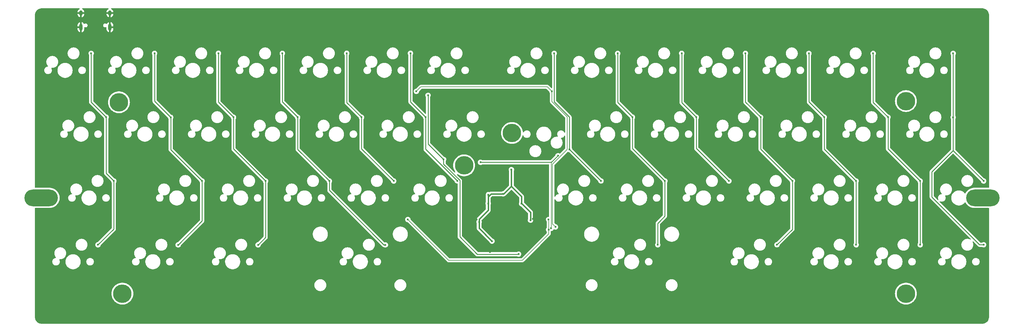
<source format=gbr>
%TF.GenerationSoftware,KiCad,Pcbnew,8.0.0*%
%TF.CreationDate,2024-03-22T00:44:03+00:00*%
%TF.ProjectId,40in60,3430696e-3630-42e6-9b69-6361645f7063,rev?*%
%TF.SameCoordinates,Original*%
%TF.FileFunction,Copper,L1,Top*%
%TF.FilePolarity,Positive*%
%FSLAX46Y46*%
G04 Gerber Fmt 4.6, Leading zero omitted, Abs format (unit mm)*
G04 Created by KiCad (PCBNEW 8.0.0) date 2024-03-22 00:44:03*
%MOMM*%
%LPD*%
G01*
G04 APERTURE LIST*
%TA.AperFunction,ComponentPad*%
%ADD10C,5.500000*%
%TD*%
%TA.AperFunction,ComponentPad*%
%ADD11O,10.000000X5.000000*%
%TD*%
%TA.AperFunction,ComponentPad*%
%ADD12O,1.000000X1.600000*%
%TD*%
%TA.AperFunction,ComponentPad*%
%ADD13O,1.000000X2.100000*%
%TD*%
%TA.AperFunction,ViaPad*%
%ADD14C,0.600000*%
%TD*%
%TA.AperFunction,Conductor*%
%ADD15C,0.250000*%
%TD*%
%TA.AperFunction,Conductor*%
%ADD16C,0.200000*%
%TD*%
%TA.AperFunction,Conductor*%
%ADD17C,0.406800*%
%TD*%
G04 APERTURE END LIST*
D10*
%TO.P,,1,Pin_1*%
%TO.N,N/C*%
X175859642Y-67230000D03*
%TD*%
%TO.P,,1,Pin_1*%
%TO.N,N/C*%
X58584642Y-58055024D03*
%TD*%
D11*
%TO.P,,1,Pin_1*%
%TO.N,N/C*%
X316353630Y-86605000D03*
%TD*%
D10*
%TO.P,,1,Pin_1*%
%TO.N,N/C*%
X59609642Y-115205072D03*
%TD*%
%TO.P,,1,Pin_1*%
%TO.N,N/C*%
X293409642Y-57707050D03*
%TD*%
D11*
%TO.P,,1,Pin_1*%
%TO.N,N/C*%
X35365894Y-86605000D03*
%TD*%
D10*
%TO.P,,1,Pin_1*%
%TO.N,N/C*%
X293414642Y-115205072D03*
%TD*%
%TO.P,,1,Pin_1*%
%TO.N,N/C*%
X161572250Y-76905040D03*
%TD*%
D12*
%TO.P,J1,S1,SHIELD*%
%TO.N,GND*%
X47232642Y-31444214D03*
D13*
X47232642Y-35624214D03*
D12*
X55872642Y-31444214D03*
D13*
X55872642Y-35624214D03*
%TD*%
D14*
%TO.N,COL0*%
X57050000Y-81560000D03*
X54770000Y-62480000D03*
X52320000Y-100620000D03*
X50300000Y-43450000D03*
%TO.N,COL1*%
X76260000Y-100640000D03*
X83390000Y-81560000D03*
X74030000Y-62560000D03*
X69220000Y-43440000D03*
%TO.N,COL2*%
X102340000Y-81570000D03*
X92770000Y-62520000D03*
X100100000Y-100640000D03*
X88270000Y-43430000D03*
%TO.N,COL3*%
X138090000Y-100660000D03*
X121380000Y-81580000D03*
X111900000Y-62510000D03*
X107340000Y-43440000D03*
%TO.N,COL4*%
X130960000Y-62520000D03*
X140580000Y-81570000D03*
X126550000Y-43430000D03*
%TO.N,COL5*%
X145570000Y-43420000D03*
X159540000Y-81530000D03*
X150090000Y-62480000D03*
%TO.N,COL6*%
X202420000Y-81550000D03*
X193040000Y-72170000D03*
X188450000Y-43450000D03*
%TO.N,COL7*%
X207410000Y-43470000D03*
X221500000Y-81570000D03*
X219360000Y-100610000D03*
X211810000Y-62480000D03*
%TO.N,COL8*%
X226510000Y-43440000D03*
X240600000Y-81560000D03*
X230860000Y-62500000D03*
%TO.N,COL9*%
X245520000Y-43440000D03*
X254930000Y-100600000D03*
X250050000Y-62500000D03*
X259540000Y-81550000D03*
%TO.N,COLA*%
X278570000Y-100610000D03*
X269040000Y-62490000D03*
X264470000Y-43450000D03*
X278540000Y-81570000D03*
%TO.N,COLB*%
X297670000Y-100610000D03*
X297660000Y-81550000D03*
X288080000Y-62520000D03*
X283650000Y-43480000D03*
%TO.N,COLC*%
X307520000Y-43470000D03*
X316620000Y-81570000D03*
X307500000Y-62540000D03*
X316620000Y-100600000D03*
%TO.N,GND*%
X172961424Y-92964214D03*
X165981424Y-89404214D03*
X182771424Y-82004214D03*
X174529659Y-99435979D03*
X174911424Y-92064214D03*
X167001424Y-84454214D03*
X172961424Y-91114214D03*
X172961424Y-92064214D03*
X173951424Y-91114214D03*
X62030000Y-90070000D03*
X182094824Y-92894214D03*
X174911424Y-91114214D03*
X51771424Y-40304214D03*
X174911424Y-92964214D03*
X169291424Y-102824214D03*
X165358024Y-93084214D03*
X173951424Y-92064214D03*
X176181424Y-102354214D03*
X173951424Y-92964214D03*
X173861424Y-82054214D03*
X182261424Y-89394214D03*
%TO.N,+3.3V*%
X181391424Y-93294214D03*
X173211424Y-85424214D03*
X175681424Y-78184214D03*
X168761424Y-88274214D03*
X169901424Y-99534214D03*
X178731424Y-88344214D03*
X168832159Y-85663479D03*
X166061424Y-93844214D03*
%TO.N,ROW0*%
X147321424Y-54794214D03*
X187791424Y-54820000D03*
X188861424Y-95294214D03*
%TO.N,ROW3*%
X177829491Y-103392281D03*
X155450000Y-75120000D03*
X150830000Y-55990000D03*
%TO.N,ROW1*%
X166481424Y-75984214D03*
X187551424Y-95694214D03*
X189602159Y-74014949D03*
%TO.N,ROW2*%
X144791424Y-93060000D03*
X186813913Y-96094214D03*
X186791424Y-93064214D03*
%TD*%
D15*
%TO.N,COL0*%
X50300000Y-43450000D02*
X50300000Y-58010000D01*
X54770000Y-62480000D02*
X54770000Y-79280000D01*
X57050000Y-95890000D02*
X52320000Y-100620000D01*
X57050000Y-81560000D02*
X57050000Y-95890000D01*
X54770000Y-79280000D02*
X57050000Y-81560000D01*
X50300000Y-58010000D02*
X54770000Y-62480000D01*
%TO.N,COL1*%
X74030000Y-62560000D02*
X74030000Y-72200000D01*
X83390000Y-93510000D02*
X76260000Y-100640000D01*
X69220000Y-57750000D02*
X74030000Y-62560000D01*
X74030000Y-72200000D02*
X83390000Y-81560000D01*
X83390000Y-81560000D02*
X83390000Y-93510000D01*
X69220000Y-43440000D02*
X69220000Y-57750000D01*
%TO.N,COL2*%
X102340000Y-81570000D02*
X102340000Y-98400000D01*
X88270000Y-58020000D02*
X92770000Y-62520000D01*
X92770000Y-62520000D02*
X92770000Y-72000000D01*
X88270000Y-57660000D02*
X88270000Y-58020000D01*
X92770000Y-72000000D02*
X102340000Y-81570000D01*
X102340000Y-98400000D02*
X100100000Y-100640000D01*
X88270000Y-43430000D02*
X88270000Y-57660000D01*
%TO.N,COL3*%
X111900000Y-72100000D02*
X121380000Y-81580000D01*
X137680000Y-100660000D02*
X138090000Y-100660000D01*
X107340000Y-43440000D02*
X107340000Y-57950000D01*
X107340000Y-57950000D02*
X111900000Y-62510000D01*
X121380000Y-81580000D02*
X121380000Y-84360000D01*
X136150000Y-99130000D02*
X137680000Y-100660000D01*
X121380000Y-84360000D02*
X136150000Y-99130000D01*
X111900000Y-62510000D02*
X111900000Y-72100000D01*
%TO.N,COL4*%
X126550000Y-58140000D02*
X126550000Y-43430000D01*
X130960000Y-62520000D02*
X130960000Y-71950000D01*
X130960000Y-71950000D02*
X140580000Y-81570000D01*
X130960000Y-62520000D02*
X126550000Y-58140000D01*
%TO.N,COL5*%
X145570000Y-57960000D02*
X150090000Y-62480000D01*
X150090000Y-72080000D02*
X159540000Y-81530000D01*
X145570000Y-43420000D02*
X145570000Y-57960000D01*
X150090000Y-62480000D02*
X150090000Y-72080000D01*
%TO.N,COL6*%
X188450000Y-57920000D02*
X193040000Y-62510000D01*
X193040000Y-62510000D02*
X193040000Y-72170000D01*
X188450000Y-43450000D02*
X188450000Y-57920000D01*
X193040000Y-72170000D02*
X202420000Y-81550000D01*
%TO.N,COL7*%
X207410000Y-58080000D02*
X211810000Y-62480000D01*
X211810000Y-62480000D02*
X211810000Y-71880000D01*
X207410000Y-43470000D02*
X207410000Y-58080000D01*
X219360000Y-94200000D02*
X219360000Y-100610000D01*
X211810000Y-71880000D02*
X221500000Y-81570000D01*
X221490000Y-81580000D02*
X221490000Y-91240000D01*
X221490000Y-92070000D02*
X220110000Y-93450000D01*
X221490000Y-91240000D02*
X221490000Y-92070000D01*
X220110000Y-93450000D02*
X219360000Y-94200000D01*
X221500000Y-81570000D02*
X221490000Y-81580000D01*
%TO.N,COL8*%
X230860000Y-62500000D02*
X230860000Y-71820000D01*
X226510000Y-58150000D02*
X230860000Y-62500000D01*
X226510000Y-43440000D02*
X226510000Y-58150000D01*
X230860000Y-71820000D02*
X240600000Y-81560000D01*
%TO.N,COL9*%
X250050000Y-62500000D02*
X250050000Y-72060000D01*
X250050000Y-72060000D02*
X259540000Y-81550000D01*
X245520000Y-57970000D02*
X250050000Y-62500000D01*
X259540000Y-81550000D02*
X259540000Y-95990000D01*
X259540000Y-95990000D02*
X254930000Y-100600000D01*
X245520000Y-43440000D02*
X245520000Y-57970000D01*
%TO.N,COLA*%
X269040000Y-62490000D02*
X269040000Y-72070000D01*
X278540000Y-81570000D02*
X278540000Y-100580000D01*
X264470000Y-43450000D02*
X264470000Y-57920000D01*
X278540000Y-100580000D02*
X278570000Y-100610000D01*
X264470000Y-57920000D02*
X269040000Y-62490000D01*
X269040000Y-72070000D02*
X278540000Y-81570000D01*
%TO.N,COLB*%
X283650000Y-58090000D02*
X288080000Y-62520000D01*
X297660000Y-100600000D02*
X297670000Y-100610000D01*
X297660000Y-81550000D02*
X297660000Y-100600000D01*
X288080000Y-71970000D02*
X297660000Y-81550000D01*
X283650000Y-43480000D02*
X283650000Y-58090000D01*
X288080000Y-62520000D02*
X288080000Y-71970000D01*
%TO.N,COLC*%
X307500000Y-72450000D02*
X316620000Y-81570000D01*
X307520000Y-43470000D02*
X307520000Y-62520000D01*
X307500000Y-62540000D02*
X307500000Y-72450000D01*
X307500000Y-72450000D02*
X301121424Y-78828576D01*
X307520000Y-62520000D02*
X307500000Y-62540000D01*
X315387210Y-100600000D02*
X316620000Y-100600000D01*
X301121424Y-86334214D02*
X315387210Y-100600000D01*
X301121424Y-78828576D02*
X301121424Y-86334214D01*
D16*
%TO.N,GND*%
X55872642Y-31444214D02*
X55872642Y-35624214D01*
X47232642Y-31444214D02*
X55872642Y-31444214D01*
X47232642Y-35624214D02*
X47232642Y-31444214D01*
D17*
%TO.N,+3.3V*%
X168761424Y-86284214D02*
X168761424Y-85734214D01*
X178731424Y-86204214D02*
X178731424Y-87674214D01*
X166061424Y-93844214D02*
X166061424Y-95694214D01*
X181391424Y-93294214D02*
X181391424Y-90914214D01*
X166371424Y-92674214D02*
X168761424Y-90284214D01*
X168761424Y-88844214D02*
X168761424Y-86284214D01*
X169621424Y-85424214D02*
X172681424Y-85424214D01*
X168761424Y-86284214D02*
X169621424Y-85424214D01*
X168761424Y-88844214D02*
X168761424Y-88274214D01*
X178731424Y-87674214D02*
X178731424Y-88344214D01*
X181391424Y-90914214D02*
X178731424Y-88254214D01*
X172681424Y-85424214D02*
X173211424Y-85424214D01*
X166061424Y-95694214D02*
X169901424Y-99534214D01*
X178731424Y-88254214D02*
X178731424Y-87674214D01*
X173411424Y-85424214D02*
X175681424Y-83154214D01*
X175681424Y-83154214D02*
X178731424Y-86204214D01*
X166371424Y-92674214D02*
X166061424Y-92984214D01*
X172681424Y-85424214D02*
X173411424Y-85424214D01*
X166061424Y-92984214D02*
X166061424Y-93844214D01*
X168761424Y-90284214D02*
X168761424Y-88844214D01*
X175681424Y-83154214D02*
X175681424Y-78184214D01*
X168761424Y-85734214D02*
X168832159Y-85663479D01*
D16*
%TO.N,ROW0*%
X192311424Y-72154214D02*
X192311424Y-62382464D01*
X186415638Y-53444214D02*
X148671424Y-53444214D01*
X148671424Y-53444214D02*
X147321424Y-54794214D01*
X187961424Y-76504214D02*
X192311424Y-72154214D01*
X187791424Y-57862464D02*
X187791424Y-54820000D01*
X188861424Y-95294214D02*
X187961424Y-94394214D01*
X187791424Y-54820000D02*
X186415638Y-53444214D01*
X187961424Y-94394214D02*
X187961424Y-76504214D01*
X192311424Y-62382464D02*
X187791424Y-57862464D01*
D15*
%TO.N,ROW3*%
X177829491Y-103392281D02*
X177767558Y-103454214D01*
X155450000Y-76556116D02*
X155450000Y-75120000D01*
X160301424Y-98234214D02*
X160301424Y-81407540D01*
X177767558Y-103454214D02*
X165521424Y-103454214D01*
X165521424Y-103454214D02*
X160301424Y-98234214D01*
X160301424Y-81407540D02*
X155450000Y-76556116D01*
X150830000Y-70500000D02*
X155450000Y-75120000D01*
X150830000Y-55990000D02*
X150830000Y-70500000D01*
D16*
%TO.N,ROW1*%
X187561424Y-95284214D02*
X187561424Y-92024214D01*
X187561424Y-76055684D02*
X189602159Y-74014949D01*
D15*
X166481424Y-75984214D02*
X187632894Y-75984214D01*
D16*
X187561424Y-92024214D02*
X187561424Y-76055684D01*
X187551424Y-95694214D02*
X187551424Y-95294214D01*
D15*
X187632894Y-75984214D02*
X189602159Y-74014949D01*
D16*
X187551424Y-95294214D02*
X187561424Y-95284214D01*
%TO.N,ROW2*%
X178941424Y-105254214D02*
X156985638Y-105254214D01*
X186813913Y-96094214D02*
X186813913Y-97381725D01*
X186813913Y-93086703D02*
X186791424Y-93064214D01*
X156985638Y-105254214D02*
X144791424Y-93060000D01*
X186813913Y-97381725D02*
X178941424Y-105254214D01*
X186813913Y-96094214D02*
X186813913Y-93086703D01*
%TD*%
%TA.AperFunction,Conductor*%
%TO.N,GND*%
G36*
X46813469Y-30024685D02*
G01*
X46859224Y-30077489D01*
X46869168Y-30146647D01*
X46840143Y-30210203D01*
X46793882Y-30243561D01*
X46758970Y-30258021D01*
X46758957Y-30258028D01*
X46595179Y-30367462D01*
X46595175Y-30367465D01*
X46455893Y-30506747D01*
X46455890Y-30506751D01*
X46346456Y-30670529D01*
X46346449Y-30670542D01*
X46271072Y-30852520D01*
X46271069Y-30852532D01*
X46232642Y-31045718D01*
X46232642Y-31194214D01*
X46932642Y-31194214D01*
X46932642Y-31694214D01*
X46232642Y-31694214D01*
X46232642Y-31842709D01*
X46271069Y-32035895D01*
X46271072Y-32035907D01*
X46346449Y-32217885D01*
X46346456Y-32217898D01*
X46455890Y-32381676D01*
X46455893Y-32381680D01*
X46595175Y-32520962D01*
X46595179Y-32520965D01*
X46758957Y-32630399D01*
X46758970Y-32630406D01*
X46940950Y-32705783D01*
X46982642Y-32714076D01*
X46982642Y-31911202D01*
X46992582Y-31928419D01*
X47048437Y-31984274D01*
X47116846Y-32023770D01*
X47193146Y-32044214D01*
X47272138Y-32044214D01*
X47348438Y-32023770D01*
X47416847Y-31984274D01*
X47472702Y-31928419D01*
X47482642Y-31911202D01*
X47482642Y-32714076D01*
X47524332Y-32705783D01*
X47524334Y-32705783D01*
X47706313Y-32630406D01*
X47706326Y-32630399D01*
X47870104Y-32520965D01*
X47870108Y-32520962D01*
X48009390Y-32381680D01*
X48009393Y-32381676D01*
X48118827Y-32217898D01*
X48118834Y-32217885D01*
X48194211Y-32035907D01*
X48194214Y-32035895D01*
X48232641Y-31842709D01*
X48232642Y-31842706D01*
X48232642Y-31694214D01*
X47532642Y-31694214D01*
X47532642Y-31194214D01*
X48232642Y-31194214D01*
X48232642Y-31045722D01*
X48232641Y-31045718D01*
X48194214Y-30852532D01*
X48194211Y-30852520D01*
X48118834Y-30670542D01*
X48118827Y-30670529D01*
X48009393Y-30506751D01*
X48009390Y-30506747D01*
X47870108Y-30367465D01*
X47870104Y-30367462D01*
X47706326Y-30258028D01*
X47706313Y-30258021D01*
X47671402Y-30243561D01*
X47616998Y-30199720D01*
X47594933Y-30133426D01*
X47612212Y-30065727D01*
X47663349Y-30018116D01*
X47718854Y-30005000D01*
X55386430Y-30005000D01*
X55453469Y-30024685D01*
X55499224Y-30077489D01*
X55509168Y-30146647D01*
X55480143Y-30210203D01*
X55433882Y-30243561D01*
X55398970Y-30258021D01*
X55398957Y-30258028D01*
X55235179Y-30367462D01*
X55235175Y-30367465D01*
X55095893Y-30506747D01*
X55095890Y-30506751D01*
X54986456Y-30670529D01*
X54986449Y-30670542D01*
X54911072Y-30852520D01*
X54911069Y-30852532D01*
X54872642Y-31045718D01*
X54872642Y-31194214D01*
X55572642Y-31194214D01*
X55572642Y-31694214D01*
X54872642Y-31694214D01*
X54872642Y-31842709D01*
X54911069Y-32035895D01*
X54911072Y-32035907D01*
X54986449Y-32217885D01*
X54986456Y-32217898D01*
X55095890Y-32381676D01*
X55095893Y-32381680D01*
X55235175Y-32520962D01*
X55235179Y-32520965D01*
X55398957Y-32630399D01*
X55398970Y-32630406D01*
X55580950Y-32705783D01*
X55622642Y-32714076D01*
X55622642Y-31911202D01*
X55632582Y-31928419D01*
X55688437Y-31984274D01*
X55756846Y-32023770D01*
X55833146Y-32044214D01*
X55912138Y-32044214D01*
X55988438Y-32023770D01*
X56056847Y-31984274D01*
X56112702Y-31928419D01*
X56122642Y-31911202D01*
X56122642Y-32714076D01*
X56164332Y-32705783D01*
X56164334Y-32705783D01*
X56346313Y-32630406D01*
X56346326Y-32630399D01*
X56510104Y-32520965D01*
X56510108Y-32520962D01*
X56649390Y-32381680D01*
X56649393Y-32381676D01*
X56758827Y-32217898D01*
X56758834Y-32217885D01*
X56834211Y-32035907D01*
X56834214Y-32035895D01*
X56872641Y-31842709D01*
X56872642Y-31842706D01*
X56872642Y-31694214D01*
X56172642Y-31694214D01*
X56172642Y-31194214D01*
X56872642Y-31194214D01*
X56872642Y-31045722D01*
X56872641Y-31045718D01*
X56834214Y-30852532D01*
X56834211Y-30852520D01*
X56758834Y-30670542D01*
X56758827Y-30670529D01*
X56649393Y-30506751D01*
X56649390Y-30506747D01*
X56510108Y-30367465D01*
X56510104Y-30367462D01*
X56346326Y-30258028D01*
X56346313Y-30258021D01*
X56311402Y-30243561D01*
X56256998Y-30199720D01*
X56234933Y-30133426D01*
X56252212Y-30065727D01*
X56303349Y-30018116D01*
X56358854Y-30005000D01*
X316208548Y-30005000D01*
X316210762Y-30005020D01*
X316344745Y-30007412D01*
X316360168Y-30008653D01*
X316626538Y-30046956D01*
X316643810Y-30050714D01*
X316900954Y-30126222D01*
X316917517Y-30132401D01*
X317127830Y-30228453D01*
X317161276Y-30243728D01*
X317176802Y-30252206D01*
X317402246Y-30397093D01*
X317416410Y-30407696D01*
X317618931Y-30583186D01*
X317631441Y-30595696D01*
X317806933Y-30798228D01*
X317817533Y-30812389D01*
X317962371Y-31037767D01*
X317962409Y-31037825D01*
X317970886Y-31053349D01*
X318082191Y-31297075D01*
X318082214Y-31297125D01*
X318088396Y-31313702D01*
X318163891Y-31570819D01*
X318167652Y-31588106D01*
X318205950Y-31854478D01*
X318207192Y-31869877D01*
X318209622Y-32003896D01*
X318209642Y-32006144D01*
X318209642Y-83480500D01*
X318189957Y-83547539D01*
X318137153Y-83593294D01*
X318085642Y-83604500D01*
X313685121Y-83604500D01*
X313350248Y-83642231D01*
X313350232Y-83642233D01*
X313021676Y-83717223D01*
X313021664Y-83717227D01*
X312703575Y-83828532D01*
X312399946Y-83974752D01*
X312114592Y-84154053D01*
X311851107Y-84364174D01*
X311612804Y-84602477D01*
X311402683Y-84865962D01*
X311223380Y-85151319D01*
X311223379Y-85151320D01*
X311190764Y-85219046D01*
X311143941Y-85270905D01*
X311076514Y-85289217D01*
X311009890Y-85268168D01*
X310980669Y-85240729D01*
X310905647Y-85142959D01*
X310905641Y-85142952D01*
X310697047Y-84934358D01*
X310697040Y-84934352D01*
X310462993Y-84754761D01*
X310207510Y-84607258D01*
X310207500Y-84607254D01*
X309934961Y-84494364D01*
X309934954Y-84494362D01*
X309934952Y-84494361D01*
X309649993Y-84418007D01*
X309601113Y-84411571D01*
X309357513Y-84379500D01*
X309357506Y-84379500D01*
X309062494Y-84379500D01*
X309062486Y-84379500D01*
X308784085Y-84416153D01*
X308770007Y-84418007D01*
X308485048Y-84494361D01*
X308485038Y-84494364D01*
X308212499Y-84607254D01*
X308212489Y-84607258D01*
X307957006Y-84754761D01*
X307722959Y-84934352D01*
X307722952Y-84934358D01*
X307514358Y-85142952D01*
X307514352Y-85142959D01*
X307334761Y-85377006D01*
X307187258Y-85632489D01*
X307187254Y-85632499D01*
X307074364Y-85905038D01*
X307074361Y-85905048D01*
X307004860Y-86164433D01*
X306998008Y-86190004D01*
X306998006Y-86190015D01*
X306959500Y-86482486D01*
X306959500Y-86777513D01*
X306965675Y-86824412D01*
X306998007Y-87069993D01*
X307049207Y-87261075D01*
X307074361Y-87354951D01*
X307074364Y-87354961D01*
X307187254Y-87627500D01*
X307187258Y-87627510D01*
X307334761Y-87882993D01*
X307514352Y-88117040D01*
X307514358Y-88117047D01*
X307722952Y-88325641D01*
X307722959Y-88325647D01*
X307957006Y-88505238D01*
X308212489Y-88652741D01*
X308212490Y-88652741D01*
X308212493Y-88652743D01*
X308485048Y-88765639D01*
X308770007Y-88841993D01*
X309062494Y-88880500D01*
X309062501Y-88880500D01*
X309357499Y-88880500D01*
X309357506Y-88880500D01*
X309649993Y-88841993D01*
X309934952Y-88765639D01*
X310207507Y-88652743D01*
X310462994Y-88505238D01*
X310697042Y-88325646D01*
X310905646Y-88117042D01*
X310995464Y-87999989D01*
X311051891Y-87958787D01*
X311121637Y-87954632D01*
X311182557Y-87988844D01*
X311205558Y-88021673D01*
X311223379Y-88058679D01*
X311223380Y-88058680D01*
X311223384Y-88058686D01*
X311402684Y-88344039D01*
X311612805Y-88607523D01*
X311851107Y-88845825D01*
X312114591Y-89055946D01*
X312399944Y-89235246D01*
X312703579Y-89381469D01*
X312942478Y-89465063D01*
X313021664Y-89492772D01*
X313021676Y-89492776D01*
X313350236Y-89567767D01*
X313685122Y-89605499D01*
X313685123Y-89605500D01*
X318085642Y-89605500D01*
X318152681Y-89625185D01*
X318198436Y-89677989D01*
X318209642Y-89729500D01*
X318209642Y-122204029D01*
X318209624Y-122206127D01*
X318207356Y-122340124D01*
X318206113Y-122355666D01*
X318167835Y-122622001D01*
X318164075Y-122639289D01*
X318088583Y-122896443D01*
X318082400Y-122913022D01*
X317971070Y-123156825D01*
X317962591Y-123172354D01*
X317817706Y-123397814D01*
X317807104Y-123411978D01*
X317631601Y-123614530D01*
X317619090Y-123627042D01*
X317416542Y-123802557D01*
X317402378Y-123813160D01*
X317176913Y-123958059D01*
X317161384Y-123966538D01*
X316917598Y-124077871D01*
X316901021Y-124084054D01*
X316643866Y-124159559D01*
X316626576Y-124163320D01*
X316360280Y-124201601D01*
X316344673Y-124202846D01*
X316212566Y-124205015D01*
X316210676Y-124205047D01*
X316208641Y-124205064D01*
X35510686Y-124205064D01*
X35508582Y-124205046D01*
X35506374Y-124205008D01*
X35374580Y-124202771D01*
X35359040Y-124201527D01*
X35092720Y-124163241D01*
X35075432Y-124159481D01*
X34818282Y-124083979D01*
X34801704Y-124077796D01*
X34557918Y-123966465D01*
X34542391Y-123957986D01*
X34316928Y-123813093D01*
X34302775Y-123802499D01*
X34100227Y-123626991D01*
X34087718Y-123614482D01*
X33975576Y-123485065D01*
X33912206Y-123411933D01*
X33901609Y-123397776D01*
X33756709Y-123172306D01*
X33748238Y-123156790D01*
X33636901Y-122912989D01*
X33630729Y-122896442D01*
X33555217Y-122639265D01*
X33551460Y-122621989D01*
X33513171Y-122355656D01*
X33511928Y-122340131D01*
X33509660Y-122206127D01*
X33509642Y-122204028D01*
X33509642Y-115205074D01*
X56354368Y-115205074D01*
X56373450Y-115557026D01*
X56430475Y-115904865D01*
X56430476Y-115904868D01*
X56524768Y-116244480D01*
X56524769Y-116244482D01*
X56655230Y-116571916D01*
X56655239Y-116571934D01*
X56820337Y-116883341D01*
X57018140Y-117175078D01*
X57018147Y-117175088D01*
X57246327Y-117443721D01*
X57246328Y-117443722D01*
X57502222Y-117686118D01*
X57782824Y-117899426D01*
X58084844Y-118081146D01*
X58084848Y-118081147D01*
X58084852Y-118081150D01*
X58404730Y-118229142D01*
X58404734Y-118229142D01*
X58404741Y-118229146D01*
X58738764Y-118341691D01*
X59082997Y-118417463D01*
X59433405Y-118455572D01*
X59433411Y-118455572D01*
X59785873Y-118455572D01*
X59785879Y-118455572D01*
X60136287Y-118417463D01*
X60480520Y-118341691D01*
X60814543Y-118229146D01*
X60814550Y-118229142D01*
X60814553Y-118229142D01*
X61134431Y-118081150D01*
X61134440Y-118081146D01*
X61436460Y-117899426D01*
X61717062Y-117686118D01*
X61972956Y-117443722D01*
X62201143Y-117175080D01*
X62398947Y-116883341D01*
X62564049Y-116571926D01*
X62694513Y-116244486D01*
X62788810Y-115904860D01*
X62845833Y-115557029D01*
X62864916Y-115205074D01*
X290159368Y-115205074D01*
X290178450Y-115557026D01*
X290235475Y-115904865D01*
X290235476Y-115904868D01*
X290329768Y-116244480D01*
X290329769Y-116244482D01*
X290460230Y-116571916D01*
X290460239Y-116571934D01*
X290625337Y-116883341D01*
X290823140Y-117175078D01*
X290823147Y-117175088D01*
X291051327Y-117443721D01*
X291051328Y-117443722D01*
X291307222Y-117686118D01*
X291587824Y-117899426D01*
X291889844Y-118081146D01*
X291889848Y-118081147D01*
X291889852Y-118081150D01*
X292209730Y-118229142D01*
X292209734Y-118229142D01*
X292209741Y-118229146D01*
X292543764Y-118341691D01*
X292887997Y-118417463D01*
X293238405Y-118455572D01*
X293238411Y-118455572D01*
X293590873Y-118455572D01*
X293590879Y-118455572D01*
X293941287Y-118417463D01*
X294285520Y-118341691D01*
X294619543Y-118229146D01*
X294619550Y-118229142D01*
X294619553Y-118229142D01*
X294939431Y-118081150D01*
X294939440Y-118081146D01*
X295241460Y-117899426D01*
X295522062Y-117686118D01*
X295777956Y-117443722D01*
X296006143Y-117175080D01*
X296203947Y-116883341D01*
X296369049Y-116571926D01*
X296499513Y-116244486D01*
X296593810Y-115904860D01*
X296650833Y-115557029D01*
X296669916Y-115205072D01*
X296650833Y-114853115D01*
X296593810Y-114505284D01*
X296525684Y-114259916D01*
X296499515Y-114165663D01*
X296499514Y-114165661D01*
X296369053Y-113838227D01*
X296369044Y-113838209D01*
X296270843Y-113652982D01*
X296203947Y-113526803D01*
X296006143Y-113235064D01*
X296006139Y-113235059D01*
X296006136Y-113235055D01*
X295777956Y-112966422D01*
X295522062Y-112724026D01*
X295522055Y-112724020D01*
X295522052Y-112724018D01*
X295241457Y-112510716D01*
X294939444Y-112329000D01*
X294939431Y-112328993D01*
X294619553Y-112181001D01*
X294619548Y-112181000D01*
X294619545Y-112180999D01*
X294619543Y-112180998D01*
X294513074Y-112145124D01*
X294285522Y-112068453D01*
X293941285Y-111992680D01*
X293590880Y-111954572D01*
X293590879Y-111954572D01*
X293238405Y-111954572D01*
X293238403Y-111954572D01*
X292887998Y-111992680D01*
X292543761Y-112068453D01*
X292209735Y-112181000D01*
X292209730Y-112181001D01*
X291889852Y-112328993D01*
X291889839Y-112329000D01*
X291587826Y-112510716D01*
X291307231Y-112724018D01*
X291307222Y-112724026D01*
X291051327Y-112966422D01*
X290823147Y-113235055D01*
X290823140Y-113235065D01*
X290625337Y-113526802D01*
X290460239Y-113838209D01*
X290460230Y-113838227D01*
X290329769Y-114165661D01*
X290329768Y-114165663D01*
X290235476Y-114505275D01*
X290235475Y-114505278D01*
X290178450Y-114853117D01*
X290159368Y-115205069D01*
X290159368Y-115205074D01*
X62864916Y-115205074D01*
X62864916Y-115205072D01*
X62845833Y-114853115D01*
X62788810Y-114505284D01*
X62720684Y-114259916D01*
X62694515Y-114165663D01*
X62694514Y-114165661D01*
X62564053Y-113838227D01*
X62564044Y-113838209D01*
X62465843Y-113652982D01*
X62398947Y-113526803D01*
X62201143Y-113235064D01*
X62201139Y-113235059D01*
X62201136Y-113235055D01*
X61972956Y-112966422D01*
X61777540Y-112781314D01*
X116903750Y-112781314D01*
X116927365Y-112960680D01*
X116934113Y-113011930D01*
X116964215Y-113124274D01*
X116994318Y-113236620D01*
X117083333Y-113451521D01*
X117083338Y-113451532D01*
X117199637Y-113652966D01*
X117199648Y-113652982D01*
X117341246Y-113837517D01*
X117341252Y-113837524D01*
X117505725Y-114001997D01*
X117505731Y-114002002D01*
X117690276Y-114143608D01*
X117690283Y-114143612D01*
X117891717Y-114259911D01*
X117891722Y-114259913D01*
X117891725Y-114259915D01*
X117999178Y-114304423D01*
X118106629Y-114348931D01*
X118106630Y-114348931D01*
X118106632Y-114348932D01*
X118331320Y-114409137D01*
X118561943Y-114439500D01*
X118561950Y-114439500D01*
X118794550Y-114439500D01*
X118794557Y-114439500D01*
X119025180Y-114409137D01*
X119249868Y-114348932D01*
X119464775Y-114259915D01*
X119666224Y-114143608D01*
X119850769Y-114002002D01*
X120015252Y-113837519D01*
X120156858Y-113652974D01*
X120273165Y-113451525D01*
X120362182Y-113236618D01*
X120422387Y-113011930D01*
X120452749Y-112781314D01*
X140779750Y-112781314D01*
X140803365Y-112960680D01*
X140810113Y-113011930D01*
X140840215Y-113124274D01*
X140870318Y-113236620D01*
X140959333Y-113451521D01*
X140959338Y-113451532D01*
X141075637Y-113652966D01*
X141075648Y-113652982D01*
X141217246Y-113837517D01*
X141217252Y-113837524D01*
X141381725Y-114001997D01*
X141381731Y-114002002D01*
X141566276Y-114143608D01*
X141566283Y-114143612D01*
X141767717Y-114259911D01*
X141767722Y-114259913D01*
X141767725Y-114259915D01*
X141875178Y-114304423D01*
X141982629Y-114348931D01*
X141982630Y-114348931D01*
X141982632Y-114348932D01*
X142207320Y-114409137D01*
X142437943Y-114439500D01*
X142437950Y-114439500D01*
X142670550Y-114439500D01*
X142670557Y-114439500D01*
X142901180Y-114409137D01*
X143125868Y-114348932D01*
X143340775Y-114259915D01*
X143542224Y-114143608D01*
X143726769Y-114002002D01*
X143891252Y-113837519D01*
X144032858Y-113652974D01*
X144149165Y-113451525D01*
X144238182Y-113236618D01*
X144298387Y-113011930D01*
X144328749Y-112781314D01*
X197866250Y-112781314D01*
X197889865Y-112960680D01*
X197896613Y-113011930D01*
X197926715Y-113124274D01*
X197956818Y-113236620D01*
X198045833Y-113451521D01*
X198045838Y-113451532D01*
X198162137Y-113652966D01*
X198162148Y-113652982D01*
X198303746Y-113837517D01*
X198303752Y-113837524D01*
X198468225Y-114001997D01*
X198468231Y-114002002D01*
X198652776Y-114143608D01*
X198652783Y-114143612D01*
X198854217Y-114259911D01*
X198854222Y-114259913D01*
X198854225Y-114259915D01*
X198961678Y-114304423D01*
X199069129Y-114348931D01*
X199069130Y-114348931D01*
X199069132Y-114348932D01*
X199293820Y-114409137D01*
X199524443Y-114439500D01*
X199524450Y-114439500D01*
X199757050Y-114439500D01*
X199757057Y-114439500D01*
X199987680Y-114409137D01*
X200212368Y-114348932D01*
X200427275Y-114259915D01*
X200628724Y-114143608D01*
X200813269Y-114002002D01*
X200977752Y-113837519D01*
X201119358Y-113652974D01*
X201235665Y-113451525D01*
X201324682Y-113236618D01*
X201384887Y-113011930D01*
X201415249Y-112781314D01*
X221742250Y-112781314D01*
X221765865Y-112960680D01*
X221772613Y-113011930D01*
X221802715Y-113124274D01*
X221832818Y-113236620D01*
X221921833Y-113451521D01*
X221921838Y-113451532D01*
X222038137Y-113652966D01*
X222038148Y-113652982D01*
X222179746Y-113837517D01*
X222179752Y-113837524D01*
X222344225Y-114001997D01*
X222344231Y-114002002D01*
X222528776Y-114143608D01*
X222528783Y-114143612D01*
X222730217Y-114259911D01*
X222730222Y-114259913D01*
X222730225Y-114259915D01*
X222837678Y-114304423D01*
X222945129Y-114348931D01*
X222945130Y-114348931D01*
X222945132Y-114348932D01*
X223169820Y-114409137D01*
X223400443Y-114439500D01*
X223400450Y-114439500D01*
X223633050Y-114439500D01*
X223633057Y-114439500D01*
X223863680Y-114409137D01*
X224088368Y-114348932D01*
X224303275Y-114259915D01*
X224504724Y-114143608D01*
X224689269Y-114002002D01*
X224853752Y-113837519D01*
X224995358Y-113652974D01*
X225111665Y-113451525D01*
X225200682Y-113236618D01*
X225260887Y-113011930D01*
X225291250Y-112781307D01*
X225291250Y-112548693D01*
X225260887Y-112318070D01*
X225200682Y-112093382D01*
X225111665Y-111878475D01*
X225111663Y-111878472D01*
X225111661Y-111878467D01*
X224995362Y-111677033D01*
X224995358Y-111677026D01*
X224853752Y-111492481D01*
X224853747Y-111492475D01*
X224689274Y-111328002D01*
X224689267Y-111327996D01*
X224504732Y-111186398D01*
X224504730Y-111186396D01*
X224504724Y-111186392D01*
X224504719Y-111186389D01*
X224504716Y-111186387D01*
X224303282Y-111070088D01*
X224303271Y-111070083D01*
X224088370Y-110981068D01*
X223976024Y-110950965D01*
X223863680Y-110920863D01*
X223812430Y-110914115D01*
X223633064Y-110890500D01*
X223633057Y-110890500D01*
X223400443Y-110890500D01*
X223400435Y-110890500D01*
X223195444Y-110917489D01*
X223169820Y-110920863D01*
X223113648Y-110935914D01*
X222945129Y-110981068D01*
X222730228Y-111070083D01*
X222730217Y-111070088D01*
X222528783Y-111186387D01*
X222528767Y-111186398D01*
X222344232Y-111327996D01*
X222344225Y-111328002D01*
X222179752Y-111492475D01*
X222179746Y-111492482D01*
X222038148Y-111677017D01*
X222038137Y-111677033D01*
X221921838Y-111878467D01*
X221921833Y-111878478D01*
X221832818Y-112093379D01*
X221772613Y-112318071D01*
X221742250Y-112548685D01*
X221742250Y-112781314D01*
X201415249Y-112781314D01*
X201415250Y-112781307D01*
X201415250Y-112548693D01*
X201384887Y-112318070D01*
X201324682Y-112093382D01*
X201235665Y-111878475D01*
X201235663Y-111878472D01*
X201235661Y-111878467D01*
X201119362Y-111677033D01*
X201119358Y-111677026D01*
X200977752Y-111492481D01*
X200977747Y-111492475D01*
X200813274Y-111328002D01*
X200813267Y-111327996D01*
X200628732Y-111186398D01*
X200628730Y-111186396D01*
X200628724Y-111186392D01*
X200628719Y-111186389D01*
X200628716Y-111186387D01*
X200427282Y-111070088D01*
X200427271Y-111070083D01*
X200212370Y-110981068D01*
X200100024Y-110950965D01*
X199987680Y-110920863D01*
X199936430Y-110914115D01*
X199757064Y-110890500D01*
X199757057Y-110890500D01*
X199524443Y-110890500D01*
X199524435Y-110890500D01*
X199319444Y-110917489D01*
X199293820Y-110920863D01*
X199237648Y-110935914D01*
X199069129Y-110981068D01*
X198854228Y-111070083D01*
X198854217Y-111070088D01*
X198652783Y-111186387D01*
X198652767Y-111186398D01*
X198468232Y-111327996D01*
X198468225Y-111328002D01*
X198303752Y-111492475D01*
X198303746Y-111492482D01*
X198162148Y-111677017D01*
X198162137Y-111677033D01*
X198045838Y-111878467D01*
X198045833Y-111878478D01*
X197956818Y-112093379D01*
X197896613Y-112318071D01*
X197866250Y-112548685D01*
X197866250Y-112781314D01*
X144328749Y-112781314D01*
X144328750Y-112781307D01*
X144328750Y-112548693D01*
X144298387Y-112318070D01*
X144238182Y-112093382D01*
X144149165Y-111878475D01*
X144149163Y-111878472D01*
X144149161Y-111878467D01*
X144032862Y-111677033D01*
X144032858Y-111677026D01*
X143891252Y-111492481D01*
X143891247Y-111492475D01*
X143726774Y-111328002D01*
X143726767Y-111327996D01*
X143542232Y-111186398D01*
X143542230Y-111186396D01*
X143542224Y-111186392D01*
X143542219Y-111186389D01*
X143542216Y-111186387D01*
X143340782Y-111070088D01*
X143340771Y-111070083D01*
X143125870Y-110981068D01*
X143013524Y-110950965D01*
X142901180Y-110920863D01*
X142849930Y-110914115D01*
X142670564Y-110890500D01*
X142670557Y-110890500D01*
X142437943Y-110890500D01*
X142437935Y-110890500D01*
X142232944Y-110917489D01*
X142207320Y-110920863D01*
X142151148Y-110935914D01*
X141982629Y-110981068D01*
X141767728Y-111070083D01*
X141767717Y-111070088D01*
X141566283Y-111186387D01*
X141566267Y-111186398D01*
X141381732Y-111327996D01*
X141381725Y-111328002D01*
X141217252Y-111492475D01*
X141217246Y-111492482D01*
X141075648Y-111677017D01*
X141075637Y-111677033D01*
X140959338Y-111878467D01*
X140959333Y-111878478D01*
X140870318Y-112093379D01*
X140810113Y-112318071D01*
X140779750Y-112548685D01*
X140779750Y-112781314D01*
X120452749Y-112781314D01*
X120452750Y-112781307D01*
X120452750Y-112548693D01*
X120422387Y-112318070D01*
X120362182Y-112093382D01*
X120273165Y-111878475D01*
X120273163Y-111878472D01*
X120273161Y-111878467D01*
X120156862Y-111677033D01*
X120156858Y-111677026D01*
X120015252Y-111492481D01*
X120015247Y-111492475D01*
X119850774Y-111328002D01*
X119850767Y-111327996D01*
X119666232Y-111186398D01*
X119666230Y-111186396D01*
X119666224Y-111186392D01*
X119666219Y-111186389D01*
X119666216Y-111186387D01*
X119464782Y-111070088D01*
X119464771Y-111070083D01*
X119249870Y-110981068D01*
X119137524Y-110950965D01*
X119025180Y-110920863D01*
X118973930Y-110914115D01*
X118794564Y-110890500D01*
X118794557Y-110890500D01*
X118561943Y-110890500D01*
X118561935Y-110890500D01*
X118356944Y-110917489D01*
X118331320Y-110920863D01*
X118275148Y-110935914D01*
X118106629Y-110981068D01*
X117891728Y-111070083D01*
X117891717Y-111070088D01*
X117690283Y-111186387D01*
X117690267Y-111186398D01*
X117505732Y-111327996D01*
X117505725Y-111328002D01*
X117341252Y-111492475D01*
X117341246Y-111492482D01*
X117199648Y-111677017D01*
X117199637Y-111677033D01*
X117083338Y-111878467D01*
X117083333Y-111878478D01*
X116994318Y-112093379D01*
X116934113Y-112318071D01*
X116903750Y-112548685D01*
X116903750Y-112781314D01*
X61777540Y-112781314D01*
X61717062Y-112724026D01*
X61717055Y-112724020D01*
X61717052Y-112724018D01*
X61436457Y-112510716D01*
X61134444Y-112329000D01*
X61134431Y-112328993D01*
X60814553Y-112181001D01*
X60814548Y-112181000D01*
X60814545Y-112180999D01*
X60814543Y-112180998D01*
X60708074Y-112145124D01*
X60480522Y-112068453D01*
X60136285Y-111992680D01*
X59785880Y-111954572D01*
X59785879Y-111954572D01*
X59433405Y-111954572D01*
X59433403Y-111954572D01*
X59082998Y-111992680D01*
X58738761Y-112068453D01*
X58404735Y-112181000D01*
X58404730Y-112181001D01*
X58084852Y-112328993D01*
X58084839Y-112329000D01*
X57782826Y-112510716D01*
X57502231Y-112724018D01*
X57502222Y-112724026D01*
X57246327Y-112966422D01*
X57018147Y-113235055D01*
X57018140Y-113235065D01*
X56820337Y-113526802D01*
X56655239Y-113838209D01*
X56655230Y-113838227D01*
X56524769Y-114165661D01*
X56524768Y-114165663D01*
X56430476Y-114505275D01*
X56430475Y-114505278D01*
X56373450Y-114853117D01*
X56354368Y-115205069D01*
X56354368Y-115205074D01*
X33509642Y-115205074D01*
X33509642Y-105768576D01*
X38685749Y-105768576D01*
X38713464Y-105943556D01*
X38768206Y-106112039D01*
X38768207Y-106112042D01*
X38848636Y-106269890D01*
X38952767Y-106413214D01*
X39078036Y-106538483D01*
X39221360Y-106642614D01*
X39289827Y-106677500D01*
X39379207Y-106723042D01*
X39379210Y-106723043D01*
X39463451Y-106750414D01*
X39547695Y-106777786D01*
X39722671Y-106805500D01*
X39722672Y-106805500D01*
X39899828Y-106805500D01*
X39899829Y-106805500D01*
X40074805Y-106777786D01*
X40243292Y-106723042D01*
X40401140Y-106642614D01*
X40544464Y-106538483D01*
X40669733Y-106413214D01*
X40773864Y-106269890D01*
X40854292Y-106112042D01*
X40909036Y-105943555D01*
X40927416Y-105827513D01*
X42640750Y-105827513D01*
X42656028Y-105943555D01*
X42679257Y-106119993D01*
X42755611Y-106404951D01*
X42755614Y-106404961D01*
X42868504Y-106677500D01*
X42868508Y-106677510D01*
X43016011Y-106932993D01*
X43195602Y-107167040D01*
X43195608Y-107167047D01*
X43404202Y-107375641D01*
X43404209Y-107375647D01*
X43638256Y-107555238D01*
X43893739Y-107702741D01*
X43893740Y-107702741D01*
X43893743Y-107702743D01*
X44166298Y-107815639D01*
X44451257Y-107891993D01*
X44743744Y-107930500D01*
X44743751Y-107930500D01*
X45038749Y-107930500D01*
X45038756Y-107930500D01*
X45331243Y-107891993D01*
X45616202Y-107815639D01*
X45888757Y-107702743D01*
X46144244Y-107555238D01*
X46378292Y-107375646D01*
X46586896Y-107167042D01*
X46766488Y-106932994D01*
X46913993Y-106677507D01*
X47026889Y-106404952D01*
X47103243Y-106119993D01*
X47141750Y-105827506D01*
X47141750Y-105768576D01*
X48845749Y-105768576D01*
X48873464Y-105943556D01*
X48928206Y-106112039D01*
X48928207Y-106112042D01*
X49008636Y-106269890D01*
X49112767Y-106413214D01*
X49238036Y-106538483D01*
X49381360Y-106642614D01*
X49449827Y-106677500D01*
X49539207Y-106723042D01*
X49539210Y-106723043D01*
X49623451Y-106750414D01*
X49707695Y-106777786D01*
X49882671Y-106805500D01*
X49882672Y-106805500D01*
X50059828Y-106805500D01*
X50059829Y-106805500D01*
X50234805Y-106777786D01*
X50403292Y-106723042D01*
X50561140Y-106642614D01*
X50704464Y-106538483D01*
X50829733Y-106413214D01*
X50933864Y-106269890D01*
X51014292Y-106112042D01*
X51069036Y-105943555D01*
X51096750Y-105768579D01*
X51096750Y-105768576D01*
X62498249Y-105768576D01*
X62525964Y-105943556D01*
X62580706Y-106112039D01*
X62580707Y-106112042D01*
X62661136Y-106269890D01*
X62765267Y-106413214D01*
X62890536Y-106538483D01*
X63033860Y-106642614D01*
X63102327Y-106677500D01*
X63191707Y-106723042D01*
X63191710Y-106723043D01*
X63275951Y-106750414D01*
X63360195Y-106777786D01*
X63535171Y-106805500D01*
X63535172Y-106805500D01*
X63712328Y-106805500D01*
X63712329Y-106805500D01*
X63887305Y-106777786D01*
X64055792Y-106723042D01*
X64213640Y-106642614D01*
X64356964Y-106538483D01*
X64482233Y-106413214D01*
X64586364Y-106269890D01*
X64666792Y-106112042D01*
X64721536Y-105943555D01*
X64739916Y-105827513D01*
X66453250Y-105827513D01*
X66468528Y-105943555D01*
X66491757Y-106119993D01*
X66568111Y-106404951D01*
X66568114Y-106404961D01*
X66681004Y-106677500D01*
X66681008Y-106677510D01*
X66828511Y-106932993D01*
X67008102Y-107167040D01*
X67008108Y-107167047D01*
X67216702Y-107375641D01*
X67216709Y-107375647D01*
X67450756Y-107555238D01*
X67706239Y-107702741D01*
X67706240Y-107702741D01*
X67706243Y-107702743D01*
X67978798Y-107815639D01*
X68263757Y-107891993D01*
X68556244Y-107930500D01*
X68556251Y-107930500D01*
X68851249Y-107930500D01*
X68851256Y-107930500D01*
X69143743Y-107891993D01*
X69428702Y-107815639D01*
X69701257Y-107702743D01*
X69956744Y-107555238D01*
X70190792Y-107375646D01*
X70399396Y-107167042D01*
X70578988Y-106932994D01*
X70726493Y-106677507D01*
X70839389Y-106404952D01*
X70915743Y-106119993D01*
X70954250Y-105827506D01*
X70954250Y-105768576D01*
X72658249Y-105768576D01*
X72685964Y-105943556D01*
X72740706Y-106112039D01*
X72740707Y-106112042D01*
X72821136Y-106269890D01*
X72925267Y-106413214D01*
X73050536Y-106538483D01*
X73193860Y-106642614D01*
X73262327Y-106677500D01*
X73351707Y-106723042D01*
X73351710Y-106723043D01*
X73435951Y-106750414D01*
X73520195Y-106777786D01*
X73695171Y-106805500D01*
X73695172Y-106805500D01*
X73872328Y-106805500D01*
X73872329Y-106805500D01*
X74047305Y-106777786D01*
X74215792Y-106723042D01*
X74373640Y-106642614D01*
X74516964Y-106538483D01*
X74642233Y-106413214D01*
X74746364Y-106269890D01*
X74826792Y-106112042D01*
X74881536Y-105943555D01*
X74909250Y-105768579D01*
X74909250Y-105768576D01*
X86310749Y-105768576D01*
X86338464Y-105943556D01*
X86393206Y-106112039D01*
X86393207Y-106112042D01*
X86473636Y-106269890D01*
X86577767Y-106413214D01*
X86703036Y-106538483D01*
X86846360Y-106642614D01*
X86914827Y-106677500D01*
X87004207Y-106723042D01*
X87004210Y-106723043D01*
X87088451Y-106750414D01*
X87172695Y-106777786D01*
X87347671Y-106805500D01*
X87347672Y-106805500D01*
X87524828Y-106805500D01*
X87524829Y-106805500D01*
X87699805Y-106777786D01*
X87868292Y-106723042D01*
X88026140Y-106642614D01*
X88169464Y-106538483D01*
X88294733Y-106413214D01*
X88398864Y-106269890D01*
X88479292Y-106112042D01*
X88534036Y-105943555D01*
X88552416Y-105827513D01*
X90265750Y-105827513D01*
X90281028Y-105943555D01*
X90304257Y-106119993D01*
X90380611Y-106404951D01*
X90380614Y-106404961D01*
X90493504Y-106677500D01*
X90493508Y-106677510D01*
X90641011Y-106932993D01*
X90820602Y-107167040D01*
X90820608Y-107167047D01*
X91029202Y-107375641D01*
X91029209Y-107375647D01*
X91263256Y-107555238D01*
X91518739Y-107702741D01*
X91518740Y-107702741D01*
X91518743Y-107702743D01*
X91791298Y-107815639D01*
X92076257Y-107891993D01*
X92368744Y-107930500D01*
X92368751Y-107930500D01*
X92663749Y-107930500D01*
X92663756Y-107930500D01*
X92956243Y-107891993D01*
X93241202Y-107815639D01*
X93513757Y-107702743D01*
X93769244Y-107555238D01*
X94003292Y-107375646D01*
X94211896Y-107167042D01*
X94391488Y-106932994D01*
X94538993Y-106677507D01*
X94651889Y-106404952D01*
X94728243Y-106119993D01*
X94766750Y-105827506D01*
X94766750Y-105768576D01*
X96470749Y-105768576D01*
X96498464Y-105943556D01*
X96553206Y-106112039D01*
X96553207Y-106112042D01*
X96633636Y-106269890D01*
X96737767Y-106413214D01*
X96863036Y-106538483D01*
X97006360Y-106642614D01*
X97074827Y-106677500D01*
X97164207Y-106723042D01*
X97164210Y-106723043D01*
X97248451Y-106750414D01*
X97332695Y-106777786D01*
X97507671Y-106805500D01*
X97507672Y-106805500D01*
X97684828Y-106805500D01*
X97684829Y-106805500D01*
X97859805Y-106777786D01*
X98028292Y-106723042D01*
X98186140Y-106642614D01*
X98329464Y-106538483D01*
X98454733Y-106413214D01*
X98558864Y-106269890D01*
X98639292Y-106112042D01*
X98694036Y-105943555D01*
X98721750Y-105768579D01*
X98721750Y-105768576D01*
X124410749Y-105768576D01*
X124438464Y-105943556D01*
X124493206Y-106112039D01*
X124493207Y-106112042D01*
X124573636Y-106269890D01*
X124677767Y-106413214D01*
X124803036Y-106538483D01*
X124946360Y-106642614D01*
X125014827Y-106677500D01*
X125104207Y-106723042D01*
X125104210Y-106723043D01*
X125188451Y-106750414D01*
X125272695Y-106777786D01*
X125447671Y-106805500D01*
X125447672Y-106805500D01*
X125624828Y-106805500D01*
X125624829Y-106805500D01*
X125799805Y-106777786D01*
X125968292Y-106723042D01*
X126126140Y-106642614D01*
X126269464Y-106538483D01*
X126394733Y-106413214D01*
X126498864Y-106269890D01*
X126579292Y-106112042D01*
X126634036Y-105943555D01*
X126652416Y-105827513D01*
X128365750Y-105827513D01*
X128381028Y-105943555D01*
X128404257Y-106119993D01*
X128480611Y-106404951D01*
X128480614Y-106404961D01*
X128593504Y-106677500D01*
X128593508Y-106677510D01*
X128741011Y-106932993D01*
X128920602Y-107167040D01*
X128920608Y-107167047D01*
X129129202Y-107375641D01*
X129129209Y-107375647D01*
X129363256Y-107555238D01*
X129618739Y-107702741D01*
X129618740Y-107702741D01*
X129618743Y-107702743D01*
X129891298Y-107815639D01*
X130176257Y-107891993D01*
X130468744Y-107930500D01*
X130468751Y-107930500D01*
X130763749Y-107930500D01*
X130763756Y-107930500D01*
X131056243Y-107891993D01*
X131341202Y-107815639D01*
X131613757Y-107702743D01*
X131869244Y-107555238D01*
X132103292Y-107375646D01*
X132311896Y-107167042D01*
X132491488Y-106932994D01*
X132638993Y-106677507D01*
X132751889Y-106404952D01*
X132828243Y-106119993D01*
X132866750Y-105827506D01*
X132866750Y-105768576D01*
X134570749Y-105768576D01*
X134598464Y-105943556D01*
X134653206Y-106112039D01*
X134653207Y-106112042D01*
X134733636Y-106269890D01*
X134837767Y-106413214D01*
X134963036Y-106538483D01*
X135106360Y-106642614D01*
X135174827Y-106677500D01*
X135264207Y-106723042D01*
X135264210Y-106723043D01*
X135348451Y-106750414D01*
X135432695Y-106777786D01*
X135607671Y-106805500D01*
X135607672Y-106805500D01*
X135784828Y-106805500D01*
X135784829Y-106805500D01*
X135959805Y-106777786D01*
X136128292Y-106723042D01*
X136286140Y-106642614D01*
X136429464Y-106538483D01*
X136554733Y-106413214D01*
X136658864Y-106269890D01*
X136739292Y-106112042D01*
X136794036Y-105943555D01*
X136821750Y-105768579D01*
X136821750Y-105591421D01*
X136794036Y-105416445D01*
X136739292Y-105247958D01*
X136739292Y-105247957D01*
X136658863Y-105090109D01*
X136655868Y-105085987D01*
X136554733Y-104946786D01*
X136429464Y-104821517D01*
X136286140Y-104717386D01*
X136128292Y-104636957D01*
X136128289Y-104636956D01*
X135959806Y-104582214D01*
X135872317Y-104568357D01*
X135784829Y-104554500D01*
X135607671Y-104554500D01*
X135549345Y-104563738D01*
X135432693Y-104582214D01*
X135264210Y-104636956D01*
X135264207Y-104636957D01*
X135106359Y-104717386D01*
X135024588Y-104776796D01*
X134963036Y-104821517D01*
X134963034Y-104821519D01*
X134963033Y-104821519D01*
X134837769Y-104946783D01*
X134837769Y-104946784D01*
X134837767Y-104946786D01*
X134793046Y-105008338D01*
X134733636Y-105090109D01*
X134653207Y-105247957D01*
X134653206Y-105247960D01*
X134598464Y-105416443D01*
X134570750Y-105591421D01*
X134570750Y-105768576D01*
X134570749Y-105768576D01*
X132866750Y-105768576D01*
X132866750Y-105532494D01*
X132828243Y-105240007D01*
X132751889Y-104955048D01*
X132750865Y-104952577D01*
X132696579Y-104821519D01*
X132638993Y-104682493D01*
X132622377Y-104653714D01*
X132491488Y-104427006D01*
X132311897Y-104192959D01*
X132311891Y-104192952D01*
X132103297Y-103984358D01*
X132103289Y-103984351D01*
X131869243Y-103804761D01*
X131613760Y-103657258D01*
X131613750Y-103657254D01*
X131341211Y-103544364D01*
X131341204Y-103544362D01*
X131341202Y-103544361D01*
X131056243Y-103468007D01*
X131007363Y-103461571D01*
X130763763Y-103429500D01*
X130763756Y-103429500D01*
X130468744Y-103429500D01*
X130468736Y-103429500D01*
X130190335Y-103466153D01*
X130176257Y-103468007D01*
X129891298Y-103544361D01*
X129891288Y-103544364D01*
X129618749Y-103657254D01*
X129618739Y-103657258D01*
X129363256Y-103804761D01*
X129129211Y-103984351D01*
X129129202Y-103984358D01*
X128920608Y-104192952D01*
X128920602Y-104192959D01*
X128741011Y-104427006D01*
X128593508Y-104682489D01*
X128593504Y-104682499D01*
X128480614Y-104955038D01*
X128480611Y-104955048D01*
X128444422Y-105090110D01*
X128404258Y-105240004D01*
X128404256Y-105240015D01*
X128365750Y-105532486D01*
X128365750Y-105827513D01*
X126652416Y-105827513D01*
X126661750Y-105768579D01*
X126661750Y-105591421D01*
X126634036Y-105416445D01*
X126579292Y-105247958D01*
X126579290Y-105247952D01*
X126496763Y-105085987D01*
X126483866Y-105017317D01*
X126510142Y-104952577D01*
X126567248Y-104912319D01*
X126623431Y-104906752D01*
X126682814Y-104914570D01*
X126689862Y-104915498D01*
X126689878Y-104915500D01*
X126689885Y-104915500D01*
X126922615Y-104915500D01*
X126922622Y-104915500D01*
X127153376Y-104885121D01*
X127378190Y-104824882D01*
X127436203Y-104800852D01*
X127593210Y-104735819D01*
X127593213Y-104735817D01*
X127593219Y-104735815D01*
X127794782Y-104619442D01*
X127979431Y-104477756D01*
X128144006Y-104313181D01*
X128285692Y-104128532D01*
X128402065Y-103926969D01*
X128491132Y-103711940D01*
X128551371Y-103487126D01*
X128581750Y-103256372D01*
X128581750Y-103023628D01*
X128551371Y-102792874D01*
X128491132Y-102568060D01*
X128491129Y-102568052D01*
X128402069Y-102353039D01*
X128402061Y-102353023D01*
X128285696Y-102151475D01*
X128285692Y-102151468D01*
X128144006Y-101966819D01*
X128144001Y-101966813D01*
X127979436Y-101802248D01*
X127979429Y-101802242D01*
X127794790Y-101660564D01*
X127794788Y-101660562D01*
X127794782Y-101660558D01*
X127794777Y-101660555D01*
X127794774Y-101660553D01*
X127593226Y-101544188D01*
X127593210Y-101544180D01*
X127378197Y-101455120D01*
X127342537Y-101445565D01*
X127153376Y-101394879D01*
X127153375Y-101394878D01*
X127153372Y-101394878D01*
X126922632Y-101364501D01*
X126922627Y-101364500D01*
X126922622Y-101364500D01*
X126689878Y-101364500D01*
X126689872Y-101364500D01*
X126689867Y-101364501D01*
X126459127Y-101394878D01*
X126234302Y-101455120D01*
X126019289Y-101544180D01*
X126019273Y-101544188D01*
X125817725Y-101660553D01*
X125817709Y-101660564D01*
X125633070Y-101802242D01*
X125633063Y-101802248D01*
X125468498Y-101966813D01*
X125468492Y-101966820D01*
X125326814Y-102151459D01*
X125326803Y-102151475D01*
X125210438Y-102353023D01*
X125210430Y-102353039D01*
X125121370Y-102568052D01*
X125061128Y-102792877D01*
X125030751Y-103023617D01*
X125030750Y-103023634D01*
X125030750Y-103256365D01*
X125030751Y-103256382D01*
X125058611Y-103468006D01*
X125061129Y-103487126D01*
X125083746Y-103571535D01*
X125121370Y-103711947D01*
X125210430Y-103926960D01*
X125210438Y-103926976D01*
X125326803Y-104128524D01*
X125326814Y-104128540D01*
X125468492Y-104313179D01*
X125468498Y-104313186D01*
X125501886Y-104346574D01*
X125535371Y-104407897D01*
X125530387Y-104477589D01*
X125488515Y-104533522D01*
X125433603Y-104556728D01*
X125272693Y-104582214D01*
X125104210Y-104636956D01*
X125104207Y-104636957D01*
X124946359Y-104717386D01*
X124864588Y-104776796D01*
X124803036Y-104821517D01*
X124803034Y-104821519D01*
X124803033Y-104821519D01*
X124677769Y-104946783D01*
X124677769Y-104946784D01*
X124677767Y-104946786D01*
X124633046Y-105008338D01*
X124573636Y-105090109D01*
X124493207Y-105247957D01*
X124493206Y-105247960D01*
X124438464Y-105416443D01*
X124410750Y-105591421D01*
X124410750Y-105768576D01*
X124410749Y-105768576D01*
X98721750Y-105768576D01*
X98721750Y-105591421D01*
X98694036Y-105416445D01*
X98639292Y-105247958D01*
X98639292Y-105247957D01*
X98558863Y-105090109D01*
X98555868Y-105085987D01*
X98454733Y-104946786D01*
X98329464Y-104821517D01*
X98186140Y-104717386D01*
X98028292Y-104636957D01*
X98028289Y-104636956D01*
X97859806Y-104582214D01*
X97772317Y-104568357D01*
X97684829Y-104554500D01*
X97507671Y-104554500D01*
X97449345Y-104563738D01*
X97332693Y-104582214D01*
X97164210Y-104636956D01*
X97164207Y-104636957D01*
X97006359Y-104717386D01*
X96924588Y-104776796D01*
X96863036Y-104821517D01*
X96863034Y-104821519D01*
X96863033Y-104821519D01*
X96737769Y-104946783D01*
X96737769Y-104946784D01*
X96737767Y-104946786D01*
X96693046Y-105008338D01*
X96633636Y-105090109D01*
X96553207Y-105247957D01*
X96553206Y-105247960D01*
X96498464Y-105416443D01*
X96470750Y-105591421D01*
X96470750Y-105768576D01*
X96470749Y-105768576D01*
X94766750Y-105768576D01*
X94766750Y-105532494D01*
X94728243Y-105240007D01*
X94651889Y-104955048D01*
X94650865Y-104952577D01*
X94596579Y-104821519D01*
X94538993Y-104682493D01*
X94522377Y-104653714D01*
X94391488Y-104427006D01*
X94211897Y-104192959D01*
X94211891Y-104192952D01*
X94003297Y-103984358D01*
X94003289Y-103984351D01*
X93769243Y-103804761D01*
X93513760Y-103657258D01*
X93513750Y-103657254D01*
X93241211Y-103544364D01*
X93241204Y-103544362D01*
X93241202Y-103544361D01*
X92956243Y-103468007D01*
X92907363Y-103461571D01*
X92663763Y-103429500D01*
X92663756Y-103429500D01*
X92368744Y-103429500D01*
X92368736Y-103429500D01*
X92090335Y-103466153D01*
X92076257Y-103468007D01*
X91791298Y-103544361D01*
X91791288Y-103544364D01*
X91518749Y-103657254D01*
X91518739Y-103657258D01*
X91263256Y-103804761D01*
X91029211Y-103984351D01*
X91029202Y-103984358D01*
X90820608Y-104192952D01*
X90820602Y-104192959D01*
X90641011Y-104427006D01*
X90493508Y-104682489D01*
X90493504Y-104682499D01*
X90380614Y-104955038D01*
X90380611Y-104955048D01*
X90344422Y-105090110D01*
X90304258Y-105240004D01*
X90304256Y-105240015D01*
X90265750Y-105532486D01*
X90265750Y-105827513D01*
X88552416Y-105827513D01*
X88561750Y-105768579D01*
X88561750Y-105591421D01*
X88534036Y-105416445D01*
X88479292Y-105247958D01*
X88479290Y-105247952D01*
X88396763Y-105085987D01*
X88383866Y-105017317D01*
X88410142Y-104952577D01*
X88467248Y-104912319D01*
X88523431Y-104906752D01*
X88582814Y-104914570D01*
X88589862Y-104915498D01*
X88589878Y-104915500D01*
X88589885Y-104915500D01*
X88822615Y-104915500D01*
X88822622Y-104915500D01*
X89053376Y-104885121D01*
X89278190Y-104824882D01*
X89336203Y-104800852D01*
X89493210Y-104735819D01*
X89493213Y-104735817D01*
X89493219Y-104735815D01*
X89694782Y-104619442D01*
X89879431Y-104477756D01*
X90044006Y-104313181D01*
X90185692Y-104128532D01*
X90302065Y-103926969D01*
X90391132Y-103711940D01*
X90451371Y-103487126D01*
X90481750Y-103256372D01*
X90481750Y-103023628D01*
X90451371Y-102792874D01*
X90391132Y-102568060D01*
X90391129Y-102568052D01*
X90302069Y-102353039D01*
X90302061Y-102353023D01*
X90185696Y-102151475D01*
X90185692Y-102151468D01*
X90044006Y-101966819D01*
X90044001Y-101966813D01*
X89879436Y-101802248D01*
X89879429Y-101802242D01*
X89694790Y-101660564D01*
X89694788Y-101660562D01*
X89694782Y-101660558D01*
X89694777Y-101660555D01*
X89694774Y-101660553D01*
X89493226Y-101544188D01*
X89493210Y-101544180D01*
X89278197Y-101455120D01*
X89242537Y-101445565D01*
X89053376Y-101394879D01*
X89053375Y-101394878D01*
X89053372Y-101394878D01*
X88822632Y-101364501D01*
X88822627Y-101364500D01*
X88822622Y-101364500D01*
X88589878Y-101364500D01*
X88589872Y-101364500D01*
X88589867Y-101364501D01*
X88359127Y-101394878D01*
X88134302Y-101455120D01*
X87919289Y-101544180D01*
X87919273Y-101544188D01*
X87717725Y-101660553D01*
X87717709Y-101660564D01*
X87533070Y-101802242D01*
X87533063Y-101802248D01*
X87368498Y-101966813D01*
X87368492Y-101966820D01*
X87226814Y-102151459D01*
X87226803Y-102151475D01*
X87110438Y-102353023D01*
X87110430Y-102353039D01*
X87021370Y-102568052D01*
X86961128Y-102792877D01*
X86930751Y-103023617D01*
X86930750Y-103023634D01*
X86930750Y-103256365D01*
X86930751Y-103256382D01*
X86958611Y-103468006D01*
X86961129Y-103487126D01*
X86983746Y-103571535D01*
X87021370Y-103711947D01*
X87110430Y-103926960D01*
X87110438Y-103926976D01*
X87226803Y-104128524D01*
X87226814Y-104128540D01*
X87368492Y-104313179D01*
X87368498Y-104313186D01*
X87401886Y-104346574D01*
X87435371Y-104407897D01*
X87430387Y-104477589D01*
X87388515Y-104533522D01*
X87333603Y-104556728D01*
X87172693Y-104582214D01*
X87004210Y-104636956D01*
X87004207Y-104636957D01*
X86846359Y-104717386D01*
X86764588Y-104776796D01*
X86703036Y-104821517D01*
X86703034Y-104821519D01*
X86703033Y-104821519D01*
X86577769Y-104946783D01*
X86577769Y-104946784D01*
X86577767Y-104946786D01*
X86533046Y-105008338D01*
X86473636Y-105090109D01*
X86393207Y-105247957D01*
X86393206Y-105247960D01*
X86338464Y-105416443D01*
X86310750Y-105591421D01*
X86310750Y-105768576D01*
X86310749Y-105768576D01*
X74909250Y-105768576D01*
X74909250Y-105591421D01*
X74881536Y-105416445D01*
X74826792Y-105247958D01*
X74826792Y-105247957D01*
X74746363Y-105090109D01*
X74743368Y-105085987D01*
X74642233Y-104946786D01*
X74516964Y-104821517D01*
X74373640Y-104717386D01*
X74215792Y-104636957D01*
X74215789Y-104636956D01*
X74047306Y-104582214D01*
X73959817Y-104568357D01*
X73872329Y-104554500D01*
X73695171Y-104554500D01*
X73636845Y-104563738D01*
X73520193Y-104582214D01*
X73351710Y-104636956D01*
X73351707Y-104636957D01*
X73193859Y-104717386D01*
X73112088Y-104776796D01*
X73050536Y-104821517D01*
X73050534Y-104821519D01*
X73050533Y-104821519D01*
X72925269Y-104946783D01*
X72925269Y-104946784D01*
X72925267Y-104946786D01*
X72880546Y-105008338D01*
X72821136Y-105090109D01*
X72740707Y-105247957D01*
X72740706Y-105247960D01*
X72685964Y-105416443D01*
X72658250Y-105591421D01*
X72658250Y-105768576D01*
X72658249Y-105768576D01*
X70954250Y-105768576D01*
X70954250Y-105532494D01*
X70915743Y-105240007D01*
X70839389Y-104955048D01*
X70838365Y-104952577D01*
X70784079Y-104821519D01*
X70726493Y-104682493D01*
X70709877Y-104653714D01*
X70578988Y-104427006D01*
X70399397Y-104192959D01*
X70399391Y-104192952D01*
X70190797Y-103984358D01*
X70190789Y-103984351D01*
X69956743Y-103804761D01*
X69701260Y-103657258D01*
X69701250Y-103657254D01*
X69428711Y-103544364D01*
X69428704Y-103544362D01*
X69428702Y-103544361D01*
X69143743Y-103468007D01*
X69094863Y-103461571D01*
X68851263Y-103429500D01*
X68851256Y-103429500D01*
X68556244Y-103429500D01*
X68556236Y-103429500D01*
X68277835Y-103466153D01*
X68263757Y-103468007D01*
X67978798Y-103544361D01*
X67978788Y-103544364D01*
X67706249Y-103657254D01*
X67706239Y-103657258D01*
X67450756Y-103804761D01*
X67216711Y-103984351D01*
X67216702Y-103984358D01*
X67008108Y-104192952D01*
X67008102Y-104192959D01*
X66828511Y-104427006D01*
X66681008Y-104682489D01*
X66681004Y-104682499D01*
X66568114Y-104955038D01*
X66568111Y-104955048D01*
X66531922Y-105090110D01*
X66491758Y-105240004D01*
X66491756Y-105240015D01*
X66453250Y-105532486D01*
X66453250Y-105827513D01*
X64739916Y-105827513D01*
X64749250Y-105768579D01*
X64749250Y-105591421D01*
X64721536Y-105416445D01*
X64666792Y-105247958D01*
X64666790Y-105247952D01*
X64584263Y-105085987D01*
X64571366Y-105017317D01*
X64597642Y-104952577D01*
X64654748Y-104912319D01*
X64710931Y-104906752D01*
X64770314Y-104914570D01*
X64777362Y-104915498D01*
X64777378Y-104915500D01*
X64777385Y-104915500D01*
X65010115Y-104915500D01*
X65010122Y-104915500D01*
X65240876Y-104885121D01*
X65465690Y-104824882D01*
X65523703Y-104800852D01*
X65680710Y-104735819D01*
X65680713Y-104735817D01*
X65680719Y-104735815D01*
X65882282Y-104619442D01*
X66066931Y-104477756D01*
X66231506Y-104313181D01*
X66373192Y-104128532D01*
X66489565Y-103926969D01*
X66578632Y-103711940D01*
X66638871Y-103487126D01*
X66669250Y-103256372D01*
X66669250Y-103023628D01*
X66638871Y-102792874D01*
X66578632Y-102568060D01*
X66578629Y-102568052D01*
X66489569Y-102353039D01*
X66489561Y-102353023D01*
X66373196Y-102151475D01*
X66373192Y-102151468D01*
X66231506Y-101966819D01*
X66231501Y-101966813D01*
X66066936Y-101802248D01*
X66066929Y-101802242D01*
X65882290Y-101660564D01*
X65882288Y-101660562D01*
X65882282Y-101660558D01*
X65882277Y-101660555D01*
X65882274Y-101660553D01*
X65680726Y-101544188D01*
X65680710Y-101544180D01*
X65465697Y-101455120D01*
X65430037Y-101445565D01*
X65240876Y-101394879D01*
X65240875Y-101394878D01*
X65240872Y-101394878D01*
X65010132Y-101364501D01*
X65010127Y-101364500D01*
X65010122Y-101364500D01*
X64777378Y-101364500D01*
X64777372Y-101364500D01*
X64777367Y-101364501D01*
X64546627Y-101394878D01*
X64321802Y-101455120D01*
X64106789Y-101544180D01*
X64106773Y-101544188D01*
X63905225Y-101660553D01*
X63905209Y-101660564D01*
X63720570Y-101802242D01*
X63720563Y-101802248D01*
X63555998Y-101966813D01*
X63555992Y-101966820D01*
X63414314Y-102151459D01*
X63414303Y-102151475D01*
X63297938Y-102353023D01*
X63297930Y-102353039D01*
X63208870Y-102568052D01*
X63148628Y-102792877D01*
X63118251Y-103023617D01*
X63118250Y-103023634D01*
X63118250Y-103256365D01*
X63118251Y-103256382D01*
X63146111Y-103468006D01*
X63148629Y-103487126D01*
X63171246Y-103571535D01*
X63208870Y-103711947D01*
X63297930Y-103926960D01*
X63297938Y-103926976D01*
X63414303Y-104128524D01*
X63414314Y-104128540D01*
X63555992Y-104313179D01*
X63555998Y-104313186D01*
X63589386Y-104346574D01*
X63622871Y-104407897D01*
X63617887Y-104477589D01*
X63576015Y-104533522D01*
X63521103Y-104556728D01*
X63360193Y-104582214D01*
X63191710Y-104636956D01*
X63191707Y-104636957D01*
X63033859Y-104717386D01*
X62952088Y-104776796D01*
X62890536Y-104821517D01*
X62890534Y-104821519D01*
X62890533Y-104821519D01*
X62765269Y-104946783D01*
X62765269Y-104946784D01*
X62765267Y-104946786D01*
X62720546Y-105008338D01*
X62661136Y-105090109D01*
X62580707Y-105247957D01*
X62580706Y-105247960D01*
X62525964Y-105416443D01*
X62498250Y-105591421D01*
X62498250Y-105768576D01*
X62498249Y-105768576D01*
X51096750Y-105768576D01*
X51096750Y-105591421D01*
X51069036Y-105416445D01*
X51014292Y-105247958D01*
X51014292Y-105247957D01*
X50933863Y-105090109D01*
X50930868Y-105085987D01*
X50829733Y-104946786D01*
X50704464Y-104821517D01*
X50561140Y-104717386D01*
X50403292Y-104636957D01*
X50403289Y-104636956D01*
X50234806Y-104582214D01*
X50147317Y-104568357D01*
X50059829Y-104554500D01*
X49882671Y-104554500D01*
X49824345Y-104563738D01*
X49707693Y-104582214D01*
X49539210Y-104636956D01*
X49539207Y-104636957D01*
X49381359Y-104717386D01*
X49299588Y-104776796D01*
X49238036Y-104821517D01*
X49238034Y-104821519D01*
X49238033Y-104821519D01*
X49112769Y-104946783D01*
X49112769Y-104946784D01*
X49112767Y-104946786D01*
X49068046Y-105008338D01*
X49008636Y-105090109D01*
X48928207Y-105247957D01*
X48928206Y-105247960D01*
X48873464Y-105416443D01*
X48845750Y-105591421D01*
X48845750Y-105768576D01*
X48845749Y-105768576D01*
X47141750Y-105768576D01*
X47141750Y-105532494D01*
X47103243Y-105240007D01*
X47026889Y-104955048D01*
X47025865Y-104952577D01*
X46971579Y-104821519D01*
X46913993Y-104682493D01*
X46897377Y-104653714D01*
X46766488Y-104427006D01*
X46586897Y-104192959D01*
X46586891Y-104192952D01*
X46378297Y-103984358D01*
X46378289Y-103984351D01*
X46144243Y-103804761D01*
X45888760Y-103657258D01*
X45888750Y-103657254D01*
X45616211Y-103544364D01*
X45616204Y-103544362D01*
X45616202Y-103544361D01*
X45331243Y-103468007D01*
X45282363Y-103461571D01*
X45038763Y-103429500D01*
X45038756Y-103429500D01*
X44743744Y-103429500D01*
X44743736Y-103429500D01*
X44465335Y-103466153D01*
X44451257Y-103468007D01*
X44166298Y-103544361D01*
X44166288Y-103544364D01*
X43893749Y-103657254D01*
X43893739Y-103657258D01*
X43638256Y-103804761D01*
X43404211Y-103984351D01*
X43404202Y-103984358D01*
X43195608Y-104192952D01*
X43195602Y-104192959D01*
X43016011Y-104427006D01*
X42868508Y-104682489D01*
X42868504Y-104682499D01*
X42755614Y-104955038D01*
X42755611Y-104955048D01*
X42719422Y-105090110D01*
X42679258Y-105240004D01*
X42679256Y-105240015D01*
X42640750Y-105532486D01*
X42640750Y-105827513D01*
X40927416Y-105827513D01*
X40936750Y-105768579D01*
X40936750Y-105591421D01*
X40909036Y-105416445D01*
X40854292Y-105247958D01*
X40854290Y-105247952D01*
X40771763Y-105085987D01*
X40758866Y-105017317D01*
X40785142Y-104952577D01*
X40842248Y-104912319D01*
X40898431Y-104906752D01*
X40957814Y-104914570D01*
X40964862Y-104915498D01*
X40964878Y-104915500D01*
X40964885Y-104915500D01*
X41197615Y-104915500D01*
X41197622Y-104915500D01*
X41428376Y-104885121D01*
X41653190Y-104824882D01*
X41711203Y-104800852D01*
X41868210Y-104735819D01*
X41868213Y-104735817D01*
X41868219Y-104735815D01*
X42069782Y-104619442D01*
X42254431Y-104477756D01*
X42419006Y-104313181D01*
X42560692Y-104128532D01*
X42677065Y-103926969D01*
X42766132Y-103711940D01*
X42826371Y-103487126D01*
X42856750Y-103256372D01*
X42856750Y-103023628D01*
X42826371Y-102792874D01*
X42766132Y-102568060D01*
X42766129Y-102568052D01*
X42677069Y-102353039D01*
X42677061Y-102353023D01*
X42560696Y-102151475D01*
X42560692Y-102151468D01*
X42419006Y-101966819D01*
X42419001Y-101966813D01*
X42254436Y-101802248D01*
X42254429Y-101802242D01*
X42069790Y-101660564D01*
X42069788Y-101660562D01*
X42069782Y-101660558D01*
X42069777Y-101660555D01*
X42069774Y-101660553D01*
X41868226Y-101544188D01*
X41868210Y-101544180D01*
X41653197Y-101455120D01*
X41617537Y-101445565D01*
X41428376Y-101394879D01*
X41428375Y-101394878D01*
X41428372Y-101394878D01*
X41197632Y-101364501D01*
X41197627Y-101364500D01*
X41197622Y-101364500D01*
X40964878Y-101364500D01*
X40964872Y-101364500D01*
X40964867Y-101364501D01*
X40734127Y-101394878D01*
X40509302Y-101455120D01*
X40294289Y-101544180D01*
X40294273Y-101544188D01*
X40092725Y-101660553D01*
X40092709Y-101660564D01*
X39908070Y-101802242D01*
X39908063Y-101802248D01*
X39743498Y-101966813D01*
X39743492Y-101966820D01*
X39601814Y-102151459D01*
X39601803Y-102151475D01*
X39485438Y-102353023D01*
X39485430Y-102353039D01*
X39396370Y-102568052D01*
X39336128Y-102792877D01*
X39305751Y-103023617D01*
X39305750Y-103023634D01*
X39305750Y-103256365D01*
X39305751Y-103256382D01*
X39333611Y-103468006D01*
X39336129Y-103487126D01*
X39358746Y-103571535D01*
X39396370Y-103711947D01*
X39485430Y-103926960D01*
X39485438Y-103926976D01*
X39601803Y-104128524D01*
X39601814Y-104128540D01*
X39743492Y-104313179D01*
X39743498Y-104313186D01*
X39776886Y-104346574D01*
X39810371Y-104407897D01*
X39805387Y-104477589D01*
X39763515Y-104533522D01*
X39708603Y-104556728D01*
X39547693Y-104582214D01*
X39379210Y-104636956D01*
X39379207Y-104636957D01*
X39221359Y-104717386D01*
X39139588Y-104776796D01*
X39078036Y-104821517D01*
X39078034Y-104821519D01*
X39078033Y-104821519D01*
X38952769Y-104946783D01*
X38952769Y-104946784D01*
X38952767Y-104946786D01*
X38908046Y-105008338D01*
X38848636Y-105090109D01*
X38768207Y-105247957D01*
X38768206Y-105247960D01*
X38713464Y-105416443D01*
X38685750Y-105591421D01*
X38685750Y-105768576D01*
X38685749Y-105768576D01*
X33509642Y-105768576D01*
X33509642Y-100716365D01*
X45655750Y-100716365D01*
X45655751Y-100716382D01*
X45671927Y-100839255D01*
X45686129Y-100947126D01*
X45732473Y-101120085D01*
X45746370Y-101171947D01*
X45835430Y-101386960D01*
X45835438Y-101386976D01*
X45951803Y-101588524D01*
X45951814Y-101588540D01*
X46093492Y-101773179D01*
X46093498Y-101773186D01*
X46258063Y-101937751D01*
X46258070Y-101937757D01*
X46295946Y-101966820D01*
X46442718Y-102079442D01*
X46442725Y-102079446D01*
X46644273Y-102195811D01*
X46644289Y-102195819D01*
X46859302Y-102284879D01*
X46859304Y-102284879D01*
X46859310Y-102284882D01*
X47084124Y-102345121D01*
X47314878Y-102375500D01*
X47314885Y-102375500D01*
X47547615Y-102375500D01*
X47547622Y-102375500D01*
X47778376Y-102345121D01*
X48003190Y-102284882D01*
X48061203Y-102260852D01*
X48218210Y-102195819D01*
X48218213Y-102195817D01*
X48218219Y-102195815D01*
X48419782Y-102079442D01*
X48604431Y-101937756D01*
X48769006Y-101773181D01*
X48910692Y-101588532D01*
X49027065Y-101386969D01*
X49035839Y-101365788D01*
X49116129Y-101171947D01*
X49116128Y-101171947D01*
X49116132Y-101171940D01*
X49176371Y-100947126D01*
X49206750Y-100716372D01*
X49206750Y-100483628D01*
X49176371Y-100252874D01*
X49116132Y-100028060D01*
X49108728Y-100010184D01*
X49027069Y-99813039D01*
X49027061Y-99813023D01*
X48910696Y-99611475D01*
X48910692Y-99611468D01*
X48769006Y-99426819D01*
X48769001Y-99426813D01*
X48604436Y-99262248D01*
X48604429Y-99262242D01*
X48419790Y-99120564D01*
X48419788Y-99120562D01*
X48419782Y-99120558D01*
X48419777Y-99120555D01*
X48419774Y-99120553D01*
X48218226Y-99004188D01*
X48218210Y-99004180D01*
X48003197Y-98915120D01*
X47964339Y-98904708D01*
X47778376Y-98854879D01*
X47778375Y-98854878D01*
X47778372Y-98854878D01*
X47547632Y-98824501D01*
X47547627Y-98824500D01*
X47547622Y-98824500D01*
X47314878Y-98824500D01*
X47314872Y-98824500D01*
X47314867Y-98824501D01*
X47084127Y-98854878D01*
X46859302Y-98915120D01*
X46644289Y-99004180D01*
X46644273Y-99004188D01*
X46442725Y-99120553D01*
X46442709Y-99120564D01*
X46258070Y-99262242D01*
X46258063Y-99262248D01*
X46093498Y-99426813D01*
X46093492Y-99426820D01*
X45951814Y-99611459D01*
X45951803Y-99611475D01*
X45835438Y-99813023D01*
X45835430Y-99813039D01*
X45746370Y-100028052D01*
X45686128Y-100252877D01*
X45655751Y-100483617D01*
X45655750Y-100483634D01*
X45655750Y-100716365D01*
X33509642Y-100716365D01*
X33509642Y-89729500D01*
X33529327Y-89662461D01*
X33582131Y-89616706D01*
X33633642Y-89605500D01*
X38034401Y-89605500D01*
X38034401Y-89605499D01*
X38369288Y-89567767D01*
X38697848Y-89492776D01*
X39015945Y-89381469D01*
X39319580Y-89235246D01*
X39604933Y-89055946D01*
X39868417Y-88845825D01*
X40106719Y-88607523D01*
X40316840Y-88344039D01*
X40496140Y-88058686D01*
X40642363Y-87755051D01*
X40753670Y-87436954D01*
X40828661Y-87108394D01*
X40866394Y-86773504D01*
X40866394Y-86718578D01*
X43448250Y-86718578D01*
X43475964Y-86893556D01*
X43530706Y-87062039D01*
X43530707Y-87062042D01*
X43577097Y-87153085D01*
X43611136Y-87219890D01*
X43715267Y-87363214D01*
X43840536Y-87488483D01*
X43983860Y-87592614D01*
X44052327Y-87627500D01*
X44141707Y-87673042D01*
X44141710Y-87673043D01*
X44225951Y-87700414D01*
X44310195Y-87727786D01*
X44485171Y-87755500D01*
X44485172Y-87755500D01*
X44662328Y-87755500D01*
X44662329Y-87755500D01*
X44837305Y-87727786D01*
X45005792Y-87673042D01*
X45163640Y-87592614D01*
X45306964Y-87488483D01*
X45432233Y-87363214D01*
X45536364Y-87219890D01*
X45616792Y-87062042D01*
X45671536Y-86893555D01*
X45689916Y-86777513D01*
X47403250Y-86777513D01*
X47409425Y-86824412D01*
X47441757Y-87069993D01*
X47492957Y-87261075D01*
X47518111Y-87354951D01*
X47518114Y-87354961D01*
X47631004Y-87627500D01*
X47631008Y-87627510D01*
X47778511Y-87882993D01*
X47958102Y-88117040D01*
X47958108Y-88117047D01*
X48166702Y-88325641D01*
X48166709Y-88325647D01*
X48400756Y-88505238D01*
X48656239Y-88652741D01*
X48656240Y-88652741D01*
X48656243Y-88652743D01*
X48928798Y-88765639D01*
X49213757Y-88841993D01*
X49506244Y-88880500D01*
X49506251Y-88880500D01*
X49801249Y-88880500D01*
X49801256Y-88880500D01*
X50093743Y-88841993D01*
X50378702Y-88765639D01*
X50651257Y-88652743D01*
X50906744Y-88505238D01*
X51140792Y-88325646D01*
X51349396Y-88117042D01*
X51528988Y-87882994D01*
X51676493Y-87627507D01*
X51789389Y-87354952D01*
X51865743Y-87069993D01*
X51904250Y-86777506D01*
X51904250Y-86718578D01*
X53608250Y-86718578D01*
X53635964Y-86893556D01*
X53690706Y-87062039D01*
X53690707Y-87062042D01*
X53737097Y-87153085D01*
X53771136Y-87219890D01*
X53875267Y-87363214D01*
X54000536Y-87488483D01*
X54143860Y-87592614D01*
X54212327Y-87627500D01*
X54301707Y-87673042D01*
X54301710Y-87673043D01*
X54385951Y-87700414D01*
X54470195Y-87727786D01*
X54645171Y-87755500D01*
X54645172Y-87755500D01*
X54822328Y-87755500D01*
X54822329Y-87755500D01*
X54997305Y-87727786D01*
X55165792Y-87673042D01*
X55323640Y-87592614D01*
X55466964Y-87488483D01*
X55592233Y-87363214D01*
X55696364Y-87219890D01*
X55776792Y-87062042D01*
X55831536Y-86893555D01*
X55859250Y-86718579D01*
X55859250Y-86541421D01*
X55831536Y-86366445D01*
X55801047Y-86272607D01*
X55776793Y-86197960D01*
X55776792Y-86197957D01*
X55716577Y-86079781D01*
X55696364Y-86040110D01*
X55592233Y-85896786D01*
X55466964Y-85771517D01*
X55323640Y-85667386D01*
X55304159Y-85657460D01*
X55165792Y-85586957D01*
X55165789Y-85586956D01*
X54997306Y-85532214D01*
X54909817Y-85518357D01*
X54822329Y-85504500D01*
X54645171Y-85504500D01*
X54586845Y-85513738D01*
X54470193Y-85532214D01*
X54301710Y-85586956D01*
X54301707Y-85586957D01*
X54143859Y-85667386D01*
X54062088Y-85726796D01*
X54000536Y-85771517D01*
X54000534Y-85771519D01*
X54000533Y-85771519D01*
X53875269Y-85896783D01*
X53875269Y-85896784D01*
X53875267Y-85896786D01*
X53830546Y-85958338D01*
X53771136Y-86040109D01*
X53690707Y-86197957D01*
X53690706Y-86197960D01*
X53635964Y-86366443D01*
X53608250Y-86541421D01*
X53608250Y-86718578D01*
X51904250Y-86718578D01*
X51904250Y-86482494D01*
X51865743Y-86190007D01*
X51789389Y-85905048D01*
X51788365Y-85902577D01*
X51734079Y-85771519D01*
X51676493Y-85632493D01*
X51650203Y-85586958D01*
X51528988Y-85377006D01*
X51349397Y-85142959D01*
X51349391Y-85142952D01*
X51140797Y-84934358D01*
X51140790Y-84934352D01*
X50906743Y-84754761D01*
X50651260Y-84607258D01*
X50651250Y-84607254D01*
X50378711Y-84494364D01*
X50378704Y-84494362D01*
X50378702Y-84494361D01*
X50093743Y-84418007D01*
X50044863Y-84411571D01*
X49801263Y-84379500D01*
X49801256Y-84379500D01*
X49506244Y-84379500D01*
X49506236Y-84379500D01*
X49227835Y-84416153D01*
X49213757Y-84418007D01*
X48928798Y-84494361D01*
X48928788Y-84494364D01*
X48656249Y-84607254D01*
X48656239Y-84607258D01*
X48400756Y-84754761D01*
X48166709Y-84934352D01*
X48166702Y-84934358D01*
X47958108Y-85142952D01*
X47958102Y-85142959D01*
X47778511Y-85377006D01*
X47631008Y-85632489D01*
X47631004Y-85632499D01*
X47518114Y-85905038D01*
X47518111Y-85905048D01*
X47448610Y-86164433D01*
X47441758Y-86190004D01*
X47441756Y-86190015D01*
X47403250Y-86482486D01*
X47403250Y-86777513D01*
X45689916Y-86777513D01*
X45699250Y-86718579D01*
X45699250Y-86541421D01*
X45671536Y-86366445D01*
X45641047Y-86272607D01*
X45616793Y-86197960D01*
X45616790Y-86197952D01*
X45534263Y-86035987D01*
X45521366Y-85967317D01*
X45547642Y-85902577D01*
X45604748Y-85862319D01*
X45660931Y-85856752D01*
X45720314Y-85864570D01*
X45727362Y-85865498D01*
X45727378Y-85865500D01*
X45727385Y-85865500D01*
X45960115Y-85865500D01*
X45960122Y-85865500D01*
X46190876Y-85835121D01*
X46415690Y-85774882D01*
X46473703Y-85750852D01*
X46630710Y-85685819D01*
X46630713Y-85685817D01*
X46630719Y-85685815D01*
X46832282Y-85569442D01*
X47016931Y-85427756D01*
X47181506Y-85263181D01*
X47323192Y-85078532D01*
X47439565Y-84876969D01*
X47452452Y-84845858D01*
X47528629Y-84661947D01*
X47528628Y-84661947D01*
X47528632Y-84661940D01*
X47588871Y-84437126D01*
X47619250Y-84206372D01*
X47619250Y-83973628D01*
X47588871Y-83742874D01*
X47528632Y-83518060D01*
X47528629Y-83518052D01*
X47439569Y-83303039D01*
X47439561Y-83303023D01*
X47323196Y-83101475D01*
X47323192Y-83101468D01*
X47181506Y-82916819D01*
X47181501Y-82916813D01*
X47016936Y-82752248D01*
X47016929Y-82752242D01*
X46832290Y-82610564D01*
X46832288Y-82610562D01*
X46832282Y-82610558D01*
X46832277Y-82610555D01*
X46832274Y-82610553D01*
X46630726Y-82494188D01*
X46630710Y-82494180D01*
X46415697Y-82405120D01*
X46230756Y-82355565D01*
X46190876Y-82344879D01*
X46190875Y-82344878D01*
X46190872Y-82344878D01*
X45960132Y-82314501D01*
X45960127Y-82314500D01*
X45960122Y-82314500D01*
X45727378Y-82314500D01*
X45727372Y-82314500D01*
X45727367Y-82314501D01*
X45496627Y-82344878D01*
X45271802Y-82405120D01*
X45056789Y-82494180D01*
X45056773Y-82494188D01*
X44855225Y-82610553D01*
X44855209Y-82610564D01*
X44670570Y-82752242D01*
X44670563Y-82752248D01*
X44505998Y-82916813D01*
X44505992Y-82916820D01*
X44364314Y-83101459D01*
X44364303Y-83101475D01*
X44247938Y-83303023D01*
X44247930Y-83303039D01*
X44158870Y-83518052D01*
X44098628Y-83742877D01*
X44068251Y-83973617D01*
X44068250Y-83973634D01*
X44068250Y-84206365D01*
X44068251Y-84206382D01*
X44096585Y-84421607D01*
X44098629Y-84437126D01*
X44157351Y-84656280D01*
X44158870Y-84661947D01*
X44247930Y-84876960D01*
X44247938Y-84876976D01*
X44364303Y-85078524D01*
X44364314Y-85078540D01*
X44505992Y-85263179D01*
X44505998Y-85263186D01*
X44539386Y-85296574D01*
X44572871Y-85357897D01*
X44567887Y-85427589D01*
X44526015Y-85483522D01*
X44471103Y-85506728D01*
X44310193Y-85532214D01*
X44141710Y-85586956D01*
X44141707Y-85586957D01*
X43983859Y-85667386D01*
X43902088Y-85726796D01*
X43840536Y-85771517D01*
X43840534Y-85771519D01*
X43840533Y-85771519D01*
X43715269Y-85896783D01*
X43715269Y-85896784D01*
X43715267Y-85896786D01*
X43670546Y-85958338D01*
X43611136Y-86040109D01*
X43530707Y-86197957D01*
X43530706Y-86197960D01*
X43475964Y-86366443D01*
X43448250Y-86541421D01*
X43448250Y-86718578D01*
X40866394Y-86718578D01*
X40866394Y-86436496D01*
X40828661Y-86101606D01*
X40753670Y-85773046D01*
X40642363Y-85454949D01*
X40496140Y-85151314D01*
X40316840Y-84865961D01*
X40106719Y-84602477D01*
X39868417Y-84364175D01*
X39604933Y-84154054D01*
X39319580Y-83974754D01*
X39319577Y-83974752D01*
X39015948Y-83828532D01*
X38697859Y-83717227D01*
X38697847Y-83717223D01*
X38369291Y-83642233D01*
X38369275Y-83642231D01*
X38034402Y-83604500D01*
X38034398Y-83604500D01*
X33633642Y-83604500D01*
X33566603Y-83584815D01*
X33520848Y-83532011D01*
X33509642Y-83480500D01*
X33509642Y-81666365D01*
X50418250Y-81666365D01*
X50418251Y-81666382D01*
X50448628Y-81897122D01*
X50508870Y-82121947D01*
X50597930Y-82336960D01*
X50597938Y-82336976D01*
X50714303Y-82538524D01*
X50714314Y-82538540D01*
X50855992Y-82723179D01*
X50855998Y-82723186D01*
X51020563Y-82887751D01*
X51020570Y-82887757D01*
X51058446Y-82916820D01*
X51205218Y-83029442D01*
X51205225Y-83029446D01*
X51406773Y-83145811D01*
X51406789Y-83145819D01*
X51621802Y-83234879D01*
X51621804Y-83234879D01*
X51621810Y-83234882D01*
X51846624Y-83295121D01*
X52077378Y-83325500D01*
X52077385Y-83325500D01*
X52310115Y-83325500D01*
X52310122Y-83325500D01*
X52540876Y-83295121D01*
X52765690Y-83234882D01*
X52823703Y-83210852D01*
X52980710Y-83145819D01*
X52980713Y-83145817D01*
X52980719Y-83145815D01*
X53182282Y-83029442D01*
X53366931Y-82887756D01*
X53531506Y-82723181D01*
X53673192Y-82538532D01*
X53789565Y-82336969D01*
X53798513Y-82315368D01*
X53878629Y-82121947D01*
X53878628Y-82121947D01*
X53878632Y-82121940D01*
X53938871Y-81897126D01*
X53969250Y-81666372D01*
X53969250Y-81433628D01*
X53938871Y-81202874D01*
X53878632Y-80978060D01*
X53867086Y-80950184D01*
X53789569Y-80763039D01*
X53789561Y-80763023D01*
X53673196Y-80561475D01*
X53673192Y-80561468D01*
X53531506Y-80376819D01*
X53531501Y-80376813D01*
X53366936Y-80212248D01*
X53366929Y-80212242D01*
X53182290Y-80070564D01*
X53182288Y-80070562D01*
X53182282Y-80070558D01*
X53182277Y-80070555D01*
X53182274Y-80070553D01*
X52980726Y-79954188D01*
X52980710Y-79954180D01*
X52765697Y-79865120D01*
X52540872Y-79804878D01*
X52310132Y-79774501D01*
X52310127Y-79774500D01*
X52310122Y-79774500D01*
X52077378Y-79774500D01*
X52077372Y-79774500D01*
X52077367Y-79774501D01*
X51846627Y-79804878D01*
X51621802Y-79865120D01*
X51406789Y-79954180D01*
X51406773Y-79954188D01*
X51205225Y-80070553D01*
X51205209Y-80070564D01*
X51020570Y-80212242D01*
X51020563Y-80212248D01*
X50855998Y-80376813D01*
X50855992Y-80376820D01*
X50714314Y-80561459D01*
X50714303Y-80561475D01*
X50597938Y-80763023D01*
X50597930Y-80763039D01*
X50508870Y-80978052D01*
X50448628Y-81202877D01*
X50418251Y-81433617D01*
X50418250Y-81433634D01*
X50418250Y-81666365D01*
X33509642Y-81666365D01*
X33509642Y-67668578D01*
X41067000Y-67668578D01*
X41094714Y-67843556D01*
X41149456Y-68012039D01*
X41149457Y-68012042D01*
X41209745Y-68130361D01*
X41229886Y-68169890D01*
X41334017Y-68313214D01*
X41459286Y-68438483D01*
X41602610Y-68542614D01*
X41671077Y-68577500D01*
X41760457Y-68623042D01*
X41760460Y-68623043D01*
X41814352Y-68640553D01*
X41928945Y-68677786D01*
X42103921Y-68705500D01*
X42103922Y-68705500D01*
X42281078Y-68705500D01*
X42281079Y-68705500D01*
X42456055Y-68677786D01*
X42624542Y-68623042D01*
X42782390Y-68542614D01*
X42925714Y-68438483D01*
X43050983Y-68313214D01*
X43155114Y-68169890D01*
X43235542Y-68012042D01*
X43290286Y-67843555D01*
X43308666Y-67727513D01*
X45022000Y-67727513D01*
X45047371Y-67920217D01*
X45060507Y-68019993D01*
X45120176Y-68242682D01*
X45136861Y-68304951D01*
X45136864Y-68304961D01*
X45249754Y-68577500D01*
X45249758Y-68577510D01*
X45397261Y-68832993D01*
X45576852Y-69067040D01*
X45576858Y-69067047D01*
X45785452Y-69275641D01*
X45785459Y-69275647D01*
X46019506Y-69455238D01*
X46274989Y-69602741D01*
X46274990Y-69602741D01*
X46274993Y-69602743D01*
X46485796Y-69690060D01*
X46536459Y-69711046D01*
X46547548Y-69715639D01*
X46832507Y-69791993D01*
X47124994Y-69830500D01*
X47125001Y-69830500D01*
X47419999Y-69830500D01*
X47420006Y-69830500D01*
X47712493Y-69791993D01*
X47997452Y-69715639D01*
X48270007Y-69602743D01*
X48525494Y-69455238D01*
X48759542Y-69275646D01*
X48968146Y-69067042D01*
X49147738Y-68832994D01*
X49295243Y-68577507D01*
X49408139Y-68304952D01*
X49484493Y-68019993D01*
X49523000Y-67727506D01*
X49523000Y-67668578D01*
X51227000Y-67668578D01*
X51254714Y-67843556D01*
X51309456Y-68012039D01*
X51309457Y-68012042D01*
X51369745Y-68130361D01*
X51389886Y-68169890D01*
X51494017Y-68313214D01*
X51619286Y-68438483D01*
X51762610Y-68542614D01*
X51831077Y-68577500D01*
X51920457Y-68623042D01*
X51920460Y-68623043D01*
X51974352Y-68640553D01*
X52088945Y-68677786D01*
X52263921Y-68705500D01*
X52263922Y-68705500D01*
X52441078Y-68705500D01*
X52441079Y-68705500D01*
X52616055Y-68677786D01*
X52784542Y-68623042D01*
X52942390Y-68542614D01*
X53085714Y-68438483D01*
X53210983Y-68313214D01*
X53315114Y-68169890D01*
X53395542Y-68012042D01*
X53450286Y-67843555D01*
X53478000Y-67668579D01*
X53478000Y-67491421D01*
X53450286Y-67316445D01*
X53422198Y-67229997D01*
X53395543Y-67147960D01*
X53395542Y-67147957D01*
X53346079Y-67050882D01*
X53315114Y-66990110D01*
X53210983Y-66846786D01*
X53085714Y-66721517D01*
X52942390Y-66617386D01*
X52784542Y-66536957D01*
X52784539Y-66536956D01*
X52616056Y-66482214D01*
X52528567Y-66468357D01*
X52441079Y-66454500D01*
X52263921Y-66454500D01*
X52205595Y-66463738D01*
X52088943Y-66482214D01*
X51920460Y-66536956D01*
X51920457Y-66536957D01*
X51762609Y-66617386D01*
X51680838Y-66676796D01*
X51619286Y-66721517D01*
X51619284Y-66721519D01*
X51619283Y-66721519D01*
X51494019Y-66846783D01*
X51494019Y-66846784D01*
X51494017Y-66846786D01*
X51471306Y-66878045D01*
X51389886Y-66990109D01*
X51309457Y-67147957D01*
X51309456Y-67147960D01*
X51254714Y-67316443D01*
X51227000Y-67491421D01*
X51227000Y-67668578D01*
X49523000Y-67668578D01*
X49523000Y-67432494D01*
X49484493Y-67140007D01*
X49408139Y-66855048D01*
X49407115Y-66852577D01*
X49352829Y-66721519D01*
X49295243Y-66582493D01*
X49268953Y-66536958D01*
X49147738Y-66327006D01*
X48968147Y-66092959D01*
X48968141Y-66092952D01*
X48759547Y-65884358D01*
X48759540Y-65884352D01*
X48525493Y-65704761D01*
X48270010Y-65557258D01*
X48270000Y-65557254D01*
X47997461Y-65444364D01*
X47997454Y-65444362D01*
X47997452Y-65444361D01*
X47712493Y-65368007D01*
X47663613Y-65361571D01*
X47420013Y-65329500D01*
X47420006Y-65329500D01*
X47124994Y-65329500D01*
X47124986Y-65329500D01*
X46846585Y-65366153D01*
X46832507Y-65368007D01*
X46547548Y-65444361D01*
X46547538Y-65444364D01*
X46274999Y-65557254D01*
X46274989Y-65557258D01*
X46019506Y-65704761D01*
X45785459Y-65884352D01*
X45785452Y-65884358D01*
X45576858Y-66092952D01*
X45576852Y-66092959D01*
X45397261Y-66327006D01*
X45249758Y-66582489D01*
X45249754Y-66582499D01*
X45136864Y-66855038D01*
X45136861Y-66855048D01*
X45082849Y-67056627D01*
X45060508Y-67140004D01*
X45060506Y-67140015D01*
X45022000Y-67432486D01*
X45022000Y-67727513D01*
X43308666Y-67727513D01*
X43318000Y-67668579D01*
X43318000Y-67491421D01*
X43290286Y-67316445D01*
X43262198Y-67229997D01*
X43235543Y-67147960D01*
X43235540Y-67147952D01*
X43158200Y-66996167D01*
X43155114Y-66990110D01*
X43155113Y-66990109D01*
X43153013Y-66985987D01*
X43140116Y-66917317D01*
X43166392Y-66852577D01*
X43223498Y-66812319D01*
X43279681Y-66806752D01*
X43339064Y-66814570D01*
X43346112Y-66815498D01*
X43346128Y-66815500D01*
X43346135Y-66815500D01*
X43578865Y-66815500D01*
X43578872Y-66815500D01*
X43809626Y-66785121D01*
X44034440Y-66724882D01*
X44092453Y-66700852D01*
X44249460Y-66635819D01*
X44249463Y-66635817D01*
X44249469Y-66635815D01*
X44451032Y-66519442D01*
X44635681Y-66377756D01*
X44800256Y-66213181D01*
X44941942Y-66028532D01*
X45058315Y-65826969D01*
X45147382Y-65611940D01*
X45207621Y-65387126D01*
X45238000Y-65156372D01*
X45238000Y-64923628D01*
X45207621Y-64692874D01*
X45147382Y-64468060D01*
X45147379Y-64468052D01*
X45058319Y-64253039D01*
X45058311Y-64253023D01*
X44941946Y-64051475D01*
X44941942Y-64051468D01*
X44800256Y-63866819D01*
X44800251Y-63866813D01*
X44635686Y-63702248D01*
X44635679Y-63702242D01*
X44451040Y-63560564D01*
X44451038Y-63560562D01*
X44451032Y-63560558D01*
X44451027Y-63560555D01*
X44451024Y-63560553D01*
X44249476Y-63444188D01*
X44249460Y-63444180D01*
X44034447Y-63355120D01*
X43809622Y-63294878D01*
X43578882Y-63264501D01*
X43578877Y-63264500D01*
X43578872Y-63264500D01*
X43346128Y-63264500D01*
X43346122Y-63264500D01*
X43346117Y-63264501D01*
X43115377Y-63294878D01*
X42890552Y-63355120D01*
X42675539Y-63444180D01*
X42675523Y-63444188D01*
X42473975Y-63560553D01*
X42473959Y-63560564D01*
X42289320Y-63702242D01*
X42289313Y-63702248D01*
X42124748Y-63866813D01*
X42124742Y-63866820D01*
X41983064Y-64051459D01*
X41983053Y-64051475D01*
X41866688Y-64253023D01*
X41866680Y-64253039D01*
X41777620Y-64468052D01*
X41717378Y-64692877D01*
X41687001Y-64923617D01*
X41687000Y-64923634D01*
X41687000Y-65156365D01*
X41687001Y-65156382D01*
X41717378Y-65387122D01*
X41777620Y-65611947D01*
X41866680Y-65826960D01*
X41866688Y-65826976D01*
X41983053Y-66028524D01*
X41983064Y-66028540D01*
X42124742Y-66213179D01*
X42124748Y-66213186D01*
X42158136Y-66246574D01*
X42191621Y-66307897D01*
X42186637Y-66377589D01*
X42144765Y-66433522D01*
X42089853Y-66456728D01*
X41928943Y-66482214D01*
X41760460Y-66536956D01*
X41760457Y-66536957D01*
X41602609Y-66617386D01*
X41520838Y-66676796D01*
X41459286Y-66721517D01*
X41459284Y-66721519D01*
X41459283Y-66721519D01*
X41334019Y-66846783D01*
X41334019Y-66846784D01*
X41334017Y-66846786D01*
X41311306Y-66878045D01*
X41229886Y-66990109D01*
X41149457Y-67147957D01*
X41149456Y-67147960D01*
X41094714Y-67316443D01*
X41067000Y-67491421D01*
X41067000Y-67668578D01*
X33509642Y-67668578D01*
X33509642Y-62616365D01*
X48037000Y-62616365D01*
X48037001Y-62616382D01*
X48067378Y-62847122D01*
X48127620Y-63071947D01*
X48216680Y-63286960D01*
X48216688Y-63286976D01*
X48333053Y-63488524D01*
X48333064Y-63488540D01*
X48474742Y-63673179D01*
X48474748Y-63673186D01*
X48639313Y-63837751D01*
X48639320Y-63837757D01*
X48677196Y-63866820D01*
X48823968Y-63979442D01*
X48836633Y-63986754D01*
X49025523Y-64095811D01*
X49025539Y-64095819D01*
X49240552Y-64184879D01*
X49240554Y-64184879D01*
X49240560Y-64184882D01*
X49465374Y-64245121D01*
X49696128Y-64275500D01*
X49696135Y-64275500D01*
X49928865Y-64275500D01*
X49928872Y-64275500D01*
X50159626Y-64245121D01*
X50384440Y-64184882D01*
X50442453Y-64160852D01*
X50599460Y-64095819D01*
X50599463Y-64095817D01*
X50599469Y-64095815D01*
X50801032Y-63979442D01*
X50985681Y-63837756D01*
X51150256Y-63673181D01*
X51291942Y-63488532D01*
X51408315Y-63286969D01*
X51417622Y-63264501D01*
X51497379Y-63071947D01*
X51497378Y-63071947D01*
X51497382Y-63071940D01*
X51557621Y-62847126D01*
X51588000Y-62616372D01*
X51588000Y-62383628D01*
X51557621Y-62152874D01*
X51497382Y-61928060D01*
X51497379Y-61928052D01*
X51408319Y-61713039D01*
X51408311Y-61713023D01*
X51291946Y-61511475D01*
X51291942Y-61511468D01*
X51251147Y-61458303D01*
X51150257Y-61326820D01*
X51150251Y-61326813D01*
X50985686Y-61162248D01*
X50985679Y-61162242D01*
X50801040Y-61020564D01*
X50801038Y-61020562D01*
X50801032Y-61020558D01*
X50801027Y-61020555D01*
X50801024Y-61020553D01*
X50599476Y-60904188D01*
X50599460Y-60904180D01*
X50384447Y-60815120D01*
X50159622Y-60754878D01*
X49928882Y-60724501D01*
X49928877Y-60724500D01*
X49928872Y-60724500D01*
X49696128Y-60724500D01*
X49696122Y-60724500D01*
X49696117Y-60724501D01*
X49465377Y-60754878D01*
X49240552Y-60815120D01*
X49025539Y-60904180D01*
X49025523Y-60904188D01*
X48823975Y-61020553D01*
X48823959Y-61020564D01*
X48639320Y-61162242D01*
X48639313Y-61162248D01*
X48474748Y-61326813D01*
X48474742Y-61326820D01*
X48333064Y-61511459D01*
X48333053Y-61511475D01*
X48216688Y-61713023D01*
X48216680Y-61713039D01*
X48127620Y-61928052D01*
X48067378Y-62152877D01*
X48037001Y-62383617D01*
X48037000Y-62383634D01*
X48037000Y-62616365D01*
X33509642Y-62616365D01*
X33509642Y-48618578D01*
X36304500Y-48618578D01*
X36332214Y-48793556D01*
X36386956Y-48962039D01*
X36386957Y-48962042D01*
X36467386Y-49119890D01*
X36571517Y-49263214D01*
X36696786Y-49388483D01*
X36840110Y-49492614D01*
X36908577Y-49527500D01*
X36997957Y-49573042D01*
X36997960Y-49573043D01*
X37082201Y-49600414D01*
X37166445Y-49627786D01*
X37341421Y-49655500D01*
X37341422Y-49655500D01*
X37518578Y-49655500D01*
X37518579Y-49655500D01*
X37693555Y-49627786D01*
X37862042Y-49573042D01*
X38019890Y-49492614D01*
X38163214Y-49388483D01*
X38288483Y-49263214D01*
X38392614Y-49119890D01*
X38473042Y-48962042D01*
X38527786Y-48793555D01*
X38546166Y-48677513D01*
X40259500Y-48677513D01*
X40274778Y-48793555D01*
X40298007Y-48969993D01*
X40374361Y-49254951D01*
X40374364Y-49254961D01*
X40487254Y-49527500D01*
X40487258Y-49527510D01*
X40634761Y-49782993D01*
X40814352Y-50017040D01*
X40814358Y-50017047D01*
X41022952Y-50225641D01*
X41022959Y-50225647D01*
X41257006Y-50405238D01*
X41512489Y-50552741D01*
X41512490Y-50552741D01*
X41512493Y-50552743D01*
X41785048Y-50665639D01*
X42070007Y-50741993D01*
X42362494Y-50780500D01*
X42362501Y-50780500D01*
X42657499Y-50780500D01*
X42657506Y-50780500D01*
X42949993Y-50741993D01*
X43234952Y-50665639D01*
X43507507Y-50552743D01*
X43762994Y-50405238D01*
X43997042Y-50225646D01*
X44205646Y-50017042D01*
X44385238Y-49782994D01*
X44532743Y-49527507D01*
X44645639Y-49254952D01*
X44721993Y-48969993D01*
X44760500Y-48677506D01*
X44760500Y-48618578D01*
X46464500Y-48618578D01*
X46492214Y-48793556D01*
X46546956Y-48962039D01*
X46546957Y-48962042D01*
X46627386Y-49119890D01*
X46731517Y-49263214D01*
X46856786Y-49388483D01*
X47000110Y-49492614D01*
X47068577Y-49527500D01*
X47157957Y-49573042D01*
X47157960Y-49573043D01*
X47242201Y-49600414D01*
X47326445Y-49627786D01*
X47501421Y-49655500D01*
X47501422Y-49655500D01*
X47678578Y-49655500D01*
X47678579Y-49655500D01*
X47853555Y-49627786D01*
X48022042Y-49573042D01*
X48179890Y-49492614D01*
X48323214Y-49388483D01*
X48448483Y-49263214D01*
X48552614Y-49119890D01*
X48633042Y-48962042D01*
X48687786Y-48793555D01*
X48715500Y-48618579D01*
X48715500Y-48441421D01*
X48687786Y-48266445D01*
X48633042Y-48097958D01*
X48633042Y-48097957D01*
X48552613Y-47940109D01*
X48549618Y-47935987D01*
X48448483Y-47796786D01*
X48323214Y-47671517D01*
X48179890Y-47567386D01*
X48022042Y-47486957D01*
X48022039Y-47486956D01*
X47853556Y-47432214D01*
X47766067Y-47418357D01*
X47678579Y-47404500D01*
X47501421Y-47404500D01*
X47443095Y-47413738D01*
X47326443Y-47432214D01*
X47157960Y-47486956D01*
X47157957Y-47486957D01*
X47000109Y-47567386D01*
X46918338Y-47626796D01*
X46856786Y-47671517D01*
X46856784Y-47671519D01*
X46856783Y-47671519D01*
X46731519Y-47796783D01*
X46731519Y-47796784D01*
X46731517Y-47796786D01*
X46686796Y-47858338D01*
X46627386Y-47940109D01*
X46546957Y-48097957D01*
X46546956Y-48097960D01*
X46492214Y-48266443D01*
X46464500Y-48441421D01*
X46464500Y-48618578D01*
X44760500Y-48618578D01*
X44760500Y-48382494D01*
X44721993Y-48090007D01*
X44645639Y-47805048D01*
X44644615Y-47802577D01*
X44590329Y-47671519D01*
X44532743Y-47532493D01*
X44506453Y-47486958D01*
X44385238Y-47277006D01*
X44205647Y-47042959D01*
X44205641Y-47042952D01*
X43997047Y-46834358D01*
X43997040Y-46834352D01*
X43762993Y-46654761D01*
X43507510Y-46507258D01*
X43507500Y-46507254D01*
X43234961Y-46394364D01*
X43234954Y-46394362D01*
X43234952Y-46394361D01*
X42949993Y-46318007D01*
X42901113Y-46311571D01*
X42657513Y-46279500D01*
X42657506Y-46279500D01*
X42362494Y-46279500D01*
X42362486Y-46279500D01*
X42084085Y-46316153D01*
X42070007Y-46318007D01*
X41785048Y-46394361D01*
X41785038Y-46394364D01*
X41512499Y-46507254D01*
X41512489Y-46507258D01*
X41257006Y-46654761D01*
X41022959Y-46834352D01*
X41022952Y-46834358D01*
X40814358Y-47042952D01*
X40814352Y-47042959D01*
X40634761Y-47277006D01*
X40487258Y-47532489D01*
X40487254Y-47532499D01*
X40374364Y-47805038D01*
X40374361Y-47805048D01*
X40338172Y-47940110D01*
X40298008Y-48090004D01*
X40298006Y-48090015D01*
X40259500Y-48382486D01*
X40259500Y-48677513D01*
X38546166Y-48677513D01*
X38555500Y-48618579D01*
X38555500Y-48441421D01*
X38527786Y-48266445D01*
X38473042Y-48097958D01*
X38473040Y-48097952D01*
X38390513Y-47935987D01*
X38377616Y-47867317D01*
X38403892Y-47802577D01*
X38460998Y-47762319D01*
X38517181Y-47756752D01*
X38576564Y-47764570D01*
X38583612Y-47765498D01*
X38583628Y-47765500D01*
X38583635Y-47765500D01*
X38816365Y-47765500D01*
X38816372Y-47765500D01*
X39047126Y-47735121D01*
X39271940Y-47674882D01*
X39329953Y-47650852D01*
X39486960Y-47585819D01*
X39486963Y-47585817D01*
X39486969Y-47585815D01*
X39688532Y-47469442D01*
X39873181Y-47327756D01*
X40037756Y-47163181D01*
X40179442Y-46978532D01*
X40295815Y-46776969D01*
X40384882Y-46561940D01*
X40445121Y-46337126D01*
X40475500Y-46106372D01*
X40475500Y-45873628D01*
X40445121Y-45642874D01*
X40384882Y-45418060D01*
X40384879Y-45418052D01*
X40295819Y-45203039D01*
X40295811Y-45203023D01*
X40179446Y-45001475D01*
X40179442Y-45001468D01*
X40037756Y-44816819D01*
X40037751Y-44816813D01*
X39873186Y-44652248D01*
X39873179Y-44652242D01*
X39688540Y-44510564D01*
X39688538Y-44510562D01*
X39688532Y-44510558D01*
X39688527Y-44510555D01*
X39688524Y-44510553D01*
X39486976Y-44394188D01*
X39486960Y-44394180D01*
X39271947Y-44305120D01*
X39047122Y-44244878D01*
X38816382Y-44214501D01*
X38816377Y-44214500D01*
X38816372Y-44214500D01*
X38583628Y-44214500D01*
X38583622Y-44214500D01*
X38583617Y-44214501D01*
X38352877Y-44244878D01*
X38128052Y-44305120D01*
X37913039Y-44394180D01*
X37913023Y-44394188D01*
X37711475Y-44510553D01*
X37711459Y-44510564D01*
X37526820Y-44652242D01*
X37526813Y-44652248D01*
X37362248Y-44816813D01*
X37362242Y-44816820D01*
X37220564Y-45001459D01*
X37220553Y-45001475D01*
X37104188Y-45203023D01*
X37104180Y-45203039D01*
X37015120Y-45418052D01*
X36954878Y-45642877D01*
X36924501Y-45873617D01*
X36924500Y-45873634D01*
X36924500Y-46106365D01*
X36924501Y-46106382D01*
X36954878Y-46337122D01*
X37015120Y-46561947D01*
X37104180Y-46776960D01*
X37104188Y-46776976D01*
X37220553Y-46978524D01*
X37220564Y-46978540D01*
X37362242Y-47163179D01*
X37362248Y-47163186D01*
X37395636Y-47196574D01*
X37429121Y-47257897D01*
X37424137Y-47327589D01*
X37382265Y-47383522D01*
X37327353Y-47406728D01*
X37166443Y-47432214D01*
X36997960Y-47486956D01*
X36997957Y-47486957D01*
X36840109Y-47567386D01*
X36758338Y-47626796D01*
X36696786Y-47671517D01*
X36696784Y-47671519D01*
X36696783Y-47671519D01*
X36571519Y-47796783D01*
X36571519Y-47796784D01*
X36571517Y-47796786D01*
X36526796Y-47858338D01*
X36467386Y-47940109D01*
X36386957Y-48097957D01*
X36386956Y-48097960D01*
X36332214Y-48266443D01*
X36304500Y-48441421D01*
X36304500Y-48618578D01*
X33509642Y-48618578D01*
X33509642Y-43566365D01*
X43274500Y-43566365D01*
X43274501Y-43566382D01*
X43304878Y-43797122D01*
X43365120Y-44021947D01*
X43454180Y-44236960D01*
X43454188Y-44236976D01*
X43570553Y-44438524D01*
X43570564Y-44438540D01*
X43712242Y-44623179D01*
X43712248Y-44623186D01*
X43876813Y-44787751D01*
X43876820Y-44787757D01*
X43914696Y-44816820D01*
X44061468Y-44929442D01*
X44061475Y-44929446D01*
X44263023Y-45045811D01*
X44263039Y-45045819D01*
X44478052Y-45134879D01*
X44478054Y-45134879D01*
X44478060Y-45134882D01*
X44702874Y-45195121D01*
X44933628Y-45225500D01*
X44933635Y-45225500D01*
X45166365Y-45225500D01*
X45166372Y-45225500D01*
X45397126Y-45195121D01*
X45621940Y-45134882D01*
X45679953Y-45110852D01*
X45836960Y-45045819D01*
X45836963Y-45045817D01*
X45836969Y-45045815D01*
X46038532Y-44929442D01*
X46223181Y-44787756D01*
X46387756Y-44623181D01*
X46529442Y-44438532D01*
X46645815Y-44236969D01*
X46655122Y-44214501D01*
X46734879Y-44021947D01*
X46734878Y-44021947D01*
X46734882Y-44021940D01*
X46795121Y-43797126D01*
X46825500Y-43566372D01*
X46825500Y-43450003D01*
X49494435Y-43450003D01*
X49514630Y-43629249D01*
X49514631Y-43629254D01*
X49574211Y-43799524D01*
X49655493Y-43928881D01*
X49674500Y-43994854D01*
X49674500Y-58071611D01*
X49676488Y-58081605D01*
X49676488Y-58081606D01*
X49693234Y-58165792D01*
X49698537Y-58192452D01*
X49712347Y-58225792D01*
X49712347Y-58225793D01*
X49745685Y-58306281D01*
X49745687Y-58306284D01*
X49770210Y-58342984D01*
X49770211Y-58342986D01*
X49814140Y-58408731D01*
X49814141Y-58408732D01*
X49814142Y-58408733D01*
X49901267Y-58495858D01*
X49901268Y-58495858D01*
X49908335Y-58502925D01*
X49908334Y-58502925D01*
X49908338Y-58502928D01*
X53943787Y-62538378D01*
X53977272Y-62599701D01*
X53979326Y-62612174D01*
X53984630Y-62659249D01*
X54044211Y-62829523D01*
X54125493Y-62958881D01*
X54144500Y-63024854D01*
X54144500Y-79341611D01*
X54168535Y-79462444D01*
X54168540Y-79462461D01*
X54215685Y-79576281D01*
X54215687Y-79576285D01*
X54231129Y-79599394D01*
X54231130Y-79599396D01*
X54284141Y-79678732D01*
X54284144Y-79678736D01*
X54375586Y-79770178D01*
X54375608Y-79770198D01*
X56223787Y-81618377D01*
X56257272Y-81679700D01*
X56259326Y-81692173D01*
X56264630Y-81739249D01*
X56324211Y-81909523D01*
X56336778Y-81929523D01*
X56399209Y-82028881D01*
X56405493Y-82038881D01*
X56424500Y-82104854D01*
X56424500Y-95579547D01*
X56404815Y-95646586D01*
X56388181Y-95667228D01*
X52261621Y-99793787D01*
X52200298Y-99827272D01*
X52187825Y-99829326D01*
X52140750Y-99834630D01*
X51970478Y-99894210D01*
X51817737Y-99990184D01*
X51690184Y-100117737D01*
X51594211Y-100270476D01*
X51534631Y-100440745D01*
X51534630Y-100440750D01*
X51514435Y-100619996D01*
X51514435Y-100620003D01*
X51534630Y-100799249D01*
X51534631Y-100799254D01*
X51594211Y-100969523D01*
X51667310Y-101085858D01*
X51690184Y-101122262D01*
X51817738Y-101249816D01*
X51876507Y-101286743D01*
X51954561Y-101335788D01*
X51970478Y-101345789D01*
X52140745Y-101405368D01*
X52140750Y-101405369D01*
X52319996Y-101425565D01*
X52320000Y-101425565D01*
X52320004Y-101425565D01*
X52499249Y-101405369D01*
X52499252Y-101405368D01*
X52499255Y-101405368D01*
X52669522Y-101345789D01*
X52822262Y-101249816D01*
X52949816Y-101122262D01*
X53045789Y-100969522D01*
X53105368Y-100799255D01*
X53110672Y-100752173D01*
X53125718Y-100716365D01*
X69468250Y-100716365D01*
X69468251Y-100716382D01*
X69484427Y-100839255D01*
X69498629Y-100947126D01*
X69544973Y-101120085D01*
X69558870Y-101171947D01*
X69647930Y-101386960D01*
X69647938Y-101386976D01*
X69764303Y-101588524D01*
X69764314Y-101588540D01*
X69905992Y-101773179D01*
X69905998Y-101773186D01*
X70070563Y-101937751D01*
X70070570Y-101937757D01*
X70108446Y-101966820D01*
X70255218Y-102079442D01*
X70255225Y-102079446D01*
X70456773Y-102195811D01*
X70456789Y-102195819D01*
X70671802Y-102284879D01*
X70671804Y-102284879D01*
X70671810Y-102284882D01*
X70896624Y-102345121D01*
X71127378Y-102375500D01*
X71127385Y-102375500D01*
X71360115Y-102375500D01*
X71360122Y-102375500D01*
X71590876Y-102345121D01*
X71815690Y-102284882D01*
X71873703Y-102260852D01*
X72030710Y-102195819D01*
X72030713Y-102195817D01*
X72030719Y-102195815D01*
X72232282Y-102079442D01*
X72416931Y-101937756D01*
X72581506Y-101773181D01*
X72723192Y-101588532D01*
X72839565Y-101386969D01*
X72848339Y-101365788D01*
X72928629Y-101171947D01*
X72928628Y-101171947D01*
X72928632Y-101171940D01*
X72988871Y-100947126D01*
X73019250Y-100716372D01*
X73019250Y-100483628D01*
X72988871Y-100252874D01*
X72928632Y-100028060D01*
X72921228Y-100010184D01*
X72839569Y-99813039D01*
X72839561Y-99813023D01*
X72723196Y-99611475D01*
X72723192Y-99611468D01*
X72581506Y-99426819D01*
X72581501Y-99426813D01*
X72416936Y-99262248D01*
X72416929Y-99262242D01*
X72232290Y-99120564D01*
X72232288Y-99120562D01*
X72232282Y-99120558D01*
X72232277Y-99120555D01*
X72232274Y-99120553D01*
X72030726Y-99004188D01*
X72030710Y-99004180D01*
X71815697Y-98915120D01*
X71776839Y-98904708D01*
X71590876Y-98854879D01*
X71590875Y-98854878D01*
X71590872Y-98854878D01*
X71360132Y-98824501D01*
X71360127Y-98824500D01*
X71360122Y-98824500D01*
X71127378Y-98824500D01*
X71127372Y-98824500D01*
X71127367Y-98824501D01*
X70896627Y-98854878D01*
X70671802Y-98915120D01*
X70456789Y-99004180D01*
X70456773Y-99004188D01*
X70255225Y-99120553D01*
X70255209Y-99120564D01*
X70070570Y-99262242D01*
X70070563Y-99262248D01*
X69905998Y-99426813D01*
X69905992Y-99426820D01*
X69764314Y-99611459D01*
X69764303Y-99611475D01*
X69647938Y-99813023D01*
X69647930Y-99813039D01*
X69558870Y-100028052D01*
X69498628Y-100252877D01*
X69468251Y-100483617D01*
X69468250Y-100483634D01*
X69468250Y-100716365D01*
X53125718Y-100716365D01*
X53137737Y-100687763D01*
X53146201Y-100678387D01*
X57448729Y-96375860D01*
X57448733Y-96375858D01*
X57535858Y-96288733D01*
X57572766Y-96233497D01*
X57604312Y-96186286D01*
X57642449Y-96094214D01*
X57651463Y-96072452D01*
X57675500Y-95951606D01*
X57675500Y-86718578D01*
X69642000Y-86718578D01*
X69669714Y-86893556D01*
X69724456Y-87062039D01*
X69724457Y-87062042D01*
X69770847Y-87153085D01*
X69804886Y-87219890D01*
X69909017Y-87363214D01*
X70034286Y-87488483D01*
X70177610Y-87592614D01*
X70246077Y-87627500D01*
X70335457Y-87673042D01*
X70335460Y-87673043D01*
X70419701Y-87700414D01*
X70503945Y-87727786D01*
X70678921Y-87755500D01*
X70678922Y-87755500D01*
X70856078Y-87755500D01*
X70856079Y-87755500D01*
X71031055Y-87727786D01*
X71199542Y-87673042D01*
X71357390Y-87592614D01*
X71500714Y-87488483D01*
X71625983Y-87363214D01*
X71730114Y-87219890D01*
X71810542Y-87062042D01*
X71865286Y-86893555D01*
X71883666Y-86777513D01*
X73597000Y-86777513D01*
X73603175Y-86824412D01*
X73635507Y-87069993D01*
X73686707Y-87261075D01*
X73711861Y-87354951D01*
X73711864Y-87354961D01*
X73824754Y-87627500D01*
X73824758Y-87627510D01*
X73972261Y-87882993D01*
X74151852Y-88117040D01*
X74151858Y-88117047D01*
X74360452Y-88325641D01*
X74360459Y-88325647D01*
X74594506Y-88505238D01*
X74849989Y-88652741D01*
X74849990Y-88652741D01*
X74849993Y-88652743D01*
X75122548Y-88765639D01*
X75407507Y-88841993D01*
X75699994Y-88880500D01*
X75700001Y-88880500D01*
X75994999Y-88880500D01*
X75995006Y-88880500D01*
X76287493Y-88841993D01*
X76572452Y-88765639D01*
X76845007Y-88652743D01*
X77100494Y-88505238D01*
X77334542Y-88325646D01*
X77543146Y-88117042D01*
X77722738Y-87882994D01*
X77870243Y-87627507D01*
X77983139Y-87354952D01*
X78059493Y-87069993D01*
X78098000Y-86777506D01*
X78098000Y-86718578D01*
X79802000Y-86718578D01*
X79829714Y-86893556D01*
X79884456Y-87062039D01*
X79884457Y-87062042D01*
X79930847Y-87153085D01*
X79964886Y-87219890D01*
X80069017Y-87363214D01*
X80194286Y-87488483D01*
X80337610Y-87592614D01*
X80406077Y-87627500D01*
X80495457Y-87673042D01*
X80495460Y-87673043D01*
X80579701Y-87700414D01*
X80663945Y-87727786D01*
X80838921Y-87755500D01*
X80838922Y-87755500D01*
X81016078Y-87755500D01*
X81016079Y-87755500D01*
X81191055Y-87727786D01*
X81359542Y-87673042D01*
X81517390Y-87592614D01*
X81660714Y-87488483D01*
X81785983Y-87363214D01*
X81890114Y-87219890D01*
X81970542Y-87062042D01*
X82025286Y-86893555D01*
X82053000Y-86718579D01*
X82053000Y-86541421D01*
X82025286Y-86366445D01*
X81994797Y-86272607D01*
X81970543Y-86197960D01*
X81970542Y-86197957D01*
X81910327Y-86079781D01*
X81890114Y-86040110D01*
X81785983Y-85896786D01*
X81660714Y-85771517D01*
X81517390Y-85667386D01*
X81497909Y-85657460D01*
X81359542Y-85586957D01*
X81359539Y-85586956D01*
X81191056Y-85532214D01*
X81103567Y-85518357D01*
X81016079Y-85504500D01*
X80838921Y-85504500D01*
X80780595Y-85513738D01*
X80663943Y-85532214D01*
X80495460Y-85586956D01*
X80495457Y-85586957D01*
X80337609Y-85667386D01*
X80255838Y-85726796D01*
X80194286Y-85771517D01*
X80194284Y-85771519D01*
X80194283Y-85771519D01*
X80069019Y-85896783D01*
X80069019Y-85896784D01*
X80069017Y-85896786D01*
X80024296Y-85958338D01*
X79964886Y-86040109D01*
X79884457Y-86197957D01*
X79884456Y-86197960D01*
X79829714Y-86366443D01*
X79802000Y-86541421D01*
X79802000Y-86718578D01*
X78098000Y-86718578D01*
X78098000Y-86482494D01*
X78059493Y-86190007D01*
X77983139Y-85905048D01*
X77982115Y-85902577D01*
X77927829Y-85771519D01*
X77870243Y-85632493D01*
X77843953Y-85586958D01*
X77722738Y-85377006D01*
X77543147Y-85142959D01*
X77543141Y-85142952D01*
X77334547Y-84934358D01*
X77334540Y-84934352D01*
X77100493Y-84754761D01*
X76845010Y-84607258D01*
X76845000Y-84607254D01*
X76572461Y-84494364D01*
X76572454Y-84494362D01*
X76572452Y-84494361D01*
X76287493Y-84418007D01*
X76238613Y-84411571D01*
X75995013Y-84379500D01*
X75995006Y-84379500D01*
X75699994Y-84379500D01*
X75699986Y-84379500D01*
X75421585Y-84416153D01*
X75407507Y-84418007D01*
X75122548Y-84494361D01*
X75122538Y-84494364D01*
X74849999Y-84607254D01*
X74849989Y-84607258D01*
X74594506Y-84754761D01*
X74360459Y-84934352D01*
X74360452Y-84934358D01*
X74151858Y-85142952D01*
X74151852Y-85142959D01*
X73972261Y-85377006D01*
X73824758Y-85632489D01*
X73824754Y-85632499D01*
X73711864Y-85905038D01*
X73711861Y-85905048D01*
X73642360Y-86164433D01*
X73635508Y-86190004D01*
X73635506Y-86190015D01*
X73597000Y-86482486D01*
X73597000Y-86777513D01*
X71883666Y-86777513D01*
X71893000Y-86718579D01*
X71893000Y-86541421D01*
X71865286Y-86366445D01*
X71834797Y-86272607D01*
X71810543Y-86197960D01*
X71810540Y-86197952D01*
X71728013Y-86035987D01*
X71715116Y-85967317D01*
X71741392Y-85902577D01*
X71798498Y-85862319D01*
X71854681Y-85856752D01*
X71914064Y-85864570D01*
X71921112Y-85865498D01*
X71921128Y-85865500D01*
X71921135Y-85865500D01*
X72153865Y-85865500D01*
X72153872Y-85865500D01*
X72384626Y-85835121D01*
X72609440Y-85774882D01*
X72667453Y-85750852D01*
X72824460Y-85685819D01*
X72824463Y-85685817D01*
X72824469Y-85685815D01*
X73026032Y-85569442D01*
X73210681Y-85427756D01*
X73375256Y-85263181D01*
X73516942Y-85078532D01*
X73633315Y-84876969D01*
X73646202Y-84845858D01*
X73722379Y-84661947D01*
X73722378Y-84661947D01*
X73722382Y-84661940D01*
X73782621Y-84437126D01*
X73813000Y-84206372D01*
X73813000Y-83973628D01*
X73782621Y-83742874D01*
X73722382Y-83518060D01*
X73722379Y-83518052D01*
X73633319Y-83303039D01*
X73633311Y-83303023D01*
X73516946Y-83101475D01*
X73516942Y-83101468D01*
X73375256Y-82916819D01*
X73375251Y-82916813D01*
X73210686Y-82752248D01*
X73210679Y-82752242D01*
X73026040Y-82610564D01*
X73026038Y-82610562D01*
X73026032Y-82610558D01*
X73026027Y-82610555D01*
X73026024Y-82610553D01*
X72824476Y-82494188D01*
X72824460Y-82494180D01*
X72609447Y-82405120D01*
X72424506Y-82355565D01*
X72384626Y-82344879D01*
X72384625Y-82344878D01*
X72384622Y-82344878D01*
X72153882Y-82314501D01*
X72153877Y-82314500D01*
X72153872Y-82314500D01*
X71921128Y-82314500D01*
X71921122Y-82314500D01*
X71921117Y-82314501D01*
X71690377Y-82344878D01*
X71465552Y-82405120D01*
X71250539Y-82494180D01*
X71250523Y-82494188D01*
X71048975Y-82610553D01*
X71048959Y-82610564D01*
X70864320Y-82752242D01*
X70864313Y-82752248D01*
X70699748Y-82916813D01*
X70699742Y-82916820D01*
X70558064Y-83101459D01*
X70558053Y-83101475D01*
X70441688Y-83303023D01*
X70441680Y-83303039D01*
X70352620Y-83518052D01*
X70292378Y-83742877D01*
X70262001Y-83973617D01*
X70262000Y-83973634D01*
X70262000Y-84206365D01*
X70262001Y-84206382D01*
X70290335Y-84421607D01*
X70292379Y-84437126D01*
X70351101Y-84656280D01*
X70352620Y-84661947D01*
X70441680Y-84876960D01*
X70441688Y-84876976D01*
X70558053Y-85078524D01*
X70558064Y-85078540D01*
X70699742Y-85263179D01*
X70699748Y-85263186D01*
X70733136Y-85296574D01*
X70766621Y-85357897D01*
X70761637Y-85427589D01*
X70719765Y-85483522D01*
X70664853Y-85506728D01*
X70503943Y-85532214D01*
X70335460Y-85586956D01*
X70335457Y-85586957D01*
X70177609Y-85667386D01*
X70095838Y-85726796D01*
X70034286Y-85771517D01*
X70034284Y-85771519D01*
X70034283Y-85771519D01*
X69909019Y-85896783D01*
X69909019Y-85896784D01*
X69909017Y-85896786D01*
X69864296Y-85958338D01*
X69804886Y-86040109D01*
X69724457Y-86197957D01*
X69724456Y-86197960D01*
X69669714Y-86366443D01*
X69642000Y-86541421D01*
X69642000Y-86718578D01*
X57675500Y-86718578D01*
X57675500Y-82104854D01*
X57694507Y-82038881D01*
X57700791Y-82028881D01*
X57769503Y-81919526D01*
X57775788Y-81909524D01*
X57779287Y-81899524D01*
X57835368Y-81739255D01*
X57836495Y-81729254D01*
X57843581Y-81666365D01*
X76612000Y-81666365D01*
X76612001Y-81666382D01*
X76642378Y-81897122D01*
X76702620Y-82121947D01*
X76791680Y-82336960D01*
X76791688Y-82336976D01*
X76908053Y-82538524D01*
X76908064Y-82538540D01*
X77049742Y-82723179D01*
X77049748Y-82723186D01*
X77214313Y-82887751D01*
X77214320Y-82887757D01*
X77252196Y-82916820D01*
X77398968Y-83029442D01*
X77398975Y-83029446D01*
X77600523Y-83145811D01*
X77600539Y-83145819D01*
X77815552Y-83234879D01*
X77815554Y-83234879D01*
X77815560Y-83234882D01*
X78040374Y-83295121D01*
X78271128Y-83325500D01*
X78271135Y-83325500D01*
X78503865Y-83325500D01*
X78503872Y-83325500D01*
X78734626Y-83295121D01*
X78959440Y-83234882D01*
X79017453Y-83210852D01*
X79174460Y-83145819D01*
X79174463Y-83145817D01*
X79174469Y-83145815D01*
X79376032Y-83029442D01*
X79560681Y-82887756D01*
X79725256Y-82723181D01*
X79866942Y-82538532D01*
X79983315Y-82336969D01*
X79992263Y-82315368D01*
X80072379Y-82121947D01*
X80072378Y-82121947D01*
X80072382Y-82121940D01*
X80132621Y-81897126D01*
X80163000Y-81666372D01*
X80163000Y-81433628D01*
X80132621Y-81202874D01*
X80072382Y-80978060D01*
X80060836Y-80950184D01*
X79983319Y-80763039D01*
X79983311Y-80763023D01*
X79866946Y-80561475D01*
X79866942Y-80561468D01*
X79725256Y-80376819D01*
X79725251Y-80376813D01*
X79560686Y-80212248D01*
X79560679Y-80212242D01*
X79376040Y-80070564D01*
X79376038Y-80070562D01*
X79376032Y-80070558D01*
X79376027Y-80070555D01*
X79376024Y-80070553D01*
X79174476Y-79954188D01*
X79174460Y-79954180D01*
X78959447Y-79865120D01*
X78734622Y-79804878D01*
X78503882Y-79774501D01*
X78503877Y-79774500D01*
X78503872Y-79774500D01*
X78271128Y-79774500D01*
X78271122Y-79774500D01*
X78271117Y-79774501D01*
X78040377Y-79804878D01*
X77815552Y-79865120D01*
X77600539Y-79954180D01*
X77600523Y-79954188D01*
X77398975Y-80070553D01*
X77398959Y-80070564D01*
X77214320Y-80212242D01*
X77214313Y-80212248D01*
X77049748Y-80376813D01*
X77049742Y-80376820D01*
X76908064Y-80561459D01*
X76908053Y-80561475D01*
X76791688Y-80763023D01*
X76791680Y-80763039D01*
X76702620Y-80978052D01*
X76642378Y-81202877D01*
X76612001Y-81433617D01*
X76612000Y-81433634D01*
X76612000Y-81666365D01*
X57843581Y-81666365D01*
X57855565Y-81560003D01*
X57855565Y-81559996D01*
X57835369Y-81380750D01*
X57835368Y-81380745D01*
X57782787Y-81230478D01*
X57775789Y-81210478D01*
X57771056Y-81202946D01*
X57713443Y-81111255D01*
X57679816Y-81057738D01*
X57552262Y-80930184D01*
X57431352Y-80854211D01*
X57399521Y-80834210D01*
X57229249Y-80774630D01*
X57182173Y-80769326D01*
X57117759Y-80742259D01*
X57108377Y-80733787D01*
X55431819Y-79057229D01*
X55398334Y-78995906D01*
X55395500Y-78969548D01*
X55395500Y-67668578D01*
X60117000Y-67668578D01*
X60144714Y-67843556D01*
X60199456Y-68012039D01*
X60199457Y-68012042D01*
X60259745Y-68130361D01*
X60279886Y-68169890D01*
X60384017Y-68313214D01*
X60509286Y-68438483D01*
X60652610Y-68542614D01*
X60721077Y-68577500D01*
X60810457Y-68623042D01*
X60810460Y-68623043D01*
X60864352Y-68640553D01*
X60978945Y-68677786D01*
X61153921Y-68705500D01*
X61153922Y-68705500D01*
X61331078Y-68705500D01*
X61331079Y-68705500D01*
X61506055Y-68677786D01*
X61674542Y-68623042D01*
X61832390Y-68542614D01*
X61975714Y-68438483D01*
X62100983Y-68313214D01*
X62205114Y-68169890D01*
X62285542Y-68012042D01*
X62340286Y-67843555D01*
X62358666Y-67727513D01*
X64072000Y-67727513D01*
X64097371Y-67920217D01*
X64110507Y-68019993D01*
X64170176Y-68242682D01*
X64186861Y-68304951D01*
X64186864Y-68304961D01*
X64299754Y-68577500D01*
X64299758Y-68577510D01*
X64447261Y-68832993D01*
X64626852Y-69067040D01*
X64626858Y-69067047D01*
X64835452Y-69275641D01*
X64835459Y-69275647D01*
X65069506Y-69455238D01*
X65324989Y-69602741D01*
X65324990Y-69602741D01*
X65324993Y-69602743D01*
X65535796Y-69690060D01*
X65586459Y-69711046D01*
X65597548Y-69715639D01*
X65882507Y-69791993D01*
X66174994Y-69830500D01*
X66175001Y-69830500D01*
X66469999Y-69830500D01*
X66470006Y-69830500D01*
X66762493Y-69791993D01*
X67047452Y-69715639D01*
X67320007Y-69602743D01*
X67575494Y-69455238D01*
X67809542Y-69275646D01*
X68018146Y-69067042D01*
X68197738Y-68832994D01*
X68345243Y-68577507D01*
X68458139Y-68304952D01*
X68534493Y-68019993D01*
X68573000Y-67727506D01*
X68573000Y-67668578D01*
X70277000Y-67668578D01*
X70304714Y-67843556D01*
X70359456Y-68012039D01*
X70359457Y-68012042D01*
X70419745Y-68130361D01*
X70439886Y-68169890D01*
X70544017Y-68313214D01*
X70669286Y-68438483D01*
X70812610Y-68542614D01*
X70881077Y-68577500D01*
X70970457Y-68623042D01*
X70970460Y-68623043D01*
X71024352Y-68640553D01*
X71138945Y-68677786D01*
X71313921Y-68705500D01*
X71313922Y-68705500D01*
X71491078Y-68705500D01*
X71491079Y-68705500D01*
X71666055Y-68677786D01*
X71834542Y-68623042D01*
X71992390Y-68542614D01*
X72135714Y-68438483D01*
X72260983Y-68313214D01*
X72365114Y-68169890D01*
X72445542Y-68012042D01*
X72500286Y-67843555D01*
X72528000Y-67668579D01*
X72528000Y-67491421D01*
X72500286Y-67316445D01*
X72472198Y-67229997D01*
X72445543Y-67147960D01*
X72445542Y-67147957D01*
X72396079Y-67050882D01*
X72365114Y-66990110D01*
X72260983Y-66846786D01*
X72135714Y-66721517D01*
X71992390Y-66617386D01*
X71834542Y-66536957D01*
X71834539Y-66536956D01*
X71666056Y-66482214D01*
X71578567Y-66468357D01*
X71491079Y-66454500D01*
X71313921Y-66454500D01*
X71255595Y-66463738D01*
X71138943Y-66482214D01*
X70970460Y-66536956D01*
X70970457Y-66536957D01*
X70812609Y-66617386D01*
X70730838Y-66676796D01*
X70669286Y-66721517D01*
X70669284Y-66721519D01*
X70669283Y-66721519D01*
X70544019Y-66846783D01*
X70544019Y-66846784D01*
X70544017Y-66846786D01*
X70521306Y-66878045D01*
X70439886Y-66990109D01*
X70359457Y-67147957D01*
X70359456Y-67147960D01*
X70304714Y-67316443D01*
X70277000Y-67491421D01*
X70277000Y-67668578D01*
X68573000Y-67668578D01*
X68573000Y-67432494D01*
X68534493Y-67140007D01*
X68458139Y-66855048D01*
X68457115Y-66852577D01*
X68402829Y-66721519D01*
X68345243Y-66582493D01*
X68318953Y-66536958D01*
X68197738Y-66327006D01*
X68018147Y-66092959D01*
X68018141Y-66092952D01*
X67809547Y-65884358D01*
X67809540Y-65884352D01*
X67575493Y-65704761D01*
X67320010Y-65557258D01*
X67320000Y-65557254D01*
X67047461Y-65444364D01*
X67047454Y-65444362D01*
X67047452Y-65444361D01*
X66762493Y-65368007D01*
X66713613Y-65361571D01*
X66470013Y-65329500D01*
X66470006Y-65329500D01*
X66174994Y-65329500D01*
X66174986Y-65329500D01*
X65896585Y-65366153D01*
X65882507Y-65368007D01*
X65597548Y-65444361D01*
X65597538Y-65444364D01*
X65324999Y-65557254D01*
X65324989Y-65557258D01*
X65069506Y-65704761D01*
X64835459Y-65884352D01*
X64835452Y-65884358D01*
X64626858Y-66092952D01*
X64626852Y-66092959D01*
X64447261Y-66327006D01*
X64299758Y-66582489D01*
X64299754Y-66582499D01*
X64186864Y-66855038D01*
X64186861Y-66855048D01*
X64132849Y-67056627D01*
X64110508Y-67140004D01*
X64110506Y-67140015D01*
X64072000Y-67432486D01*
X64072000Y-67727513D01*
X62358666Y-67727513D01*
X62368000Y-67668579D01*
X62368000Y-67491421D01*
X62340286Y-67316445D01*
X62312198Y-67229997D01*
X62285543Y-67147960D01*
X62285540Y-67147952D01*
X62208200Y-66996167D01*
X62205114Y-66990110D01*
X62205113Y-66990109D01*
X62203013Y-66985987D01*
X62190116Y-66917317D01*
X62216392Y-66852577D01*
X62273498Y-66812319D01*
X62329681Y-66806752D01*
X62389064Y-66814570D01*
X62396112Y-66815498D01*
X62396128Y-66815500D01*
X62396135Y-66815500D01*
X62628865Y-66815500D01*
X62628872Y-66815500D01*
X62859626Y-66785121D01*
X63084440Y-66724882D01*
X63142453Y-66700852D01*
X63299460Y-66635819D01*
X63299463Y-66635817D01*
X63299469Y-66635815D01*
X63501032Y-66519442D01*
X63685681Y-66377756D01*
X63850256Y-66213181D01*
X63991942Y-66028532D01*
X64108315Y-65826969D01*
X64197382Y-65611940D01*
X64257621Y-65387126D01*
X64288000Y-65156372D01*
X64288000Y-64923628D01*
X64257621Y-64692874D01*
X64197382Y-64468060D01*
X64197379Y-64468052D01*
X64108319Y-64253039D01*
X64108311Y-64253023D01*
X63991946Y-64051475D01*
X63991942Y-64051468D01*
X63850256Y-63866819D01*
X63850251Y-63866813D01*
X63685686Y-63702248D01*
X63685679Y-63702242D01*
X63501040Y-63560564D01*
X63501038Y-63560562D01*
X63501032Y-63560558D01*
X63501027Y-63560555D01*
X63501024Y-63560553D01*
X63299476Y-63444188D01*
X63299460Y-63444180D01*
X63084447Y-63355120D01*
X62859622Y-63294878D01*
X62628882Y-63264501D01*
X62628877Y-63264500D01*
X62628872Y-63264500D01*
X62396128Y-63264500D01*
X62396122Y-63264500D01*
X62396117Y-63264501D01*
X62165377Y-63294878D01*
X61940552Y-63355120D01*
X61725539Y-63444180D01*
X61725523Y-63444188D01*
X61523975Y-63560553D01*
X61523959Y-63560564D01*
X61339320Y-63702242D01*
X61339313Y-63702248D01*
X61174748Y-63866813D01*
X61174742Y-63866820D01*
X61033064Y-64051459D01*
X61033053Y-64051475D01*
X60916688Y-64253023D01*
X60916680Y-64253039D01*
X60827620Y-64468052D01*
X60767378Y-64692877D01*
X60737001Y-64923617D01*
X60737000Y-64923634D01*
X60737000Y-65156365D01*
X60737001Y-65156382D01*
X60767378Y-65387122D01*
X60827620Y-65611947D01*
X60916680Y-65826960D01*
X60916688Y-65826976D01*
X61033053Y-66028524D01*
X61033064Y-66028540D01*
X61174742Y-66213179D01*
X61174748Y-66213186D01*
X61208136Y-66246574D01*
X61241621Y-66307897D01*
X61236637Y-66377589D01*
X61194765Y-66433522D01*
X61139853Y-66456728D01*
X60978943Y-66482214D01*
X60810460Y-66536956D01*
X60810457Y-66536957D01*
X60652609Y-66617386D01*
X60570838Y-66676796D01*
X60509286Y-66721517D01*
X60509284Y-66721519D01*
X60509283Y-66721519D01*
X60384019Y-66846783D01*
X60384019Y-66846784D01*
X60384017Y-66846786D01*
X60361306Y-66878045D01*
X60279886Y-66990109D01*
X60199457Y-67147957D01*
X60199456Y-67147960D01*
X60144714Y-67316443D01*
X60117000Y-67491421D01*
X60117000Y-67668578D01*
X55395500Y-67668578D01*
X55395500Y-63024854D01*
X55414507Y-62958881D01*
X55495788Y-62829524D01*
X55495789Y-62829522D01*
X55555368Y-62659255D01*
X55557293Y-62642173D01*
X55560201Y-62616365D01*
X67087000Y-62616365D01*
X67087001Y-62616382D01*
X67117378Y-62847122D01*
X67177620Y-63071947D01*
X67266680Y-63286960D01*
X67266688Y-63286976D01*
X67383053Y-63488524D01*
X67383064Y-63488540D01*
X67524742Y-63673179D01*
X67524748Y-63673186D01*
X67689313Y-63837751D01*
X67689320Y-63837757D01*
X67727196Y-63866820D01*
X67873968Y-63979442D01*
X67886633Y-63986754D01*
X68075523Y-64095811D01*
X68075539Y-64095819D01*
X68290552Y-64184879D01*
X68290554Y-64184879D01*
X68290560Y-64184882D01*
X68515374Y-64245121D01*
X68746128Y-64275500D01*
X68746135Y-64275500D01*
X68978865Y-64275500D01*
X68978872Y-64275500D01*
X69209626Y-64245121D01*
X69434440Y-64184882D01*
X69492453Y-64160852D01*
X69649460Y-64095819D01*
X69649463Y-64095817D01*
X69649469Y-64095815D01*
X69851032Y-63979442D01*
X70035681Y-63837756D01*
X70200256Y-63673181D01*
X70341942Y-63488532D01*
X70458315Y-63286969D01*
X70467622Y-63264501D01*
X70547379Y-63071947D01*
X70547378Y-63071947D01*
X70547382Y-63071940D01*
X70607621Y-62847126D01*
X70638000Y-62616372D01*
X70638000Y-62383628D01*
X70607621Y-62152874D01*
X70547382Y-61928060D01*
X70547379Y-61928052D01*
X70458319Y-61713039D01*
X70458311Y-61713023D01*
X70341946Y-61511475D01*
X70341942Y-61511468D01*
X70301147Y-61458303D01*
X70200257Y-61326820D01*
X70200251Y-61326813D01*
X70035686Y-61162248D01*
X70035679Y-61162242D01*
X69851040Y-61020564D01*
X69851038Y-61020562D01*
X69851032Y-61020558D01*
X69851027Y-61020555D01*
X69851024Y-61020553D01*
X69649476Y-60904188D01*
X69649460Y-60904180D01*
X69434447Y-60815120D01*
X69209622Y-60754878D01*
X68978882Y-60724501D01*
X68978877Y-60724500D01*
X68978872Y-60724500D01*
X68746128Y-60724500D01*
X68746122Y-60724500D01*
X68746117Y-60724501D01*
X68515377Y-60754878D01*
X68290552Y-60815120D01*
X68075539Y-60904180D01*
X68075523Y-60904188D01*
X67873975Y-61020553D01*
X67873959Y-61020564D01*
X67689320Y-61162242D01*
X67689313Y-61162248D01*
X67524748Y-61326813D01*
X67524742Y-61326820D01*
X67383064Y-61511459D01*
X67383053Y-61511475D01*
X67266688Y-61713023D01*
X67266680Y-61713039D01*
X67177620Y-61928052D01*
X67117378Y-62152877D01*
X67087001Y-62383617D01*
X67087000Y-62383634D01*
X67087000Y-62616365D01*
X55560201Y-62616365D01*
X55575565Y-62480003D01*
X55575565Y-62479996D01*
X55555369Y-62300750D01*
X55555368Y-62300745D01*
X55524915Y-62213716D01*
X55495789Y-62130478D01*
X55483715Y-62111263D01*
X55450083Y-62057737D01*
X55399816Y-61977738D01*
X55272262Y-61850184D01*
X55151352Y-61774211D01*
X55119521Y-61754210D01*
X54949249Y-61694630D01*
X54902174Y-61689326D01*
X54837760Y-61662259D01*
X54828378Y-61653787D01*
X51229617Y-58055026D01*
X55329368Y-58055026D01*
X55348450Y-58406978D01*
X55384333Y-58625858D01*
X55404105Y-58746464D01*
X55405475Y-58754817D01*
X55405476Y-58754820D01*
X55499768Y-59094432D01*
X55499769Y-59094434D01*
X55630230Y-59421868D01*
X55630239Y-59421886D01*
X55795337Y-59733293D01*
X55993140Y-60025030D01*
X55993147Y-60025040D01*
X56131648Y-60188095D01*
X56221328Y-60293674D01*
X56477222Y-60536070D01*
X56477229Y-60536075D01*
X56477231Y-60536077D01*
X56539126Y-60583128D01*
X56757824Y-60749378D01*
X57059844Y-60931098D01*
X57059848Y-60931099D01*
X57059852Y-60931102D01*
X57379730Y-61079094D01*
X57379734Y-61079094D01*
X57379741Y-61079098D01*
X57713764Y-61191643D01*
X58057997Y-61267415D01*
X58408405Y-61305524D01*
X58408411Y-61305524D01*
X58760873Y-61305524D01*
X58760879Y-61305524D01*
X59111287Y-61267415D01*
X59455520Y-61191643D01*
X59789543Y-61079098D01*
X59789550Y-61079094D01*
X59789553Y-61079094D01*
X60109431Y-60931102D01*
X60109440Y-60931098D01*
X60411460Y-60749378D01*
X60692062Y-60536070D01*
X60947956Y-60293674D01*
X61176143Y-60025032D01*
X61373947Y-59733293D01*
X61539049Y-59421878D01*
X61669513Y-59094438D01*
X61675215Y-59073904D01*
X61697822Y-58992477D01*
X61763810Y-58754812D01*
X61820833Y-58406981D01*
X61833910Y-58165792D01*
X61839916Y-58055026D01*
X61839916Y-58055021D01*
X61824776Y-57775794D01*
X61820833Y-57703067D01*
X61763810Y-57355236D01*
X61721346Y-57202295D01*
X61669515Y-57015615D01*
X61669514Y-57015613D01*
X61539053Y-56688179D01*
X61539044Y-56688161D01*
X61528164Y-56667639D01*
X61373947Y-56376755D01*
X61176143Y-56085016D01*
X61176139Y-56085011D01*
X61176136Y-56085007D01*
X60947956Y-55816374D01*
X60864197Y-55737033D01*
X60692062Y-55573978D01*
X60692055Y-55573972D01*
X60692052Y-55573970D01*
X60494807Y-55424029D01*
X60411460Y-55360670D01*
X60411457Y-55360668D01*
X60109444Y-55178952D01*
X60109431Y-55178945D01*
X59789553Y-55030953D01*
X59789548Y-55030952D01*
X59789545Y-55030951D01*
X59789543Y-55030950D01*
X59618942Y-54973468D01*
X59455522Y-54918405D01*
X59111285Y-54842632D01*
X58760880Y-54804524D01*
X58760879Y-54804524D01*
X58408405Y-54804524D01*
X58408403Y-54804524D01*
X58057998Y-54842632D01*
X57713761Y-54918405D01*
X57379735Y-55030952D01*
X57379730Y-55030953D01*
X57059852Y-55178945D01*
X57059839Y-55178952D01*
X56757826Y-55360668D01*
X56477231Y-55573970D01*
X56477222Y-55573978D01*
X56221327Y-55816374D01*
X55993147Y-56085007D01*
X55993140Y-56085017D01*
X55795337Y-56376754D01*
X55630239Y-56688161D01*
X55630230Y-56688179D01*
X55499769Y-57015613D01*
X55499768Y-57015615D01*
X55405476Y-57355227D01*
X55405475Y-57355230D01*
X55348450Y-57703069D01*
X55329368Y-58055021D01*
X55329368Y-58055026D01*
X51229617Y-58055026D01*
X50961819Y-57787228D01*
X50928334Y-57725905D01*
X50925500Y-57699547D01*
X50925500Y-48618578D01*
X55354500Y-48618578D01*
X55382214Y-48793556D01*
X55436956Y-48962039D01*
X55436957Y-48962042D01*
X55517386Y-49119890D01*
X55621517Y-49263214D01*
X55746786Y-49388483D01*
X55890110Y-49492614D01*
X55958577Y-49527500D01*
X56047957Y-49573042D01*
X56047960Y-49573043D01*
X56132201Y-49600414D01*
X56216445Y-49627786D01*
X56391421Y-49655500D01*
X56391422Y-49655500D01*
X56568578Y-49655500D01*
X56568579Y-49655500D01*
X56743555Y-49627786D01*
X56912042Y-49573042D01*
X57069890Y-49492614D01*
X57213214Y-49388483D01*
X57338483Y-49263214D01*
X57442614Y-49119890D01*
X57523042Y-48962042D01*
X57577786Y-48793555D01*
X57596166Y-48677513D01*
X59309500Y-48677513D01*
X59324778Y-48793555D01*
X59348007Y-48969993D01*
X59424361Y-49254951D01*
X59424364Y-49254961D01*
X59537254Y-49527500D01*
X59537258Y-49527510D01*
X59684761Y-49782993D01*
X59864352Y-50017040D01*
X59864358Y-50017047D01*
X60072952Y-50225641D01*
X60072959Y-50225647D01*
X60307006Y-50405238D01*
X60562489Y-50552741D01*
X60562490Y-50552741D01*
X60562493Y-50552743D01*
X60835048Y-50665639D01*
X61120007Y-50741993D01*
X61412494Y-50780500D01*
X61412501Y-50780500D01*
X61707499Y-50780500D01*
X61707506Y-50780500D01*
X61999993Y-50741993D01*
X62284952Y-50665639D01*
X62557507Y-50552743D01*
X62812994Y-50405238D01*
X63047042Y-50225646D01*
X63255646Y-50017042D01*
X63435238Y-49782994D01*
X63582743Y-49527507D01*
X63695639Y-49254952D01*
X63771993Y-48969993D01*
X63810500Y-48677506D01*
X63810500Y-48618578D01*
X65514500Y-48618578D01*
X65542214Y-48793556D01*
X65596956Y-48962039D01*
X65596957Y-48962042D01*
X65677386Y-49119890D01*
X65781517Y-49263214D01*
X65906786Y-49388483D01*
X66050110Y-49492614D01*
X66118577Y-49527500D01*
X66207957Y-49573042D01*
X66207960Y-49573043D01*
X66292201Y-49600414D01*
X66376445Y-49627786D01*
X66551421Y-49655500D01*
X66551422Y-49655500D01*
X66728578Y-49655500D01*
X66728579Y-49655500D01*
X66903555Y-49627786D01*
X67072042Y-49573042D01*
X67229890Y-49492614D01*
X67373214Y-49388483D01*
X67498483Y-49263214D01*
X67602614Y-49119890D01*
X67683042Y-48962042D01*
X67737786Y-48793555D01*
X67765500Y-48618579D01*
X67765500Y-48441421D01*
X67737786Y-48266445D01*
X67683042Y-48097958D01*
X67683042Y-48097957D01*
X67602613Y-47940109D01*
X67599618Y-47935987D01*
X67498483Y-47796786D01*
X67373214Y-47671517D01*
X67229890Y-47567386D01*
X67072042Y-47486957D01*
X67072039Y-47486956D01*
X66903556Y-47432214D01*
X66816067Y-47418357D01*
X66728579Y-47404500D01*
X66551421Y-47404500D01*
X66493095Y-47413738D01*
X66376443Y-47432214D01*
X66207960Y-47486956D01*
X66207957Y-47486957D01*
X66050109Y-47567386D01*
X65968338Y-47626796D01*
X65906786Y-47671517D01*
X65906784Y-47671519D01*
X65906783Y-47671519D01*
X65781519Y-47796783D01*
X65781519Y-47796784D01*
X65781517Y-47796786D01*
X65736796Y-47858338D01*
X65677386Y-47940109D01*
X65596957Y-48097957D01*
X65596956Y-48097960D01*
X65542214Y-48266443D01*
X65514500Y-48441421D01*
X65514500Y-48618578D01*
X63810500Y-48618578D01*
X63810500Y-48382494D01*
X63771993Y-48090007D01*
X63695639Y-47805048D01*
X63694615Y-47802577D01*
X63640329Y-47671519D01*
X63582743Y-47532493D01*
X63556453Y-47486958D01*
X63435238Y-47277006D01*
X63255647Y-47042959D01*
X63255641Y-47042952D01*
X63047047Y-46834358D01*
X63047040Y-46834352D01*
X62812993Y-46654761D01*
X62557510Y-46507258D01*
X62557500Y-46507254D01*
X62284961Y-46394364D01*
X62284954Y-46394362D01*
X62284952Y-46394361D01*
X61999993Y-46318007D01*
X61951113Y-46311571D01*
X61707513Y-46279500D01*
X61707506Y-46279500D01*
X61412494Y-46279500D01*
X61412486Y-46279500D01*
X61134085Y-46316153D01*
X61120007Y-46318007D01*
X60835048Y-46394361D01*
X60835038Y-46394364D01*
X60562499Y-46507254D01*
X60562489Y-46507258D01*
X60307006Y-46654761D01*
X60072959Y-46834352D01*
X60072952Y-46834358D01*
X59864358Y-47042952D01*
X59864352Y-47042959D01*
X59684761Y-47277006D01*
X59537258Y-47532489D01*
X59537254Y-47532499D01*
X59424364Y-47805038D01*
X59424361Y-47805048D01*
X59388172Y-47940110D01*
X59348008Y-48090004D01*
X59348006Y-48090015D01*
X59309500Y-48382486D01*
X59309500Y-48677513D01*
X57596166Y-48677513D01*
X57605500Y-48618579D01*
X57605500Y-48441421D01*
X57577786Y-48266445D01*
X57523042Y-48097958D01*
X57523040Y-48097952D01*
X57440513Y-47935987D01*
X57427616Y-47867317D01*
X57453892Y-47802577D01*
X57510998Y-47762319D01*
X57567181Y-47756752D01*
X57626564Y-47764570D01*
X57633612Y-47765498D01*
X57633628Y-47765500D01*
X57633635Y-47765500D01*
X57866365Y-47765500D01*
X57866372Y-47765500D01*
X58097126Y-47735121D01*
X58321940Y-47674882D01*
X58379953Y-47650852D01*
X58536960Y-47585819D01*
X58536963Y-47585817D01*
X58536969Y-47585815D01*
X58738532Y-47469442D01*
X58923181Y-47327756D01*
X59087756Y-47163181D01*
X59229442Y-46978532D01*
X59345815Y-46776969D01*
X59434882Y-46561940D01*
X59495121Y-46337126D01*
X59525500Y-46106372D01*
X59525500Y-45873628D01*
X59495121Y-45642874D01*
X59434882Y-45418060D01*
X59434879Y-45418052D01*
X59345819Y-45203039D01*
X59345811Y-45203023D01*
X59229446Y-45001475D01*
X59229442Y-45001468D01*
X59087756Y-44816819D01*
X59087751Y-44816813D01*
X58923186Y-44652248D01*
X58923179Y-44652242D01*
X58738540Y-44510564D01*
X58738538Y-44510562D01*
X58738532Y-44510558D01*
X58738527Y-44510555D01*
X58738524Y-44510553D01*
X58536976Y-44394188D01*
X58536960Y-44394180D01*
X58321947Y-44305120D01*
X58097122Y-44244878D01*
X57866382Y-44214501D01*
X57866377Y-44214500D01*
X57866372Y-44214500D01*
X57633628Y-44214500D01*
X57633622Y-44214500D01*
X57633617Y-44214501D01*
X57402877Y-44244878D01*
X57178052Y-44305120D01*
X56963039Y-44394180D01*
X56963023Y-44394188D01*
X56761475Y-44510553D01*
X56761459Y-44510564D01*
X56576820Y-44652242D01*
X56576813Y-44652248D01*
X56412248Y-44816813D01*
X56412242Y-44816820D01*
X56270564Y-45001459D01*
X56270553Y-45001475D01*
X56154188Y-45203023D01*
X56154180Y-45203039D01*
X56065120Y-45418052D01*
X56004878Y-45642877D01*
X55974501Y-45873617D01*
X55974500Y-45873634D01*
X55974500Y-46106365D01*
X55974501Y-46106382D01*
X56004878Y-46337122D01*
X56065120Y-46561947D01*
X56154180Y-46776960D01*
X56154188Y-46776976D01*
X56270553Y-46978524D01*
X56270564Y-46978540D01*
X56412242Y-47163179D01*
X56412248Y-47163186D01*
X56445636Y-47196574D01*
X56479121Y-47257897D01*
X56474137Y-47327589D01*
X56432265Y-47383522D01*
X56377353Y-47406728D01*
X56216443Y-47432214D01*
X56047960Y-47486956D01*
X56047957Y-47486957D01*
X55890109Y-47567386D01*
X55808338Y-47626796D01*
X55746786Y-47671517D01*
X55746784Y-47671519D01*
X55746783Y-47671519D01*
X55621519Y-47796783D01*
X55621519Y-47796784D01*
X55621517Y-47796786D01*
X55576796Y-47858338D01*
X55517386Y-47940109D01*
X55436957Y-48097957D01*
X55436956Y-48097960D01*
X55382214Y-48266443D01*
X55354500Y-48441421D01*
X55354500Y-48618578D01*
X50925500Y-48618578D01*
X50925500Y-43994854D01*
X50944507Y-43928881D01*
X50950791Y-43918881D01*
X50986240Y-43862463D01*
X51025788Y-43799524D01*
X51026627Y-43797126D01*
X51085368Y-43629255D01*
X51086495Y-43619254D01*
X51092454Y-43566365D01*
X62324500Y-43566365D01*
X62324501Y-43566382D01*
X62354878Y-43797122D01*
X62415120Y-44021947D01*
X62504180Y-44236960D01*
X62504188Y-44236976D01*
X62620553Y-44438524D01*
X62620564Y-44438540D01*
X62762242Y-44623179D01*
X62762248Y-44623186D01*
X62926813Y-44787751D01*
X62926820Y-44787757D01*
X62964696Y-44816820D01*
X63111468Y-44929442D01*
X63111475Y-44929446D01*
X63313023Y-45045811D01*
X63313039Y-45045819D01*
X63528052Y-45134879D01*
X63528054Y-45134879D01*
X63528060Y-45134882D01*
X63752874Y-45195121D01*
X63983628Y-45225500D01*
X63983635Y-45225500D01*
X64216365Y-45225500D01*
X64216372Y-45225500D01*
X64447126Y-45195121D01*
X64671940Y-45134882D01*
X64729953Y-45110852D01*
X64886960Y-45045819D01*
X64886963Y-45045817D01*
X64886969Y-45045815D01*
X65088532Y-44929442D01*
X65273181Y-44787756D01*
X65437756Y-44623181D01*
X65579442Y-44438532D01*
X65695815Y-44236969D01*
X65705122Y-44214501D01*
X65784879Y-44021947D01*
X65784878Y-44021947D01*
X65784882Y-44021940D01*
X65845121Y-43797126D01*
X65875500Y-43566372D01*
X65875500Y-43440003D01*
X68414435Y-43440003D01*
X68434630Y-43619249D01*
X68434631Y-43619254D01*
X68494211Y-43789524D01*
X68575493Y-43918881D01*
X68594500Y-43984854D01*
X68594500Y-57688393D01*
X68594500Y-57811607D01*
X68603806Y-57858393D01*
X68618537Y-57932452D01*
X68629282Y-57958393D01*
X68665688Y-58046286D01*
X68693823Y-58088391D01*
X68693824Y-58088394D01*
X68734138Y-58148728D01*
X68734144Y-58148736D01*
X68825586Y-58240178D01*
X68825608Y-58240198D01*
X73203787Y-62618377D01*
X73237272Y-62679700D01*
X73239326Y-62692173D01*
X73244630Y-62739249D01*
X73304211Y-62909523D01*
X73354076Y-62988881D01*
X73382962Y-63034854D01*
X73385493Y-63038881D01*
X73404500Y-63104854D01*
X73404500Y-72261610D01*
X73416518Y-72322029D01*
X73428537Y-72382452D01*
X73428538Y-72382455D01*
X73435281Y-72398734D01*
X73475685Y-72496281D01*
X73475688Y-72496287D01*
X73491449Y-72519874D01*
X73507321Y-72543626D01*
X73507322Y-72543629D01*
X73544138Y-72598728D01*
X73544144Y-72598736D01*
X73635586Y-72690178D01*
X73635608Y-72690198D01*
X82563787Y-81618377D01*
X82597272Y-81679700D01*
X82599326Y-81692173D01*
X82604630Y-81739249D01*
X82664211Y-81909523D01*
X82676778Y-81929523D01*
X82739209Y-82028881D01*
X82745493Y-82038881D01*
X82764500Y-82104854D01*
X82764500Y-93199547D01*
X82744815Y-93266586D01*
X82728181Y-93287228D01*
X76201621Y-99813787D01*
X76140298Y-99847272D01*
X76127825Y-99849326D01*
X76080750Y-99854630D01*
X75910478Y-99914210D01*
X75757737Y-100010184D01*
X75630184Y-100137737D01*
X75534211Y-100290476D01*
X75474631Y-100460745D01*
X75474630Y-100460750D01*
X75454435Y-100639996D01*
X75454435Y-100640003D01*
X75474630Y-100819249D01*
X75474631Y-100819254D01*
X75534211Y-100989523D01*
X75594743Y-101085858D01*
X75630184Y-101142262D01*
X75757738Y-101269816D01*
X75789568Y-101289816D01*
X75908426Y-101364500D01*
X75910478Y-101365789D01*
X76052730Y-101415565D01*
X76080745Y-101425368D01*
X76080750Y-101425369D01*
X76259996Y-101445565D01*
X76260000Y-101445565D01*
X76260004Y-101445565D01*
X76439249Y-101425369D01*
X76439252Y-101425368D01*
X76439255Y-101425368D01*
X76609522Y-101365789D01*
X76762262Y-101269816D01*
X76889816Y-101142262D01*
X76985789Y-100989522D01*
X77045368Y-100819255D01*
X77050672Y-100772173D01*
X77074122Y-100716365D01*
X93280750Y-100716365D01*
X93280751Y-100716382D01*
X93296927Y-100839255D01*
X93311129Y-100947126D01*
X93357473Y-101120085D01*
X93371370Y-101171947D01*
X93460430Y-101386960D01*
X93460438Y-101386976D01*
X93576803Y-101588524D01*
X93576814Y-101588540D01*
X93718492Y-101773179D01*
X93718498Y-101773186D01*
X93883063Y-101937751D01*
X93883070Y-101937757D01*
X93920946Y-101966820D01*
X94067718Y-102079442D01*
X94067725Y-102079446D01*
X94269273Y-102195811D01*
X94269289Y-102195819D01*
X94484302Y-102284879D01*
X94484304Y-102284879D01*
X94484310Y-102284882D01*
X94709124Y-102345121D01*
X94939878Y-102375500D01*
X94939885Y-102375500D01*
X95172615Y-102375500D01*
X95172622Y-102375500D01*
X95403376Y-102345121D01*
X95628190Y-102284882D01*
X95686203Y-102260852D01*
X95843210Y-102195819D01*
X95843213Y-102195817D01*
X95843219Y-102195815D01*
X96044782Y-102079442D01*
X96229431Y-101937756D01*
X96394006Y-101773181D01*
X96535692Y-101588532D01*
X96652065Y-101386969D01*
X96660839Y-101365788D01*
X96741129Y-101171947D01*
X96741128Y-101171947D01*
X96741132Y-101171940D01*
X96801371Y-100947126D01*
X96831750Y-100716372D01*
X96831750Y-100483628D01*
X96801371Y-100252874D01*
X96741132Y-100028060D01*
X96733728Y-100010184D01*
X96652069Y-99813039D01*
X96652061Y-99813023D01*
X96535696Y-99611475D01*
X96535692Y-99611468D01*
X96394006Y-99426819D01*
X96394001Y-99426813D01*
X96229436Y-99262248D01*
X96229429Y-99262242D01*
X96044790Y-99120564D01*
X96044788Y-99120562D01*
X96044782Y-99120558D01*
X96044777Y-99120555D01*
X96044774Y-99120553D01*
X95843226Y-99004188D01*
X95843210Y-99004180D01*
X95628197Y-98915120D01*
X95589339Y-98904708D01*
X95403376Y-98854879D01*
X95403375Y-98854878D01*
X95403372Y-98854878D01*
X95172632Y-98824501D01*
X95172627Y-98824500D01*
X95172622Y-98824500D01*
X94939878Y-98824500D01*
X94939872Y-98824500D01*
X94939867Y-98824501D01*
X94709127Y-98854878D01*
X94484302Y-98915120D01*
X94269289Y-99004180D01*
X94269273Y-99004188D01*
X94067725Y-99120553D01*
X94067709Y-99120564D01*
X93883070Y-99262242D01*
X93883063Y-99262248D01*
X93718498Y-99426813D01*
X93718492Y-99426820D01*
X93576814Y-99611459D01*
X93576803Y-99611475D01*
X93460438Y-99813023D01*
X93460430Y-99813039D01*
X93371370Y-100028052D01*
X93311128Y-100252877D01*
X93280751Y-100483617D01*
X93280750Y-100483634D01*
X93280750Y-100716365D01*
X77074122Y-100716365D01*
X77077737Y-100707763D01*
X77086201Y-100698387D01*
X83875858Y-93908733D01*
X83944312Y-93806285D01*
X83976430Y-93728744D01*
X83982479Y-93714142D01*
X83991461Y-93692456D01*
X83991463Y-93692452D01*
X84000647Y-93646280D01*
X84015501Y-93571606D01*
X84015501Y-93448393D01*
X84015501Y-93443283D01*
X84015500Y-93443257D01*
X84015500Y-86718578D01*
X88692000Y-86718578D01*
X88719714Y-86893556D01*
X88774456Y-87062039D01*
X88774457Y-87062042D01*
X88820847Y-87153085D01*
X88854886Y-87219890D01*
X88959017Y-87363214D01*
X89084286Y-87488483D01*
X89227610Y-87592614D01*
X89296077Y-87627500D01*
X89385457Y-87673042D01*
X89385460Y-87673043D01*
X89469701Y-87700414D01*
X89553945Y-87727786D01*
X89728921Y-87755500D01*
X89728922Y-87755500D01*
X89906078Y-87755500D01*
X89906079Y-87755500D01*
X90081055Y-87727786D01*
X90249542Y-87673042D01*
X90407390Y-87592614D01*
X90550714Y-87488483D01*
X90675983Y-87363214D01*
X90780114Y-87219890D01*
X90860542Y-87062042D01*
X90915286Y-86893555D01*
X90933666Y-86777513D01*
X92647000Y-86777513D01*
X92653175Y-86824412D01*
X92685507Y-87069993D01*
X92736707Y-87261075D01*
X92761861Y-87354951D01*
X92761864Y-87354961D01*
X92874754Y-87627500D01*
X92874758Y-87627510D01*
X93022261Y-87882993D01*
X93201852Y-88117040D01*
X93201858Y-88117047D01*
X93410452Y-88325641D01*
X93410459Y-88325647D01*
X93644506Y-88505238D01*
X93899989Y-88652741D01*
X93899990Y-88652741D01*
X93899993Y-88652743D01*
X94172548Y-88765639D01*
X94457507Y-88841993D01*
X94749994Y-88880500D01*
X94750001Y-88880500D01*
X95044999Y-88880500D01*
X95045006Y-88880500D01*
X95337493Y-88841993D01*
X95622452Y-88765639D01*
X95895007Y-88652743D01*
X96150494Y-88505238D01*
X96384542Y-88325646D01*
X96593146Y-88117042D01*
X96772738Y-87882994D01*
X96920243Y-87627507D01*
X97033139Y-87354952D01*
X97109493Y-87069993D01*
X97148000Y-86777506D01*
X97148000Y-86718578D01*
X98852000Y-86718578D01*
X98879714Y-86893556D01*
X98934456Y-87062039D01*
X98934457Y-87062042D01*
X98980847Y-87153085D01*
X99014886Y-87219890D01*
X99119017Y-87363214D01*
X99244286Y-87488483D01*
X99387610Y-87592614D01*
X99456077Y-87627500D01*
X99545457Y-87673042D01*
X99545460Y-87673043D01*
X99629701Y-87700414D01*
X99713945Y-87727786D01*
X99888921Y-87755500D01*
X99888922Y-87755500D01*
X100066078Y-87755500D01*
X100066079Y-87755500D01*
X100241055Y-87727786D01*
X100409542Y-87673042D01*
X100567390Y-87592614D01*
X100710714Y-87488483D01*
X100835983Y-87363214D01*
X100940114Y-87219890D01*
X101020542Y-87062042D01*
X101075286Y-86893555D01*
X101103000Y-86718579D01*
X101103000Y-86541421D01*
X101075286Y-86366445D01*
X101044797Y-86272607D01*
X101020543Y-86197960D01*
X101020542Y-86197957D01*
X100960327Y-86079781D01*
X100940114Y-86040110D01*
X100835983Y-85896786D01*
X100710714Y-85771517D01*
X100567390Y-85667386D01*
X100547909Y-85657460D01*
X100409542Y-85586957D01*
X100409539Y-85586956D01*
X100241056Y-85532214D01*
X100153567Y-85518357D01*
X100066079Y-85504500D01*
X99888921Y-85504500D01*
X99830595Y-85513738D01*
X99713943Y-85532214D01*
X99545460Y-85586956D01*
X99545457Y-85586957D01*
X99387609Y-85667386D01*
X99305838Y-85726796D01*
X99244286Y-85771517D01*
X99244284Y-85771519D01*
X99244283Y-85771519D01*
X99119019Y-85896783D01*
X99119019Y-85896784D01*
X99119017Y-85896786D01*
X99074296Y-85958338D01*
X99014886Y-86040109D01*
X98934457Y-86197957D01*
X98934456Y-86197960D01*
X98879714Y-86366443D01*
X98852000Y-86541421D01*
X98852000Y-86718578D01*
X97148000Y-86718578D01*
X97148000Y-86482494D01*
X97109493Y-86190007D01*
X97033139Y-85905048D01*
X97032115Y-85902577D01*
X96977829Y-85771519D01*
X96920243Y-85632493D01*
X96893953Y-85586958D01*
X96772738Y-85377006D01*
X96593147Y-85142959D01*
X96593141Y-85142952D01*
X96384547Y-84934358D01*
X96384540Y-84934352D01*
X96150493Y-84754761D01*
X95895010Y-84607258D01*
X95895000Y-84607254D01*
X95622461Y-84494364D01*
X95622454Y-84494362D01*
X95622452Y-84494361D01*
X95337493Y-84418007D01*
X95288613Y-84411571D01*
X95045013Y-84379500D01*
X95045006Y-84379500D01*
X94749994Y-84379500D01*
X94749986Y-84379500D01*
X94471585Y-84416153D01*
X94457507Y-84418007D01*
X94172548Y-84494361D01*
X94172538Y-84494364D01*
X93899999Y-84607254D01*
X93899989Y-84607258D01*
X93644506Y-84754761D01*
X93410459Y-84934352D01*
X93410452Y-84934358D01*
X93201858Y-85142952D01*
X93201852Y-85142959D01*
X93022261Y-85377006D01*
X92874758Y-85632489D01*
X92874754Y-85632499D01*
X92761864Y-85905038D01*
X92761861Y-85905048D01*
X92692360Y-86164433D01*
X92685508Y-86190004D01*
X92685506Y-86190015D01*
X92647000Y-86482486D01*
X92647000Y-86777513D01*
X90933666Y-86777513D01*
X90943000Y-86718579D01*
X90943000Y-86541421D01*
X90915286Y-86366445D01*
X90884797Y-86272607D01*
X90860543Y-86197960D01*
X90860540Y-86197952D01*
X90778013Y-86035987D01*
X90765116Y-85967317D01*
X90791392Y-85902577D01*
X90848498Y-85862319D01*
X90904681Y-85856752D01*
X90964064Y-85864570D01*
X90971112Y-85865498D01*
X90971128Y-85865500D01*
X90971135Y-85865500D01*
X91203865Y-85865500D01*
X91203872Y-85865500D01*
X91434626Y-85835121D01*
X91659440Y-85774882D01*
X91717453Y-85750852D01*
X91874460Y-85685819D01*
X91874463Y-85685817D01*
X91874469Y-85685815D01*
X92076032Y-85569442D01*
X92260681Y-85427756D01*
X92425256Y-85263181D01*
X92566942Y-85078532D01*
X92683315Y-84876969D01*
X92696202Y-84845858D01*
X92772379Y-84661947D01*
X92772378Y-84661947D01*
X92772382Y-84661940D01*
X92832621Y-84437126D01*
X92863000Y-84206372D01*
X92863000Y-83973628D01*
X92832621Y-83742874D01*
X92772382Y-83518060D01*
X92772379Y-83518052D01*
X92683319Y-83303039D01*
X92683311Y-83303023D01*
X92566946Y-83101475D01*
X92566942Y-83101468D01*
X92425256Y-82916819D01*
X92425251Y-82916813D01*
X92260686Y-82752248D01*
X92260679Y-82752242D01*
X92076040Y-82610564D01*
X92076038Y-82610562D01*
X92076032Y-82610558D01*
X92076027Y-82610555D01*
X92076024Y-82610553D01*
X91874476Y-82494188D01*
X91874460Y-82494180D01*
X91659447Y-82405120D01*
X91474506Y-82355565D01*
X91434626Y-82344879D01*
X91434625Y-82344878D01*
X91434622Y-82344878D01*
X91203882Y-82314501D01*
X91203877Y-82314500D01*
X91203872Y-82314500D01*
X90971128Y-82314500D01*
X90971122Y-82314500D01*
X90971117Y-82314501D01*
X90740377Y-82344878D01*
X90515552Y-82405120D01*
X90300539Y-82494180D01*
X90300523Y-82494188D01*
X90098975Y-82610553D01*
X90098959Y-82610564D01*
X89914320Y-82752242D01*
X89914313Y-82752248D01*
X89749748Y-82916813D01*
X89749742Y-82916820D01*
X89608064Y-83101459D01*
X89608053Y-83101475D01*
X89491688Y-83303023D01*
X89491680Y-83303039D01*
X89402620Y-83518052D01*
X89342378Y-83742877D01*
X89312001Y-83973617D01*
X89312000Y-83973634D01*
X89312000Y-84206365D01*
X89312001Y-84206382D01*
X89340335Y-84421607D01*
X89342379Y-84437126D01*
X89401101Y-84656280D01*
X89402620Y-84661947D01*
X89491680Y-84876960D01*
X89491688Y-84876976D01*
X89608053Y-85078524D01*
X89608064Y-85078540D01*
X89749742Y-85263179D01*
X89749748Y-85263186D01*
X89783136Y-85296574D01*
X89816621Y-85357897D01*
X89811637Y-85427589D01*
X89769765Y-85483522D01*
X89714853Y-85506728D01*
X89553943Y-85532214D01*
X89385460Y-85586956D01*
X89385457Y-85586957D01*
X89227609Y-85667386D01*
X89145838Y-85726796D01*
X89084286Y-85771517D01*
X89084284Y-85771519D01*
X89084283Y-85771519D01*
X88959019Y-85896783D01*
X88959019Y-85896784D01*
X88959017Y-85896786D01*
X88914296Y-85958338D01*
X88854886Y-86040109D01*
X88774457Y-86197957D01*
X88774456Y-86197960D01*
X88719714Y-86366443D01*
X88692000Y-86541421D01*
X88692000Y-86718578D01*
X84015500Y-86718578D01*
X84015500Y-82104854D01*
X84034507Y-82038881D01*
X84040791Y-82028881D01*
X84109503Y-81919526D01*
X84115788Y-81909524D01*
X84119287Y-81899524D01*
X84175368Y-81739255D01*
X84176495Y-81729254D01*
X84183581Y-81666365D01*
X95662000Y-81666365D01*
X95662001Y-81666382D01*
X95692378Y-81897122D01*
X95752620Y-82121947D01*
X95841680Y-82336960D01*
X95841688Y-82336976D01*
X95958053Y-82538524D01*
X95958064Y-82538540D01*
X96099742Y-82723179D01*
X96099748Y-82723186D01*
X96264313Y-82887751D01*
X96264320Y-82887757D01*
X96302196Y-82916820D01*
X96448968Y-83029442D01*
X96448975Y-83029446D01*
X96650523Y-83145811D01*
X96650539Y-83145819D01*
X96865552Y-83234879D01*
X96865554Y-83234879D01*
X96865560Y-83234882D01*
X97090374Y-83295121D01*
X97321128Y-83325500D01*
X97321135Y-83325500D01*
X97553865Y-83325500D01*
X97553872Y-83325500D01*
X97784626Y-83295121D01*
X98009440Y-83234882D01*
X98067453Y-83210852D01*
X98224460Y-83145819D01*
X98224463Y-83145817D01*
X98224469Y-83145815D01*
X98426032Y-83029442D01*
X98610681Y-82887756D01*
X98775256Y-82723181D01*
X98916942Y-82538532D01*
X99033315Y-82336969D01*
X99042263Y-82315368D01*
X99122379Y-82121947D01*
X99122378Y-82121947D01*
X99122382Y-82121940D01*
X99182621Y-81897126D01*
X99213000Y-81666372D01*
X99213000Y-81433628D01*
X99182621Y-81202874D01*
X99122382Y-80978060D01*
X99110836Y-80950184D01*
X99033319Y-80763039D01*
X99033311Y-80763023D01*
X98916946Y-80561475D01*
X98916942Y-80561468D01*
X98775256Y-80376819D01*
X98775251Y-80376813D01*
X98610686Y-80212248D01*
X98610679Y-80212242D01*
X98426040Y-80070564D01*
X98426038Y-80070562D01*
X98426032Y-80070558D01*
X98426027Y-80070555D01*
X98426024Y-80070553D01*
X98224476Y-79954188D01*
X98224460Y-79954180D01*
X98009447Y-79865120D01*
X97784622Y-79804878D01*
X97553882Y-79774501D01*
X97553877Y-79774500D01*
X97553872Y-79774500D01*
X97321128Y-79774500D01*
X97321122Y-79774500D01*
X97321117Y-79774501D01*
X97090377Y-79804878D01*
X96865552Y-79865120D01*
X96650539Y-79954180D01*
X96650523Y-79954188D01*
X96448975Y-80070553D01*
X96448959Y-80070564D01*
X96264320Y-80212242D01*
X96264313Y-80212248D01*
X96099748Y-80376813D01*
X96099742Y-80376820D01*
X95958064Y-80561459D01*
X95958053Y-80561475D01*
X95841688Y-80763023D01*
X95841680Y-80763039D01*
X95752620Y-80978052D01*
X95692378Y-81202877D01*
X95662001Y-81433617D01*
X95662000Y-81433634D01*
X95662000Y-81666365D01*
X84183581Y-81666365D01*
X84195565Y-81560003D01*
X84195565Y-81559996D01*
X84175369Y-81380750D01*
X84175368Y-81380745D01*
X84122787Y-81230478D01*
X84115789Y-81210478D01*
X84111056Y-81202946D01*
X84053443Y-81111255D01*
X84019816Y-81057738D01*
X83892262Y-80930184D01*
X83771352Y-80854211D01*
X83739521Y-80834210D01*
X83569249Y-80774630D01*
X83522173Y-80769326D01*
X83457759Y-80742259D01*
X83448377Y-80733787D01*
X74691819Y-71977229D01*
X74658334Y-71915906D01*
X74655500Y-71889548D01*
X74655500Y-67668578D01*
X79167000Y-67668578D01*
X79194714Y-67843556D01*
X79249456Y-68012039D01*
X79249457Y-68012042D01*
X79309745Y-68130361D01*
X79329886Y-68169890D01*
X79434017Y-68313214D01*
X79559286Y-68438483D01*
X79702610Y-68542614D01*
X79771077Y-68577500D01*
X79860457Y-68623042D01*
X79860460Y-68623043D01*
X79914352Y-68640553D01*
X80028945Y-68677786D01*
X80203921Y-68705500D01*
X80203922Y-68705500D01*
X80381078Y-68705500D01*
X80381079Y-68705500D01*
X80556055Y-68677786D01*
X80724542Y-68623042D01*
X80882390Y-68542614D01*
X81025714Y-68438483D01*
X81150983Y-68313214D01*
X81255114Y-68169890D01*
X81335542Y-68012042D01*
X81390286Y-67843555D01*
X81408666Y-67727513D01*
X83122000Y-67727513D01*
X83147371Y-67920217D01*
X83160507Y-68019993D01*
X83220176Y-68242682D01*
X83236861Y-68304951D01*
X83236864Y-68304961D01*
X83349754Y-68577500D01*
X83349758Y-68577510D01*
X83497261Y-68832993D01*
X83676852Y-69067040D01*
X83676858Y-69067047D01*
X83885452Y-69275641D01*
X83885459Y-69275647D01*
X84119506Y-69455238D01*
X84374989Y-69602741D01*
X84374990Y-69602741D01*
X84374993Y-69602743D01*
X84585796Y-69690060D01*
X84636459Y-69711046D01*
X84647548Y-69715639D01*
X84932507Y-69791993D01*
X85224994Y-69830500D01*
X85225001Y-69830500D01*
X85519999Y-69830500D01*
X85520006Y-69830500D01*
X85812493Y-69791993D01*
X86097452Y-69715639D01*
X86370007Y-69602743D01*
X86625494Y-69455238D01*
X86859542Y-69275646D01*
X87068146Y-69067042D01*
X87247738Y-68832994D01*
X87395243Y-68577507D01*
X87508139Y-68304952D01*
X87584493Y-68019993D01*
X87623000Y-67727506D01*
X87623000Y-67668578D01*
X89327000Y-67668578D01*
X89354714Y-67843556D01*
X89409456Y-68012039D01*
X89409457Y-68012042D01*
X89469745Y-68130361D01*
X89489886Y-68169890D01*
X89594017Y-68313214D01*
X89719286Y-68438483D01*
X89862610Y-68542614D01*
X89931077Y-68577500D01*
X90020457Y-68623042D01*
X90020460Y-68623043D01*
X90074352Y-68640553D01*
X90188945Y-68677786D01*
X90363921Y-68705500D01*
X90363922Y-68705500D01*
X90541078Y-68705500D01*
X90541079Y-68705500D01*
X90716055Y-68677786D01*
X90884542Y-68623042D01*
X91042390Y-68542614D01*
X91185714Y-68438483D01*
X91310983Y-68313214D01*
X91415114Y-68169890D01*
X91495542Y-68012042D01*
X91550286Y-67843555D01*
X91578000Y-67668579D01*
X91578000Y-67491421D01*
X91550286Y-67316445D01*
X91522198Y-67229997D01*
X91495543Y-67147960D01*
X91495542Y-67147957D01*
X91446079Y-67050882D01*
X91415114Y-66990110D01*
X91310983Y-66846786D01*
X91185714Y-66721517D01*
X91042390Y-66617386D01*
X90884542Y-66536957D01*
X90884539Y-66536956D01*
X90716056Y-66482214D01*
X90628567Y-66468357D01*
X90541079Y-66454500D01*
X90363921Y-66454500D01*
X90305595Y-66463738D01*
X90188943Y-66482214D01*
X90020460Y-66536956D01*
X90020457Y-66536957D01*
X89862609Y-66617386D01*
X89780838Y-66676796D01*
X89719286Y-66721517D01*
X89719284Y-66721519D01*
X89719283Y-66721519D01*
X89594019Y-66846783D01*
X89594019Y-66846784D01*
X89594017Y-66846786D01*
X89571306Y-66878045D01*
X89489886Y-66990109D01*
X89409457Y-67147957D01*
X89409456Y-67147960D01*
X89354714Y-67316443D01*
X89327000Y-67491421D01*
X89327000Y-67668578D01*
X87623000Y-67668578D01*
X87623000Y-67432494D01*
X87584493Y-67140007D01*
X87508139Y-66855048D01*
X87507115Y-66852577D01*
X87452829Y-66721519D01*
X87395243Y-66582493D01*
X87368953Y-66536958D01*
X87247738Y-66327006D01*
X87068147Y-66092959D01*
X87068141Y-66092952D01*
X86859547Y-65884358D01*
X86859540Y-65884352D01*
X86625493Y-65704761D01*
X86370010Y-65557258D01*
X86370000Y-65557254D01*
X86097461Y-65444364D01*
X86097454Y-65444362D01*
X86097452Y-65444361D01*
X85812493Y-65368007D01*
X85763613Y-65361571D01*
X85520013Y-65329500D01*
X85520006Y-65329500D01*
X85224994Y-65329500D01*
X85224986Y-65329500D01*
X84946585Y-65366153D01*
X84932507Y-65368007D01*
X84647548Y-65444361D01*
X84647538Y-65444364D01*
X84374999Y-65557254D01*
X84374989Y-65557258D01*
X84119506Y-65704761D01*
X83885459Y-65884352D01*
X83885452Y-65884358D01*
X83676858Y-66092952D01*
X83676852Y-66092959D01*
X83497261Y-66327006D01*
X83349758Y-66582489D01*
X83349754Y-66582499D01*
X83236864Y-66855038D01*
X83236861Y-66855048D01*
X83182849Y-67056627D01*
X83160508Y-67140004D01*
X83160506Y-67140015D01*
X83122000Y-67432486D01*
X83122000Y-67727513D01*
X81408666Y-67727513D01*
X81418000Y-67668579D01*
X81418000Y-67491421D01*
X81390286Y-67316445D01*
X81362198Y-67229997D01*
X81335543Y-67147960D01*
X81335540Y-67147952D01*
X81258200Y-66996167D01*
X81255114Y-66990110D01*
X81255113Y-66990109D01*
X81253013Y-66985987D01*
X81240116Y-66917317D01*
X81266392Y-66852577D01*
X81323498Y-66812319D01*
X81379681Y-66806752D01*
X81439064Y-66814570D01*
X81446112Y-66815498D01*
X81446128Y-66815500D01*
X81446135Y-66815500D01*
X81678865Y-66815500D01*
X81678872Y-66815500D01*
X81909626Y-66785121D01*
X82134440Y-66724882D01*
X82192453Y-66700852D01*
X82349460Y-66635819D01*
X82349463Y-66635817D01*
X82349469Y-66635815D01*
X82551032Y-66519442D01*
X82735681Y-66377756D01*
X82900256Y-66213181D01*
X83041942Y-66028532D01*
X83158315Y-65826969D01*
X83247382Y-65611940D01*
X83307621Y-65387126D01*
X83338000Y-65156372D01*
X83338000Y-64923628D01*
X83307621Y-64692874D01*
X83247382Y-64468060D01*
X83247379Y-64468052D01*
X83158319Y-64253039D01*
X83158311Y-64253023D01*
X83041946Y-64051475D01*
X83041942Y-64051468D01*
X82900256Y-63866819D01*
X82900251Y-63866813D01*
X82735686Y-63702248D01*
X82735679Y-63702242D01*
X82551040Y-63560564D01*
X82551038Y-63560562D01*
X82551032Y-63560558D01*
X82551027Y-63560555D01*
X82551024Y-63560553D01*
X82349476Y-63444188D01*
X82349460Y-63444180D01*
X82134447Y-63355120D01*
X81909622Y-63294878D01*
X81678882Y-63264501D01*
X81678877Y-63264500D01*
X81678872Y-63264500D01*
X81446128Y-63264500D01*
X81446122Y-63264500D01*
X81446117Y-63264501D01*
X81215377Y-63294878D01*
X80990552Y-63355120D01*
X80775539Y-63444180D01*
X80775523Y-63444188D01*
X80573975Y-63560553D01*
X80573959Y-63560564D01*
X80389320Y-63702242D01*
X80389313Y-63702248D01*
X80224748Y-63866813D01*
X80224742Y-63866820D01*
X80083064Y-64051459D01*
X80083053Y-64051475D01*
X79966688Y-64253023D01*
X79966680Y-64253039D01*
X79877620Y-64468052D01*
X79817378Y-64692877D01*
X79787001Y-64923617D01*
X79787000Y-64923634D01*
X79787000Y-65156365D01*
X79787001Y-65156382D01*
X79817378Y-65387122D01*
X79877620Y-65611947D01*
X79966680Y-65826960D01*
X79966688Y-65826976D01*
X80083053Y-66028524D01*
X80083064Y-66028540D01*
X80224742Y-66213179D01*
X80224748Y-66213186D01*
X80258136Y-66246574D01*
X80291621Y-66307897D01*
X80286637Y-66377589D01*
X80244765Y-66433522D01*
X80189853Y-66456728D01*
X80028943Y-66482214D01*
X79860460Y-66536956D01*
X79860457Y-66536957D01*
X79702609Y-66617386D01*
X79620838Y-66676796D01*
X79559286Y-66721517D01*
X79559284Y-66721519D01*
X79559283Y-66721519D01*
X79434019Y-66846783D01*
X79434019Y-66846784D01*
X79434017Y-66846786D01*
X79411306Y-66878045D01*
X79329886Y-66990109D01*
X79249457Y-67147957D01*
X79249456Y-67147960D01*
X79194714Y-67316443D01*
X79167000Y-67491421D01*
X79167000Y-67668578D01*
X74655500Y-67668578D01*
X74655500Y-63104854D01*
X74674507Y-63038881D01*
X74677038Y-63034854D01*
X74755789Y-62909522D01*
X74815368Y-62739255D01*
X74815369Y-62739249D01*
X74829215Y-62616365D01*
X86137000Y-62616365D01*
X86137001Y-62616382D01*
X86167378Y-62847122D01*
X86227620Y-63071947D01*
X86316680Y-63286960D01*
X86316688Y-63286976D01*
X86433053Y-63488524D01*
X86433064Y-63488540D01*
X86574742Y-63673179D01*
X86574748Y-63673186D01*
X86739313Y-63837751D01*
X86739320Y-63837757D01*
X86777196Y-63866820D01*
X86923968Y-63979442D01*
X86936633Y-63986754D01*
X87125523Y-64095811D01*
X87125539Y-64095819D01*
X87340552Y-64184879D01*
X87340554Y-64184879D01*
X87340560Y-64184882D01*
X87565374Y-64245121D01*
X87796128Y-64275500D01*
X87796135Y-64275500D01*
X88028865Y-64275500D01*
X88028872Y-64275500D01*
X88259626Y-64245121D01*
X88484440Y-64184882D01*
X88542453Y-64160852D01*
X88699460Y-64095819D01*
X88699463Y-64095817D01*
X88699469Y-64095815D01*
X88901032Y-63979442D01*
X89085681Y-63837756D01*
X89250256Y-63673181D01*
X89391942Y-63488532D01*
X89508315Y-63286969D01*
X89517622Y-63264501D01*
X89597379Y-63071947D01*
X89597378Y-63071947D01*
X89597382Y-63071940D01*
X89657621Y-62847126D01*
X89688000Y-62616372D01*
X89688000Y-62383628D01*
X89657621Y-62152874D01*
X89597382Y-61928060D01*
X89597379Y-61928052D01*
X89508319Y-61713039D01*
X89508311Y-61713023D01*
X89391946Y-61511475D01*
X89391942Y-61511468D01*
X89351147Y-61458303D01*
X89250257Y-61326820D01*
X89250251Y-61326813D01*
X89085686Y-61162248D01*
X89085679Y-61162242D01*
X88901040Y-61020564D01*
X88901038Y-61020562D01*
X88901032Y-61020558D01*
X88901027Y-61020555D01*
X88901024Y-61020553D01*
X88699476Y-60904188D01*
X88699460Y-60904180D01*
X88484447Y-60815120D01*
X88259622Y-60754878D01*
X88028882Y-60724501D01*
X88028877Y-60724500D01*
X88028872Y-60724500D01*
X87796128Y-60724500D01*
X87796122Y-60724500D01*
X87796117Y-60724501D01*
X87565377Y-60754878D01*
X87340552Y-60815120D01*
X87125539Y-60904180D01*
X87125523Y-60904188D01*
X86923975Y-61020553D01*
X86923959Y-61020564D01*
X86739320Y-61162242D01*
X86739313Y-61162248D01*
X86574748Y-61326813D01*
X86574742Y-61326820D01*
X86433064Y-61511459D01*
X86433053Y-61511475D01*
X86316688Y-61713023D01*
X86316680Y-61713039D01*
X86227620Y-61928052D01*
X86167378Y-62152877D01*
X86137001Y-62383617D01*
X86137000Y-62383634D01*
X86137000Y-62616365D01*
X74829215Y-62616365D01*
X74835565Y-62560003D01*
X74835565Y-62559996D01*
X74815369Y-62380750D01*
X74815368Y-62380745D01*
X74796756Y-62327555D01*
X74755789Y-62210478D01*
X74659816Y-62057738D01*
X74532262Y-61930184D01*
X74528869Y-61928052D01*
X74379521Y-61834210D01*
X74209249Y-61774630D01*
X74162173Y-61769326D01*
X74097759Y-61742259D01*
X74088377Y-61733787D01*
X69881819Y-57527229D01*
X69848334Y-57465906D01*
X69845500Y-57439548D01*
X69845500Y-48618578D01*
X74404500Y-48618578D01*
X74432214Y-48793556D01*
X74486956Y-48962039D01*
X74486957Y-48962042D01*
X74567386Y-49119890D01*
X74671517Y-49263214D01*
X74796786Y-49388483D01*
X74940110Y-49492614D01*
X75008577Y-49527500D01*
X75097957Y-49573042D01*
X75097960Y-49573043D01*
X75182201Y-49600414D01*
X75266445Y-49627786D01*
X75441421Y-49655500D01*
X75441422Y-49655500D01*
X75618578Y-49655500D01*
X75618579Y-49655500D01*
X75793555Y-49627786D01*
X75962042Y-49573042D01*
X76119890Y-49492614D01*
X76263214Y-49388483D01*
X76388483Y-49263214D01*
X76492614Y-49119890D01*
X76573042Y-48962042D01*
X76627786Y-48793555D01*
X76646166Y-48677513D01*
X78359500Y-48677513D01*
X78374778Y-48793555D01*
X78398007Y-48969993D01*
X78474361Y-49254951D01*
X78474364Y-49254961D01*
X78587254Y-49527500D01*
X78587258Y-49527510D01*
X78734761Y-49782993D01*
X78914352Y-50017040D01*
X78914358Y-50017047D01*
X79122952Y-50225641D01*
X79122959Y-50225647D01*
X79357006Y-50405238D01*
X79612489Y-50552741D01*
X79612490Y-50552741D01*
X79612493Y-50552743D01*
X79885048Y-50665639D01*
X80170007Y-50741993D01*
X80462494Y-50780500D01*
X80462501Y-50780500D01*
X80757499Y-50780500D01*
X80757506Y-50780500D01*
X81049993Y-50741993D01*
X81334952Y-50665639D01*
X81607507Y-50552743D01*
X81862994Y-50405238D01*
X82097042Y-50225646D01*
X82305646Y-50017042D01*
X82485238Y-49782994D01*
X82632743Y-49527507D01*
X82745639Y-49254952D01*
X82821993Y-48969993D01*
X82860500Y-48677506D01*
X82860500Y-48618578D01*
X84564500Y-48618578D01*
X84592214Y-48793556D01*
X84646956Y-48962039D01*
X84646957Y-48962042D01*
X84727386Y-49119890D01*
X84831517Y-49263214D01*
X84956786Y-49388483D01*
X85100110Y-49492614D01*
X85168577Y-49527500D01*
X85257957Y-49573042D01*
X85257960Y-49573043D01*
X85342201Y-49600414D01*
X85426445Y-49627786D01*
X85601421Y-49655500D01*
X85601422Y-49655500D01*
X85778578Y-49655500D01*
X85778579Y-49655500D01*
X85953555Y-49627786D01*
X86122042Y-49573042D01*
X86279890Y-49492614D01*
X86423214Y-49388483D01*
X86548483Y-49263214D01*
X86652614Y-49119890D01*
X86733042Y-48962042D01*
X86787786Y-48793555D01*
X86815500Y-48618579D01*
X86815500Y-48441421D01*
X86787786Y-48266445D01*
X86733042Y-48097958D01*
X86733042Y-48097957D01*
X86652613Y-47940109D01*
X86649618Y-47935987D01*
X86548483Y-47796786D01*
X86423214Y-47671517D01*
X86279890Y-47567386D01*
X86122042Y-47486957D01*
X86122039Y-47486956D01*
X85953556Y-47432214D01*
X85866067Y-47418357D01*
X85778579Y-47404500D01*
X85601421Y-47404500D01*
X85543095Y-47413738D01*
X85426443Y-47432214D01*
X85257960Y-47486956D01*
X85257957Y-47486957D01*
X85100109Y-47567386D01*
X85018338Y-47626796D01*
X84956786Y-47671517D01*
X84956784Y-47671519D01*
X84956783Y-47671519D01*
X84831519Y-47796783D01*
X84831519Y-47796784D01*
X84831517Y-47796786D01*
X84786796Y-47858338D01*
X84727386Y-47940109D01*
X84646957Y-48097957D01*
X84646956Y-48097960D01*
X84592214Y-48266443D01*
X84564500Y-48441421D01*
X84564500Y-48618578D01*
X82860500Y-48618578D01*
X82860500Y-48382494D01*
X82821993Y-48090007D01*
X82745639Y-47805048D01*
X82744615Y-47802577D01*
X82690329Y-47671519D01*
X82632743Y-47532493D01*
X82606453Y-47486958D01*
X82485238Y-47277006D01*
X82305647Y-47042959D01*
X82305641Y-47042952D01*
X82097047Y-46834358D01*
X82097040Y-46834352D01*
X81862993Y-46654761D01*
X81607510Y-46507258D01*
X81607500Y-46507254D01*
X81334961Y-46394364D01*
X81334954Y-46394362D01*
X81334952Y-46394361D01*
X81049993Y-46318007D01*
X81001113Y-46311571D01*
X80757513Y-46279500D01*
X80757506Y-46279500D01*
X80462494Y-46279500D01*
X80462486Y-46279500D01*
X80184085Y-46316153D01*
X80170007Y-46318007D01*
X79885048Y-46394361D01*
X79885038Y-46394364D01*
X79612499Y-46507254D01*
X79612489Y-46507258D01*
X79357006Y-46654761D01*
X79122959Y-46834352D01*
X79122952Y-46834358D01*
X78914358Y-47042952D01*
X78914352Y-47042959D01*
X78734761Y-47277006D01*
X78587258Y-47532489D01*
X78587254Y-47532499D01*
X78474364Y-47805038D01*
X78474361Y-47805048D01*
X78438172Y-47940110D01*
X78398008Y-48090004D01*
X78398006Y-48090015D01*
X78359500Y-48382486D01*
X78359500Y-48677513D01*
X76646166Y-48677513D01*
X76655500Y-48618579D01*
X76655500Y-48441421D01*
X76627786Y-48266445D01*
X76573042Y-48097958D01*
X76573040Y-48097952D01*
X76490513Y-47935987D01*
X76477616Y-47867317D01*
X76503892Y-47802577D01*
X76560998Y-47762319D01*
X76617181Y-47756752D01*
X76676564Y-47764570D01*
X76683612Y-47765498D01*
X76683628Y-47765500D01*
X76683635Y-47765500D01*
X76916365Y-47765500D01*
X76916372Y-47765500D01*
X77147126Y-47735121D01*
X77371940Y-47674882D01*
X77429953Y-47650852D01*
X77586960Y-47585819D01*
X77586963Y-47585817D01*
X77586969Y-47585815D01*
X77788532Y-47469442D01*
X77973181Y-47327756D01*
X78137756Y-47163181D01*
X78279442Y-46978532D01*
X78395815Y-46776969D01*
X78484882Y-46561940D01*
X78545121Y-46337126D01*
X78575500Y-46106372D01*
X78575500Y-45873628D01*
X78545121Y-45642874D01*
X78484882Y-45418060D01*
X78484879Y-45418052D01*
X78395819Y-45203039D01*
X78395811Y-45203023D01*
X78279446Y-45001475D01*
X78279442Y-45001468D01*
X78137756Y-44816819D01*
X78137751Y-44816813D01*
X77973186Y-44652248D01*
X77973179Y-44652242D01*
X77788540Y-44510564D01*
X77788538Y-44510562D01*
X77788532Y-44510558D01*
X77788527Y-44510555D01*
X77788524Y-44510553D01*
X77586976Y-44394188D01*
X77586960Y-44394180D01*
X77371947Y-44305120D01*
X77147122Y-44244878D01*
X76916382Y-44214501D01*
X76916377Y-44214500D01*
X76916372Y-44214500D01*
X76683628Y-44214500D01*
X76683622Y-44214500D01*
X76683617Y-44214501D01*
X76452877Y-44244878D01*
X76228052Y-44305120D01*
X76013039Y-44394180D01*
X76013023Y-44394188D01*
X75811475Y-44510553D01*
X75811459Y-44510564D01*
X75626820Y-44652242D01*
X75626813Y-44652248D01*
X75462248Y-44816813D01*
X75462242Y-44816820D01*
X75320564Y-45001459D01*
X75320553Y-45001475D01*
X75204188Y-45203023D01*
X75204180Y-45203039D01*
X75115120Y-45418052D01*
X75054878Y-45642877D01*
X75024501Y-45873617D01*
X75024500Y-45873634D01*
X75024500Y-46106365D01*
X75024501Y-46106382D01*
X75054878Y-46337122D01*
X75115120Y-46561947D01*
X75204180Y-46776960D01*
X75204188Y-46776976D01*
X75320553Y-46978524D01*
X75320564Y-46978540D01*
X75462242Y-47163179D01*
X75462248Y-47163186D01*
X75495636Y-47196574D01*
X75529121Y-47257897D01*
X75524137Y-47327589D01*
X75482265Y-47383522D01*
X75427353Y-47406728D01*
X75266443Y-47432214D01*
X75097960Y-47486956D01*
X75097957Y-47486957D01*
X74940109Y-47567386D01*
X74858338Y-47626796D01*
X74796786Y-47671517D01*
X74796784Y-47671519D01*
X74796783Y-47671519D01*
X74671519Y-47796783D01*
X74671519Y-47796784D01*
X74671517Y-47796786D01*
X74626796Y-47858338D01*
X74567386Y-47940109D01*
X74486957Y-48097957D01*
X74486956Y-48097960D01*
X74432214Y-48266443D01*
X74404500Y-48441421D01*
X74404500Y-48618578D01*
X69845500Y-48618578D01*
X69845500Y-43984854D01*
X69864507Y-43918881D01*
X69870791Y-43908881D01*
X69920655Y-43829522D01*
X69945788Y-43789524D01*
X69949288Y-43779522D01*
X70005368Y-43619255D01*
X70006495Y-43609254D01*
X70011327Y-43566365D01*
X81374500Y-43566365D01*
X81374501Y-43566382D01*
X81404878Y-43797122D01*
X81465120Y-44021947D01*
X81554180Y-44236960D01*
X81554188Y-44236976D01*
X81670553Y-44438524D01*
X81670564Y-44438540D01*
X81812242Y-44623179D01*
X81812248Y-44623186D01*
X81976813Y-44787751D01*
X81976820Y-44787757D01*
X82014696Y-44816820D01*
X82161468Y-44929442D01*
X82161475Y-44929446D01*
X82363023Y-45045811D01*
X82363039Y-45045819D01*
X82578052Y-45134879D01*
X82578054Y-45134879D01*
X82578060Y-45134882D01*
X82802874Y-45195121D01*
X83033628Y-45225500D01*
X83033635Y-45225500D01*
X83266365Y-45225500D01*
X83266372Y-45225500D01*
X83497126Y-45195121D01*
X83721940Y-45134882D01*
X83779953Y-45110852D01*
X83936960Y-45045819D01*
X83936963Y-45045817D01*
X83936969Y-45045815D01*
X84138532Y-44929442D01*
X84323181Y-44787756D01*
X84487756Y-44623181D01*
X84629442Y-44438532D01*
X84745815Y-44236969D01*
X84755122Y-44214501D01*
X84834879Y-44021947D01*
X84834878Y-44021947D01*
X84834882Y-44021940D01*
X84895121Y-43797126D01*
X84925500Y-43566372D01*
X84925500Y-43430003D01*
X87464435Y-43430003D01*
X87484630Y-43609249D01*
X87484631Y-43609254D01*
X87544211Y-43779524D01*
X87625493Y-43908881D01*
X87644500Y-43974854D01*
X87644500Y-57598394D01*
X87644500Y-57958393D01*
X87644500Y-58081607D01*
X87647015Y-58094249D01*
X87668534Y-58202438D01*
X87668538Y-58202455D01*
X87668539Y-58202460D01*
X87680435Y-58231177D01*
X87680436Y-58231180D01*
X87715685Y-58316280D01*
X87715687Y-58316283D01*
X87715688Y-58316286D01*
X87738248Y-58350049D01*
X87744050Y-58358731D01*
X87744051Y-58358733D01*
X87784141Y-58418732D01*
X87784144Y-58418736D01*
X87875586Y-58510178D01*
X87875608Y-58510198D01*
X91943787Y-62578377D01*
X91977272Y-62639700D01*
X91979326Y-62652173D01*
X91984630Y-62699249D01*
X92044211Y-62869523D01*
X92069345Y-62909523D01*
X92119209Y-62988881D01*
X92125493Y-62998881D01*
X92144500Y-63064854D01*
X92144500Y-72061606D01*
X92160412Y-72141606D01*
X92168537Y-72182451D01*
X92215688Y-72296286D01*
X92232889Y-72322029D01*
X92249914Y-72347507D01*
X92249915Y-72347509D01*
X92284141Y-72398733D01*
X92375586Y-72490178D01*
X92375608Y-72490198D01*
X101513787Y-81628377D01*
X101547272Y-81689700D01*
X101549326Y-81702173D01*
X101554630Y-81749249D01*
X101614211Y-81919523D01*
X101671008Y-82009914D01*
X101689209Y-82038881D01*
X101695493Y-82048881D01*
X101714500Y-82114854D01*
X101714500Y-98089547D01*
X101694815Y-98156586D01*
X101678181Y-98177228D01*
X100041621Y-99813787D01*
X99980298Y-99847272D01*
X99967825Y-99849326D01*
X99920750Y-99854630D01*
X99750478Y-99914210D01*
X99597737Y-100010184D01*
X99470184Y-100137737D01*
X99374211Y-100290476D01*
X99314631Y-100460745D01*
X99314630Y-100460750D01*
X99294435Y-100639996D01*
X99294435Y-100640003D01*
X99314630Y-100819249D01*
X99314631Y-100819254D01*
X99374211Y-100989523D01*
X99434743Y-101085858D01*
X99470184Y-101142262D01*
X99597738Y-101269816D01*
X99629568Y-101289816D01*
X99748426Y-101364500D01*
X99750478Y-101365789D01*
X99892730Y-101415565D01*
X99920745Y-101425368D01*
X99920750Y-101425369D01*
X100099996Y-101445565D01*
X100100000Y-101445565D01*
X100100004Y-101445565D01*
X100279249Y-101425369D01*
X100279252Y-101425368D01*
X100279255Y-101425368D01*
X100449522Y-101365789D01*
X100602262Y-101269816D01*
X100729816Y-101142262D01*
X100825789Y-100989522D01*
X100885368Y-100819255D01*
X100890672Y-100772173D01*
X100914122Y-100716365D01*
X131380750Y-100716365D01*
X131380751Y-100716382D01*
X131396927Y-100839255D01*
X131411129Y-100947126D01*
X131457473Y-101120085D01*
X131471370Y-101171947D01*
X131560430Y-101386960D01*
X131560438Y-101386976D01*
X131676803Y-101588524D01*
X131676814Y-101588540D01*
X131818492Y-101773179D01*
X131818498Y-101773186D01*
X131983063Y-101937751D01*
X131983070Y-101937757D01*
X132020946Y-101966820D01*
X132167718Y-102079442D01*
X132167725Y-102079446D01*
X132369273Y-102195811D01*
X132369289Y-102195819D01*
X132584302Y-102284879D01*
X132584304Y-102284879D01*
X132584310Y-102284882D01*
X132809124Y-102345121D01*
X133039878Y-102375500D01*
X133039885Y-102375500D01*
X133272615Y-102375500D01*
X133272622Y-102375500D01*
X133503376Y-102345121D01*
X133728190Y-102284882D01*
X133786203Y-102260852D01*
X133943210Y-102195819D01*
X133943213Y-102195817D01*
X133943219Y-102195815D01*
X134144782Y-102079442D01*
X134329431Y-101937756D01*
X134494006Y-101773181D01*
X134635692Y-101588532D01*
X134752065Y-101386969D01*
X134760839Y-101365788D01*
X134841129Y-101171947D01*
X134841128Y-101171947D01*
X134841132Y-101171940D01*
X134901371Y-100947126D01*
X134931750Y-100716372D01*
X134931750Y-100483628D01*
X134901371Y-100252874D01*
X134841132Y-100028060D01*
X134833728Y-100010184D01*
X134752069Y-99813039D01*
X134752061Y-99813023D01*
X134635696Y-99611475D01*
X134635692Y-99611468D01*
X134494006Y-99426819D01*
X134494001Y-99426813D01*
X134329436Y-99262248D01*
X134329429Y-99262242D01*
X134144790Y-99120564D01*
X134144788Y-99120562D01*
X134144782Y-99120558D01*
X134144777Y-99120555D01*
X134144774Y-99120553D01*
X133943226Y-99004188D01*
X133943210Y-99004180D01*
X133728197Y-98915120D01*
X133689339Y-98904708D01*
X133503376Y-98854879D01*
X133503375Y-98854878D01*
X133503372Y-98854878D01*
X133272632Y-98824501D01*
X133272627Y-98824500D01*
X133272622Y-98824500D01*
X133039878Y-98824500D01*
X133039872Y-98824500D01*
X133039867Y-98824501D01*
X132809127Y-98854878D01*
X132584302Y-98915120D01*
X132369289Y-99004180D01*
X132369273Y-99004188D01*
X132167725Y-99120553D01*
X132167709Y-99120564D01*
X131983070Y-99262242D01*
X131983063Y-99262248D01*
X131818498Y-99426813D01*
X131818492Y-99426820D01*
X131676814Y-99611459D01*
X131676803Y-99611475D01*
X131560438Y-99813023D01*
X131560430Y-99813039D01*
X131471370Y-100028052D01*
X131411128Y-100252877D01*
X131380751Y-100483617D01*
X131380750Y-100483634D01*
X131380750Y-100716365D01*
X100914122Y-100716365D01*
X100917737Y-100707763D01*
X100926201Y-100698387D01*
X102825857Y-98798734D01*
X102832679Y-98788525D01*
X102894311Y-98696286D01*
X102941463Y-98582452D01*
X102965500Y-98461606D01*
X102965500Y-97602099D01*
X116433850Y-97602099D01*
X116433851Y-97602116D01*
X116453378Y-97750442D01*
X116472252Y-97893800D01*
X116546958Y-98172607D01*
X116548402Y-98177994D01*
X116660984Y-98449794D01*
X116660992Y-98449810D01*
X116808090Y-98704589D01*
X116808101Y-98704605D01*
X116987198Y-98938009D01*
X116987204Y-98938016D01*
X117195233Y-99146045D01*
X117195240Y-99146051D01*
X117245598Y-99184692D01*
X117428653Y-99325155D01*
X117428660Y-99325159D01*
X117683439Y-99472257D01*
X117683455Y-99472265D01*
X117955255Y-99584847D01*
X117955257Y-99584847D01*
X117955263Y-99584850D01*
X118239450Y-99660998D01*
X118531144Y-99699400D01*
X118531151Y-99699400D01*
X118825349Y-99699400D01*
X118825356Y-99699400D01*
X119117050Y-99660998D01*
X119401237Y-99584850D01*
X119523494Y-99534210D01*
X119673044Y-99472265D01*
X119673047Y-99472263D01*
X119673053Y-99472261D01*
X119927847Y-99325155D01*
X120161261Y-99146050D01*
X120369300Y-98938011D01*
X120548405Y-98704597D01*
X120695511Y-98449803D01*
X120808100Y-98177987D01*
X120884248Y-97893800D01*
X120922650Y-97602106D01*
X120922650Y-97307894D01*
X120884248Y-97016200D01*
X120808100Y-96732013D01*
X120808097Y-96732005D01*
X120695515Y-96460205D01*
X120695507Y-96460189D01*
X120548409Y-96205410D01*
X120548405Y-96205403D01*
X120446388Y-96072452D01*
X120369301Y-95971990D01*
X120369295Y-95971983D01*
X120161266Y-95763954D01*
X120161259Y-95763948D01*
X119927855Y-95584851D01*
X119927853Y-95584849D01*
X119927847Y-95584845D01*
X119927842Y-95584842D01*
X119927839Y-95584840D01*
X119673060Y-95437742D01*
X119673044Y-95437734D01*
X119401244Y-95325152D01*
X119285782Y-95294214D01*
X119117050Y-95249002D01*
X119117049Y-95249001D01*
X119117046Y-95249001D01*
X118825366Y-95210601D01*
X118825361Y-95210600D01*
X118825356Y-95210600D01*
X118531144Y-95210600D01*
X118531138Y-95210600D01*
X118531133Y-95210601D01*
X118239453Y-95249001D01*
X117955255Y-95325152D01*
X117683455Y-95437734D01*
X117683439Y-95437742D01*
X117428660Y-95584840D01*
X117428644Y-95584851D01*
X117195240Y-95763948D01*
X117195233Y-95763954D01*
X116987204Y-95971983D01*
X116987198Y-95971990D01*
X116808101Y-96205394D01*
X116808090Y-96205410D01*
X116660992Y-96460189D01*
X116660984Y-96460205D01*
X116548402Y-96732005D01*
X116472251Y-97016203D01*
X116433851Y-97307883D01*
X116433850Y-97307900D01*
X116433850Y-97602099D01*
X102965500Y-97602099D01*
X102965500Y-86718578D01*
X107742000Y-86718578D01*
X107769714Y-86893556D01*
X107824456Y-87062039D01*
X107824457Y-87062042D01*
X107870847Y-87153085D01*
X107904886Y-87219890D01*
X108009017Y-87363214D01*
X108134286Y-87488483D01*
X108277610Y-87592614D01*
X108346077Y-87627500D01*
X108435457Y-87673042D01*
X108435460Y-87673043D01*
X108519701Y-87700414D01*
X108603945Y-87727786D01*
X108778921Y-87755500D01*
X108778922Y-87755500D01*
X108956078Y-87755500D01*
X108956079Y-87755500D01*
X109131055Y-87727786D01*
X109299542Y-87673042D01*
X109457390Y-87592614D01*
X109600714Y-87488483D01*
X109725983Y-87363214D01*
X109830114Y-87219890D01*
X109910542Y-87062042D01*
X109965286Y-86893555D01*
X109983666Y-86777513D01*
X111697000Y-86777513D01*
X111703175Y-86824412D01*
X111735507Y-87069993D01*
X111786707Y-87261075D01*
X111811861Y-87354951D01*
X111811864Y-87354961D01*
X111924754Y-87627500D01*
X111924758Y-87627510D01*
X112072261Y-87882993D01*
X112251852Y-88117040D01*
X112251858Y-88117047D01*
X112460452Y-88325641D01*
X112460459Y-88325647D01*
X112694506Y-88505238D01*
X112949989Y-88652741D01*
X112949990Y-88652741D01*
X112949993Y-88652743D01*
X113222548Y-88765639D01*
X113507507Y-88841993D01*
X113799994Y-88880500D01*
X113800001Y-88880500D01*
X114094999Y-88880500D01*
X114095006Y-88880500D01*
X114387493Y-88841993D01*
X114672452Y-88765639D01*
X114945007Y-88652743D01*
X115200494Y-88505238D01*
X115434542Y-88325646D01*
X115643146Y-88117042D01*
X115822738Y-87882994D01*
X115970243Y-87627507D01*
X116083139Y-87354952D01*
X116159493Y-87069993D01*
X116198000Y-86777506D01*
X116198000Y-86718578D01*
X117902000Y-86718578D01*
X117929714Y-86893556D01*
X117984456Y-87062039D01*
X117984457Y-87062042D01*
X118030847Y-87153085D01*
X118064886Y-87219890D01*
X118169017Y-87363214D01*
X118294286Y-87488483D01*
X118437610Y-87592614D01*
X118506077Y-87627500D01*
X118595457Y-87673042D01*
X118595460Y-87673043D01*
X118679701Y-87700414D01*
X118763945Y-87727786D01*
X118938921Y-87755500D01*
X118938922Y-87755500D01*
X119116078Y-87755500D01*
X119116079Y-87755500D01*
X119291055Y-87727786D01*
X119459542Y-87673042D01*
X119617390Y-87592614D01*
X119760714Y-87488483D01*
X119885983Y-87363214D01*
X119990114Y-87219890D01*
X120070542Y-87062042D01*
X120125286Y-86893555D01*
X120153000Y-86718579D01*
X120153000Y-86541421D01*
X120125286Y-86366445D01*
X120094797Y-86272607D01*
X120070543Y-86197960D01*
X120070542Y-86197957D01*
X120010327Y-86079781D01*
X119990114Y-86040110D01*
X119885983Y-85896786D01*
X119760714Y-85771517D01*
X119617390Y-85667386D01*
X119597909Y-85657460D01*
X119459542Y-85586957D01*
X119459539Y-85586956D01*
X119291056Y-85532214D01*
X119203567Y-85518357D01*
X119116079Y-85504500D01*
X118938921Y-85504500D01*
X118880595Y-85513738D01*
X118763943Y-85532214D01*
X118595460Y-85586956D01*
X118595457Y-85586957D01*
X118437609Y-85667386D01*
X118355838Y-85726796D01*
X118294286Y-85771517D01*
X118294284Y-85771519D01*
X118294283Y-85771519D01*
X118169019Y-85896783D01*
X118169019Y-85896784D01*
X118169017Y-85896786D01*
X118124296Y-85958338D01*
X118064886Y-86040109D01*
X117984457Y-86197957D01*
X117984456Y-86197960D01*
X117929714Y-86366443D01*
X117902000Y-86541421D01*
X117902000Y-86718578D01*
X116198000Y-86718578D01*
X116198000Y-86482494D01*
X116159493Y-86190007D01*
X116083139Y-85905048D01*
X116082115Y-85902577D01*
X116027829Y-85771519D01*
X115970243Y-85632493D01*
X115943953Y-85586958D01*
X115822738Y-85377006D01*
X115643147Y-85142959D01*
X115643141Y-85142952D01*
X115434547Y-84934358D01*
X115434540Y-84934352D01*
X115200493Y-84754761D01*
X114945010Y-84607258D01*
X114945000Y-84607254D01*
X114672461Y-84494364D01*
X114672454Y-84494362D01*
X114672452Y-84494361D01*
X114387493Y-84418007D01*
X114338613Y-84411571D01*
X114095013Y-84379500D01*
X114095006Y-84379500D01*
X113799994Y-84379500D01*
X113799986Y-84379500D01*
X113521585Y-84416153D01*
X113507507Y-84418007D01*
X113222548Y-84494361D01*
X113222538Y-84494364D01*
X112949999Y-84607254D01*
X112949989Y-84607258D01*
X112694506Y-84754761D01*
X112460459Y-84934352D01*
X112460452Y-84934358D01*
X112251858Y-85142952D01*
X112251852Y-85142959D01*
X112072261Y-85377006D01*
X111924758Y-85632489D01*
X111924754Y-85632499D01*
X111811864Y-85905038D01*
X111811861Y-85905048D01*
X111742360Y-86164433D01*
X111735508Y-86190004D01*
X111735506Y-86190015D01*
X111697000Y-86482486D01*
X111697000Y-86777513D01*
X109983666Y-86777513D01*
X109993000Y-86718579D01*
X109993000Y-86541421D01*
X109965286Y-86366445D01*
X109934797Y-86272607D01*
X109910543Y-86197960D01*
X109910540Y-86197952D01*
X109828013Y-86035987D01*
X109815116Y-85967317D01*
X109841392Y-85902577D01*
X109898498Y-85862319D01*
X109954681Y-85856752D01*
X110014064Y-85864570D01*
X110021112Y-85865498D01*
X110021128Y-85865500D01*
X110021135Y-85865500D01*
X110253865Y-85865500D01*
X110253872Y-85865500D01*
X110484626Y-85835121D01*
X110709440Y-85774882D01*
X110767453Y-85750852D01*
X110924460Y-85685819D01*
X110924463Y-85685817D01*
X110924469Y-85685815D01*
X111126032Y-85569442D01*
X111310681Y-85427756D01*
X111475256Y-85263181D01*
X111616942Y-85078532D01*
X111733315Y-84876969D01*
X111746202Y-84845858D01*
X111822379Y-84661947D01*
X111822378Y-84661947D01*
X111822382Y-84661940D01*
X111882621Y-84437126D01*
X111913000Y-84206372D01*
X111913000Y-83973628D01*
X111882621Y-83742874D01*
X111822382Y-83518060D01*
X111822379Y-83518052D01*
X111733319Y-83303039D01*
X111733311Y-83303023D01*
X111616946Y-83101475D01*
X111616942Y-83101468D01*
X111475256Y-82916819D01*
X111475251Y-82916813D01*
X111310686Y-82752248D01*
X111310679Y-82752242D01*
X111126040Y-82610564D01*
X111126038Y-82610562D01*
X111126032Y-82610558D01*
X111126027Y-82610555D01*
X111126024Y-82610553D01*
X110924476Y-82494188D01*
X110924460Y-82494180D01*
X110709447Y-82405120D01*
X110524506Y-82355565D01*
X110484626Y-82344879D01*
X110484625Y-82344878D01*
X110484622Y-82344878D01*
X110253882Y-82314501D01*
X110253877Y-82314500D01*
X110253872Y-82314500D01*
X110021128Y-82314500D01*
X110021122Y-82314500D01*
X110021117Y-82314501D01*
X109790377Y-82344878D01*
X109565552Y-82405120D01*
X109350539Y-82494180D01*
X109350523Y-82494188D01*
X109148975Y-82610553D01*
X109148959Y-82610564D01*
X108964320Y-82752242D01*
X108964313Y-82752248D01*
X108799748Y-82916813D01*
X108799742Y-82916820D01*
X108658064Y-83101459D01*
X108658053Y-83101475D01*
X108541688Y-83303023D01*
X108541680Y-83303039D01*
X108452620Y-83518052D01*
X108392378Y-83742877D01*
X108362001Y-83973617D01*
X108362000Y-83973634D01*
X108362000Y-84206365D01*
X108362001Y-84206382D01*
X108390335Y-84421607D01*
X108392379Y-84437126D01*
X108451101Y-84656280D01*
X108452620Y-84661947D01*
X108541680Y-84876960D01*
X108541688Y-84876976D01*
X108658053Y-85078524D01*
X108658064Y-85078540D01*
X108799742Y-85263179D01*
X108799748Y-85263186D01*
X108833136Y-85296574D01*
X108866621Y-85357897D01*
X108861637Y-85427589D01*
X108819765Y-85483522D01*
X108764853Y-85506728D01*
X108603943Y-85532214D01*
X108435460Y-85586956D01*
X108435457Y-85586957D01*
X108277609Y-85667386D01*
X108195838Y-85726796D01*
X108134286Y-85771517D01*
X108134284Y-85771519D01*
X108134283Y-85771519D01*
X108009019Y-85896783D01*
X108009019Y-85896784D01*
X108009017Y-85896786D01*
X107964296Y-85958338D01*
X107904886Y-86040109D01*
X107824457Y-86197957D01*
X107824456Y-86197960D01*
X107769714Y-86366443D01*
X107742000Y-86541421D01*
X107742000Y-86718578D01*
X102965500Y-86718578D01*
X102965500Y-82114854D01*
X102984507Y-82048881D01*
X102990791Y-82038881D01*
X103026240Y-81982463D01*
X103065788Y-81919524D01*
X103069287Y-81909524D01*
X103125368Y-81749255D01*
X103126495Y-81739254D01*
X103134708Y-81666365D01*
X114712000Y-81666365D01*
X114712001Y-81666382D01*
X114742378Y-81897122D01*
X114802620Y-82121947D01*
X114891680Y-82336960D01*
X114891688Y-82336976D01*
X115008053Y-82538524D01*
X115008064Y-82538540D01*
X115149742Y-82723179D01*
X115149748Y-82723186D01*
X115314313Y-82887751D01*
X115314320Y-82887757D01*
X115352196Y-82916820D01*
X115498968Y-83029442D01*
X115498975Y-83029446D01*
X115700523Y-83145811D01*
X115700539Y-83145819D01*
X115915552Y-83234879D01*
X115915554Y-83234879D01*
X115915560Y-83234882D01*
X116140374Y-83295121D01*
X116371128Y-83325500D01*
X116371135Y-83325500D01*
X116603865Y-83325500D01*
X116603872Y-83325500D01*
X116834626Y-83295121D01*
X117059440Y-83234882D01*
X117117453Y-83210852D01*
X117274460Y-83145819D01*
X117274463Y-83145817D01*
X117274469Y-83145815D01*
X117476032Y-83029442D01*
X117660681Y-82887756D01*
X117825256Y-82723181D01*
X117966942Y-82538532D01*
X118083315Y-82336969D01*
X118092263Y-82315368D01*
X118172379Y-82121947D01*
X118172378Y-82121947D01*
X118172382Y-82121940D01*
X118232621Y-81897126D01*
X118263000Y-81666372D01*
X118263000Y-81433628D01*
X118232621Y-81202874D01*
X118172382Y-80978060D01*
X118160836Y-80950184D01*
X118083319Y-80763039D01*
X118083311Y-80763023D01*
X117966946Y-80561475D01*
X117966942Y-80561468D01*
X117825256Y-80376819D01*
X117825251Y-80376813D01*
X117660686Y-80212248D01*
X117660679Y-80212242D01*
X117476040Y-80070564D01*
X117476038Y-80070562D01*
X117476032Y-80070558D01*
X117476027Y-80070555D01*
X117476024Y-80070553D01*
X117274476Y-79954188D01*
X117274460Y-79954180D01*
X117059447Y-79865120D01*
X116834622Y-79804878D01*
X116603882Y-79774501D01*
X116603877Y-79774500D01*
X116603872Y-79774500D01*
X116371128Y-79774500D01*
X116371122Y-79774500D01*
X116371117Y-79774501D01*
X116140377Y-79804878D01*
X115915552Y-79865120D01*
X115700539Y-79954180D01*
X115700523Y-79954188D01*
X115498975Y-80070553D01*
X115498959Y-80070564D01*
X115314320Y-80212242D01*
X115314313Y-80212248D01*
X115149748Y-80376813D01*
X115149742Y-80376820D01*
X115008064Y-80561459D01*
X115008053Y-80561475D01*
X114891688Y-80763023D01*
X114891680Y-80763039D01*
X114802620Y-80978052D01*
X114742378Y-81202877D01*
X114712001Y-81433617D01*
X114712000Y-81433634D01*
X114712000Y-81666365D01*
X103134708Y-81666365D01*
X103145565Y-81570003D01*
X103145565Y-81569996D01*
X103125369Y-81390750D01*
X103125368Y-81390745D01*
X103065788Y-81220476D01*
X102997161Y-81111258D01*
X102969816Y-81067738D01*
X102842262Y-80940184D01*
X102705437Y-80854211D01*
X102689521Y-80844210D01*
X102519249Y-80784630D01*
X102472173Y-80779326D01*
X102407759Y-80752259D01*
X102398377Y-80743787D01*
X93431819Y-71777229D01*
X93398334Y-71715906D01*
X93395500Y-71689548D01*
X93395500Y-67668578D01*
X98217000Y-67668578D01*
X98244714Y-67843556D01*
X98299456Y-68012039D01*
X98299457Y-68012042D01*
X98359745Y-68130361D01*
X98379886Y-68169890D01*
X98484017Y-68313214D01*
X98609286Y-68438483D01*
X98752610Y-68542614D01*
X98821077Y-68577500D01*
X98910457Y-68623042D01*
X98910460Y-68623043D01*
X98964352Y-68640553D01*
X99078945Y-68677786D01*
X99253921Y-68705500D01*
X99253922Y-68705500D01*
X99431078Y-68705500D01*
X99431079Y-68705500D01*
X99606055Y-68677786D01*
X99774542Y-68623042D01*
X99932390Y-68542614D01*
X100075714Y-68438483D01*
X100200983Y-68313214D01*
X100305114Y-68169890D01*
X100385542Y-68012042D01*
X100440286Y-67843555D01*
X100458666Y-67727513D01*
X102172000Y-67727513D01*
X102197371Y-67920217D01*
X102210507Y-68019993D01*
X102270176Y-68242682D01*
X102286861Y-68304951D01*
X102286864Y-68304961D01*
X102399754Y-68577500D01*
X102399758Y-68577510D01*
X102547261Y-68832993D01*
X102726852Y-69067040D01*
X102726858Y-69067047D01*
X102935452Y-69275641D01*
X102935459Y-69275647D01*
X103169506Y-69455238D01*
X103424989Y-69602741D01*
X103424990Y-69602741D01*
X103424993Y-69602743D01*
X103635796Y-69690060D01*
X103686459Y-69711046D01*
X103697548Y-69715639D01*
X103982507Y-69791993D01*
X104274994Y-69830500D01*
X104275001Y-69830500D01*
X104569999Y-69830500D01*
X104570006Y-69830500D01*
X104862493Y-69791993D01*
X105147452Y-69715639D01*
X105420007Y-69602743D01*
X105675494Y-69455238D01*
X105909542Y-69275646D01*
X106118146Y-69067042D01*
X106297738Y-68832994D01*
X106445243Y-68577507D01*
X106558139Y-68304952D01*
X106634493Y-68019993D01*
X106673000Y-67727506D01*
X106673000Y-67668578D01*
X108377000Y-67668578D01*
X108404714Y-67843556D01*
X108459456Y-68012039D01*
X108459457Y-68012042D01*
X108519745Y-68130361D01*
X108539886Y-68169890D01*
X108644017Y-68313214D01*
X108769286Y-68438483D01*
X108912610Y-68542614D01*
X108981077Y-68577500D01*
X109070457Y-68623042D01*
X109070460Y-68623043D01*
X109124352Y-68640553D01*
X109238945Y-68677786D01*
X109413921Y-68705500D01*
X109413922Y-68705500D01*
X109591078Y-68705500D01*
X109591079Y-68705500D01*
X109766055Y-68677786D01*
X109934542Y-68623042D01*
X110092390Y-68542614D01*
X110235714Y-68438483D01*
X110360983Y-68313214D01*
X110465114Y-68169890D01*
X110545542Y-68012042D01*
X110600286Y-67843555D01*
X110628000Y-67668579D01*
X110628000Y-67491421D01*
X110600286Y-67316445D01*
X110572198Y-67229997D01*
X110545543Y-67147960D01*
X110545542Y-67147957D01*
X110496079Y-67050882D01*
X110465114Y-66990110D01*
X110360983Y-66846786D01*
X110235714Y-66721517D01*
X110092390Y-66617386D01*
X109934542Y-66536957D01*
X109934539Y-66536956D01*
X109766056Y-66482214D01*
X109678567Y-66468357D01*
X109591079Y-66454500D01*
X109413921Y-66454500D01*
X109355595Y-66463738D01*
X109238943Y-66482214D01*
X109070460Y-66536956D01*
X109070457Y-66536957D01*
X108912609Y-66617386D01*
X108830838Y-66676796D01*
X108769286Y-66721517D01*
X108769284Y-66721519D01*
X108769283Y-66721519D01*
X108644019Y-66846783D01*
X108644019Y-66846784D01*
X108644017Y-66846786D01*
X108621306Y-66878045D01*
X108539886Y-66990109D01*
X108459457Y-67147957D01*
X108459456Y-67147960D01*
X108404714Y-67316443D01*
X108377000Y-67491421D01*
X108377000Y-67668578D01*
X106673000Y-67668578D01*
X106673000Y-67432494D01*
X106634493Y-67140007D01*
X106558139Y-66855048D01*
X106557115Y-66852577D01*
X106502829Y-66721519D01*
X106445243Y-66582493D01*
X106418953Y-66536958D01*
X106297738Y-66327006D01*
X106118147Y-66092959D01*
X106118141Y-66092952D01*
X105909547Y-65884358D01*
X105909540Y-65884352D01*
X105675493Y-65704761D01*
X105420010Y-65557258D01*
X105420000Y-65557254D01*
X105147461Y-65444364D01*
X105147454Y-65444362D01*
X105147452Y-65444361D01*
X104862493Y-65368007D01*
X104813613Y-65361571D01*
X104570013Y-65329500D01*
X104570006Y-65329500D01*
X104274994Y-65329500D01*
X104274986Y-65329500D01*
X103996585Y-65366153D01*
X103982507Y-65368007D01*
X103697548Y-65444361D01*
X103697538Y-65444364D01*
X103424999Y-65557254D01*
X103424989Y-65557258D01*
X103169506Y-65704761D01*
X102935459Y-65884352D01*
X102935452Y-65884358D01*
X102726858Y-66092952D01*
X102726852Y-66092959D01*
X102547261Y-66327006D01*
X102399758Y-66582489D01*
X102399754Y-66582499D01*
X102286864Y-66855038D01*
X102286861Y-66855048D01*
X102232849Y-67056627D01*
X102210508Y-67140004D01*
X102210506Y-67140015D01*
X102172000Y-67432486D01*
X102172000Y-67727513D01*
X100458666Y-67727513D01*
X100468000Y-67668579D01*
X100468000Y-67491421D01*
X100440286Y-67316445D01*
X100412198Y-67229997D01*
X100385543Y-67147960D01*
X100385540Y-67147952D01*
X100308200Y-66996167D01*
X100305114Y-66990110D01*
X100305113Y-66990109D01*
X100303013Y-66985987D01*
X100290116Y-66917317D01*
X100316392Y-66852577D01*
X100373498Y-66812319D01*
X100429681Y-66806752D01*
X100489064Y-66814570D01*
X100496112Y-66815498D01*
X100496128Y-66815500D01*
X100496135Y-66815500D01*
X100728865Y-66815500D01*
X100728872Y-66815500D01*
X100959626Y-66785121D01*
X101184440Y-66724882D01*
X101242453Y-66700852D01*
X101399460Y-66635819D01*
X101399463Y-66635817D01*
X101399469Y-66635815D01*
X101601032Y-66519442D01*
X101785681Y-66377756D01*
X101950256Y-66213181D01*
X102091942Y-66028532D01*
X102208315Y-65826969D01*
X102297382Y-65611940D01*
X102357621Y-65387126D01*
X102388000Y-65156372D01*
X102388000Y-64923628D01*
X102357621Y-64692874D01*
X102297382Y-64468060D01*
X102297379Y-64468052D01*
X102208319Y-64253039D01*
X102208311Y-64253023D01*
X102091946Y-64051475D01*
X102091942Y-64051468D01*
X101950256Y-63866819D01*
X101950251Y-63866813D01*
X101785686Y-63702248D01*
X101785679Y-63702242D01*
X101601040Y-63560564D01*
X101601038Y-63560562D01*
X101601032Y-63560558D01*
X101601027Y-63560555D01*
X101601024Y-63560553D01*
X101399476Y-63444188D01*
X101399460Y-63444180D01*
X101184447Y-63355120D01*
X100959622Y-63294878D01*
X100728882Y-63264501D01*
X100728877Y-63264500D01*
X100728872Y-63264500D01*
X100496128Y-63264500D01*
X100496122Y-63264500D01*
X100496117Y-63264501D01*
X100265377Y-63294878D01*
X100040552Y-63355120D01*
X99825539Y-63444180D01*
X99825523Y-63444188D01*
X99623975Y-63560553D01*
X99623959Y-63560564D01*
X99439320Y-63702242D01*
X99439313Y-63702248D01*
X99274748Y-63866813D01*
X99274742Y-63866820D01*
X99133064Y-64051459D01*
X99133053Y-64051475D01*
X99016688Y-64253023D01*
X99016680Y-64253039D01*
X98927620Y-64468052D01*
X98867378Y-64692877D01*
X98837001Y-64923617D01*
X98837000Y-64923634D01*
X98837000Y-65156365D01*
X98837001Y-65156382D01*
X98867378Y-65387122D01*
X98927620Y-65611947D01*
X99016680Y-65826960D01*
X99016688Y-65826976D01*
X99133053Y-66028524D01*
X99133064Y-66028540D01*
X99274742Y-66213179D01*
X99274748Y-66213186D01*
X99308136Y-66246574D01*
X99341621Y-66307897D01*
X99336637Y-66377589D01*
X99294765Y-66433522D01*
X99239853Y-66456728D01*
X99078943Y-66482214D01*
X98910460Y-66536956D01*
X98910457Y-66536957D01*
X98752609Y-66617386D01*
X98670838Y-66676796D01*
X98609286Y-66721517D01*
X98609284Y-66721519D01*
X98609283Y-66721519D01*
X98484019Y-66846783D01*
X98484019Y-66846784D01*
X98484017Y-66846786D01*
X98461306Y-66878045D01*
X98379886Y-66990109D01*
X98299457Y-67147957D01*
X98299456Y-67147960D01*
X98244714Y-67316443D01*
X98217000Y-67491421D01*
X98217000Y-67668578D01*
X93395500Y-67668578D01*
X93395500Y-63064854D01*
X93414507Y-62998881D01*
X93420791Y-62988881D01*
X93495789Y-62869522D01*
X93555368Y-62699255D01*
X93556495Y-62689254D01*
X93564708Y-62616365D01*
X105187000Y-62616365D01*
X105187001Y-62616382D01*
X105217378Y-62847122D01*
X105277620Y-63071947D01*
X105366680Y-63286960D01*
X105366688Y-63286976D01*
X105483053Y-63488524D01*
X105483064Y-63488540D01*
X105624742Y-63673179D01*
X105624748Y-63673186D01*
X105789313Y-63837751D01*
X105789320Y-63837757D01*
X105827196Y-63866820D01*
X105973968Y-63979442D01*
X105986633Y-63986754D01*
X106175523Y-64095811D01*
X106175539Y-64095819D01*
X106390552Y-64184879D01*
X106390554Y-64184879D01*
X106390560Y-64184882D01*
X106615374Y-64245121D01*
X106846128Y-64275500D01*
X106846135Y-64275500D01*
X107078865Y-64275500D01*
X107078872Y-64275500D01*
X107309626Y-64245121D01*
X107534440Y-64184882D01*
X107592453Y-64160852D01*
X107749460Y-64095819D01*
X107749463Y-64095817D01*
X107749469Y-64095815D01*
X107951032Y-63979442D01*
X108135681Y-63837756D01*
X108300256Y-63673181D01*
X108441942Y-63488532D01*
X108558315Y-63286969D01*
X108567622Y-63264501D01*
X108647379Y-63071947D01*
X108647378Y-63071947D01*
X108647382Y-63071940D01*
X108707621Y-62847126D01*
X108738000Y-62616372D01*
X108738000Y-62383628D01*
X108707621Y-62152874D01*
X108647382Y-61928060D01*
X108647379Y-61928052D01*
X108558319Y-61713039D01*
X108558311Y-61713023D01*
X108441946Y-61511475D01*
X108441942Y-61511468D01*
X108401147Y-61458303D01*
X108300257Y-61326820D01*
X108300251Y-61326813D01*
X108135686Y-61162248D01*
X108135679Y-61162242D01*
X107951040Y-61020564D01*
X107951038Y-61020562D01*
X107951032Y-61020558D01*
X107951027Y-61020555D01*
X107951024Y-61020553D01*
X107749476Y-60904188D01*
X107749460Y-60904180D01*
X107534447Y-60815120D01*
X107309622Y-60754878D01*
X107078882Y-60724501D01*
X107078877Y-60724500D01*
X107078872Y-60724500D01*
X106846128Y-60724500D01*
X106846122Y-60724500D01*
X106846117Y-60724501D01*
X106615377Y-60754878D01*
X106390552Y-60815120D01*
X106175539Y-60904180D01*
X106175523Y-60904188D01*
X105973975Y-61020553D01*
X105973959Y-61020564D01*
X105789320Y-61162242D01*
X105789313Y-61162248D01*
X105624748Y-61326813D01*
X105624742Y-61326820D01*
X105483064Y-61511459D01*
X105483053Y-61511475D01*
X105366688Y-61713023D01*
X105366680Y-61713039D01*
X105277620Y-61928052D01*
X105217378Y-62152877D01*
X105187001Y-62383617D01*
X105187000Y-62383634D01*
X105187000Y-62616365D01*
X93564708Y-62616365D01*
X93575565Y-62520003D01*
X93575565Y-62519996D01*
X93555369Y-62340750D01*
X93555368Y-62340745D01*
X93544872Y-62310750D01*
X93495789Y-62170478D01*
X93489504Y-62160476D01*
X93428066Y-62062698D01*
X93399816Y-62017738D01*
X93272262Y-61890184D01*
X93240432Y-61870184D01*
X93119521Y-61794210D01*
X92949249Y-61734630D01*
X92902173Y-61729326D01*
X92837759Y-61702259D01*
X92828377Y-61693787D01*
X88931819Y-57797229D01*
X88898334Y-57735906D01*
X88895500Y-57709548D01*
X88895500Y-48618578D01*
X93454500Y-48618578D01*
X93482214Y-48793556D01*
X93536956Y-48962039D01*
X93536957Y-48962042D01*
X93617386Y-49119890D01*
X93721517Y-49263214D01*
X93846786Y-49388483D01*
X93990110Y-49492614D01*
X94058577Y-49527500D01*
X94147957Y-49573042D01*
X94147960Y-49573043D01*
X94232201Y-49600414D01*
X94316445Y-49627786D01*
X94491421Y-49655500D01*
X94491422Y-49655500D01*
X94668578Y-49655500D01*
X94668579Y-49655500D01*
X94843555Y-49627786D01*
X95012042Y-49573042D01*
X95169890Y-49492614D01*
X95313214Y-49388483D01*
X95438483Y-49263214D01*
X95542614Y-49119890D01*
X95623042Y-48962042D01*
X95677786Y-48793555D01*
X95696166Y-48677513D01*
X97409500Y-48677513D01*
X97424778Y-48793555D01*
X97448007Y-48969993D01*
X97524361Y-49254951D01*
X97524364Y-49254961D01*
X97637254Y-49527500D01*
X97637258Y-49527510D01*
X97784761Y-49782993D01*
X97964352Y-50017040D01*
X97964358Y-50017047D01*
X98172952Y-50225641D01*
X98172959Y-50225647D01*
X98407006Y-50405238D01*
X98662489Y-50552741D01*
X98662490Y-50552741D01*
X98662493Y-50552743D01*
X98935048Y-50665639D01*
X99220007Y-50741993D01*
X99512494Y-50780500D01*
X99512501Y-50780500D01*
X99807499Y-50780500D01*
X99807506Y-50780500D01*
X100099993Y-50741993D01*
X100384952Y-50665639D01*
X100657507Y-50552743D01*
X100912994Y-50405238D01*
X101147042Y-50225646D01*
X101355646Y-50017042D01*
X101535238Y-49782994D01*
X101682743Y-49527507D01*
X101795639Y-49254952D01*
X101871993Y-48969993D01*
X101910500Y-48677506D01*
X101910500Y-48618578D01*
X103614500Y-48618578D01*
X103642214Y-48793556D01*
X103696956Y-48962039D01*
X103696957Y-48962042D01*
X103777386Y-49119890D01*
X103881517Y-49263214D01*
X104006786Y-49388483D01*
X104150110Y-49492614D01*
X104218577Y-49527500D01*
X104307957Y-49573042D01*
X104307960Y-49573043D01*
X104392201Y-49600414D01*
X104476445Y-49627786D01*
X104651421Y-49655500D01*
X104651422Y-49655500D01*
X104828578Y-49655500D01*
X104828579Y-49655500D01*
X105003555Y-49627786D01*
X105172042Y-49573042D01*
X105329890Y-49492614D01*
X105473214Y-49388483D01*
X105598483Y-49263214D01*
X105702614Y-49119890D01*
X105783042Y-48962042D01*
X105837786Y-48793555D01*
X105865500Y-48618579D01*
X105865500Y-48441421D01*
X105837786Y-48266445D01*
X105783042Y-48097958D01*
X105783042Y-48097957D01*
X105702613Y-47940109D01*
X105699618Y-47935987D01*
X105598483Y-47796786D01*
X105473214Y-47671517D01*
X105329890Y-47567386D01*
X105172042Y-47486957D01*
X105172039Y-47486956D01*
X105003556Y-47432214D01*
X104916067Y-47418357D01*
X104828579Y-47404500D01*
X104651421Y-47404500D01*
X104593095Y-47413738D01*
X104476443Y-47432214D01*
X104307960Y-47486956D01*
X104307957Y-47486957D01*
X104150109Y-47567386D01*
X104068338Y-47626796D01*
X104006786Y-47671517D01*
X104006784Y-47671519D01*
X104006783Y-47671519D01*
X103881519Y-47796783D01*
X103881519Y-47796784D01*
X103881517Y-47796786D01*
X103836796Y-47858338D01*
X103777386Y-47940109D01*
X103696957Y-48097957D01*
X103696956Y-48097960D01*
X103642214Y-48266443D01*
X103614500Y-48441421D01*
X103614500Y-48618578D01*
X101910500Y-48618578D01*
X101910500Y-48382494D01*
X101871993Y-48090007D01*
X101795639Y-47805048D01*
X101794615Y-47802577D01*
X101740329Y-47671519D01*
X101682743Y-47532493D01*
X101656453Y-47486958D01*
X101535238Y-47277006D01*
X101355647Y-47042959D01*
X101355641Y-47042952D01*
X101147047Y-46834358D01*
X101147040Y-46834352D01*
X100912993Y-46654761D01*
X100657510Y-46507258D01*
X100657500Y-46507254D01*
X100384961Y-46394364D01*
X100384954Y-46394362D01*
X100384952Y-46394361D01*
X100099993Y-46318007D01*
X100051113Y-46311571D01*
X99807513Y-46279500D01*
X99807506Y-46279500D01*
X99512494Y-46279500D01*
X99512486Y-46279500D01*
X99234085Y-46316153D01*
X99220007Y-46318007D01*
X98935048Y-46394361D01*
X98935038Y-46394364D01*
X98662499Y-46507254D01*
X98662489Y-46507258D01*
X98407006Y-46654761D01*
X98172959Y-46834352D01*
X98172952Y-46834358D01*
X97964358Y-47042952D01*
X97964352Y-47042959D01*
X97784761Y-47277006D01*
X97637258Y-47532489D01*
X97637254Y-47532499D01*
X97524364Y-47805038D01*
X97524361Y-47805048D01*
X97488172Y-47940110D01*
X97448008Y-48090004D01*
X97448006Y-48090015D01*
X97409500Y-48382486D01*
X97409500Y-48677513D01*
X95696166Y-48677513D01*
X95705500Y-48618579D01*
X95705500Y-48441421D01*
X95677786Y-48266445D01*
X95623042Y-48097958D01*
X95623040Y-48097952D01*
X95540513Y-47935987D01*
X95527616Y-47867317D01*
X95553892Y-47802577D01*
X95610998Y-47762319D01*
X95667181Y-47756752D01*
X95726564Y-47764570D01*
X95733612Y-47765498D01*
X95733628Y-47765500D01*
X95733635Y-47765500D01*
X95966365Y-47765500D01*
X95966372Y-47765500D01*
X96197126Y-47735121D01*
X96421940Y-47674882D01*
X96479953Y-47650852D01*
X96636960Y-47585819D01*
X96636963Y-47585817D01*
X96636969Y-47585815D01*
X96838532Y-47469442D01*
X97023181Y-47327756D01*
X97187756Y-47163181D01*
X97329442Y-46978532D01*
X97445815Y-46776969D01*
X97534882Y-46561940D01*
X97595121Y-46337126D01*
X97625500Y-46106372D01*
X97625500Y-45873628D01*
X97595121Y-45642874D01*
X97534882Y-45418060D01*
X97534879Y-45418052D01*
X97445819Y-45203039D01*
X97445811Y-45203023D01*
X97329446Y-45001475D01*
X97329442Y-45001468D01*
X97187756Y-44816819D01*
X97187751Y-44816813D01*
X97023186Y-44652248D01*
X97023179Y-44652242D01*
X96838540Y-44510564D01*
X96838538Y-44510562D01*
X96838532Y-44510558D01*
X96838527Y-44510555D01*
X96838524Y-44510553D01*
X96636976Y-44394188D01*
X96636960Y-44394180D01*
X96421947Y-44305120D01*
X96197122Y-44244878D01*
X95966382Y-44214501D01*
X95966377Y-44214500D01*
X95966372Y-44214500D01*
X95733628Y-44214500D01*
X95733622Y-44214500D01*
X95733617Y-44214501D01*
X95502877Y-44244878D01*
X95278052Y-44305120D01*
X95063039Y-44394180D01*
X95063023Y-44394188D01*
X94861475Y-44510553D01*
X94861459Y-44510564D01*
X94676820Y-44652242D01*
X94676813Y-44652248D01*
X94512248Y-44816813D01*
X94512242Y-44816820D01*
X94370564Y-45001459D01*
X94370553Y-45001475D01*
X94254188Y-45203023D01*
X94254180Y-45203039D01*
X94165120Y-45418052D01*
X94104878Y-45642877D01*
X94074501Y-45873617D01*
X94074500Y-45873634D01*
X94074500Y-46106365D01*
X94074501Y-46106382D01*
X94104878Y-46337122D01*
X94165120Y-46561947D01*
X94254180Y-46776960D01*
X94254188Y-46776976D01*
X94370553Y-46978524D01*
X94370564Y-46978540D01*
X94512242Y-47163179D01*
X94512248Y-47163186D01*
X94545636Y-47196574D01*
X94579121Y-47257897D01*
X94574137Y-47327589D01*
X94532265Y-47383522D01*
X94477353Y-47406728D01*
X94316443Y-47432214D01*
X94147960Y-47486956D01*
X94147957Y-47486957D01*
X93990109Y-47567386D01*
X93908338Y-47626796D01*
X93846786Y-47671517D01*
X93846784Y-47671519D01*
X93846783Y-47671519D01*
X93721519Y-47796783D01*
X93721519Y-47796784D01*
X93721517Y-47796786D01*
X93676796Y-47858338D01*
X93617386Y-47940109D01*
X93536957Y-48097957D01*
X93536956Y-48097960D01*
X93482214Y-48266443D01*
X93454500Y-48441421D01*
X93454500Y-48618578D01*
X88895500Y-48618578D01*
X88895500Y-43974854D01*
X88914507Y-43908881D01*
X88920791Y-43898881D01*
X88984730Y-43797122D01*
X88995788Y-43779524D01*
X89037872Y-43659255D01*
X89055368Y-43609255D01*
X89056495Y-43599254D01*
X89060201Y-43566365D01*
X100424500Y-43566365D01*
X100424501Y-43566382D01*
X100454878Y-43797122D01*
X100515120Y-44021947D01*
X100604180Y-44236960D01*
X100604188Y-44236976D01*
X100720553Y-44438524D01*
X100720564Y-44438540D01*
X100862242Y-44623179D01*
X100862248Y-44623186D01*
X101026813Y-44787751D01*
X101026820Y-44787757D01*
X101064696Y-44816820D01*
X101211468Y-44929442D01*
X101211475Y-44929446D01*
X101413023Y-45045811D01*
X101413039Y-45045819D01*
X101628052Y-45134879D01*
X101628054Y-45134879D01*
X101628060Y-45134882D01*
X101852874Y-45195121D01*
X102083628Y-45225500D01*
X102083635Y-45225500D01*
X102316365Y-45225500D01*
X102316372Y-45225500D01*
X102547126Y-45195121D01*
X102771940Y-45134882D01*
X102829953Y-45110852D01*
X102986960Y-45045819D01*
X102986963Y-45045817D01*
X102986969Y-45045815D01*
X103188532Y-44929442D01*
X103373181Y-44787756D01*
X103537756Y-44623181D01*
X103679442Y-44438532D01*
X103795815Y-44236969D01*
X103805122Y-44214501D01*
X103884879Y-44021947D01*
X103884878Y-44021947D01*
X103884882Y-44021940D01*
X103945121Y-43797126D01*
X103975500Y-43566372D01*
X103975500Y-43440003D01*
X106534435Y-43440003D01*
X106554630Y-43619249D01*
X106554631Y-43619254D01*
X106614211Y-43789524D01*
X106695493Y-43918881D01*
X106714500Y-43984854D01*
X106714500Y-58011610D01*
X106738535Y-58132444D01*
X106738537Y-58132452D01*
X106752347Y-58165792D01*
X106752347Y-58165793D01*
X106785685Y-58246281D01*
X106785689Y-58246288D01*
X106811891Y-58285501D01*
X106811892Y-58285502D01*
X106854141Y-58348732D01*
X106854144Y-58348736D01*
X106945586Y-58440178D01*
X106945608Y-58440198D01*
X111073787Y-62568377D01*
X111107272Y-62629700D01*
X111109326Y-62642173D01*
X111114630Y-62689249D01*
X111174211Y-62859523D01*
X111205629Y-62909524D01*
X111249209Y-62978881D01*
X111255493Y-62988881D01*
X111274500Y-63054854D01*
X111274500Y-72161607D01*
X111277419Y-72176281D01*
X111277419Y-72176285D01*
X111298535Y-72282443D01*
X111298538Y-72282455D01*
X111304267Y-72296286D01*
X111308232Y-72305858D01*
X111345688Y-72396286D01*
X111345689Y-72396288D01*
X111354502Y-72409476D01*
X111372128Y-72435855D01*
X111372129Y-72435858D01*
X111372130Y-72435858D01*
X111414140Y-72498731D01*
X111414141Y-72498732D01*
X111414142Y-72498733D01*
X111501267Y-72585858D01*
X111501268Y-72585858D01*
X111508335Y-72592925D01*
X111508334Y-72592925D01*
X111508338Y-72592928D01*
X120553787Y-81638378D01*
X120587272Y-81699701D01*
X120589326Y-81712174D01*
X120594630Y-81759249D01*
X120654211Y-81929523D01*
X120654212Y-81929524D01*
X120729209Y-82048881D01*
X120735493Y-82058881D01*
X120754500Y-82124854D01*
X120754500Y-84421611D01*
X120778535Y-84542444D01*
X120778540Y-84542461D01*
X120825685Y-84656280D01*
X120825686Y-84656282D01*
X120825688Y-84656286D01*
X120829466Y-84661940D01*
X120853843Y-84698423D01*
X120853845Y-84698425D01*
X120894141Y-84758732D01*
X120894144Y-84758736D01*
X120985586Y-84850178D01*
X120985608Y-84850198D01*
X137191016Y-101055606D01*
X137191045Y-101055637D01*
X137281264Y-101145856D01*
X137281267Y-101145858D01*
X137358190Y-101197256D01*
X137383710Y-101214309D01*
X137383713Y-101214311D01*
X137383715Y-101214312D01*
X137434866Y-101235499D01*
X137434867Y-101235500D01*
X137434868Y-101235500D01*
X137497548Y-101261463D01*
X137497552Y-101261463D01*
X137497553Y-101261464D01*
X137539486Y-101269805D01*
X137539487Y-101269805D01*
X137539781Y-101269863D01*
X137541011Y-101270108D01*
X137582848Y-101286743D01*
X137587737Y-101289815D01*
X137587738Y-101289816D01*
X137632438Y-101317903D01*
X137740475Y-101385788D01*
X137910745Y-101445368D01*
X137910750Y-101445369D01*
X138089996Y-101465565D01*
X138090000Y-101465565D01*
X138090004Y-101465565D01*
X138269249Y-101445369D01*
X138269252Y-101445368D01*
X138269255Y-101445368D01*
X138439522Y-101385789D01*
X138592262Y-101289816D01*
X138719816Y-101162262D01*
X138815789Y-101009522D01*
X138875368Y-100839255D01*
X138875369Y-100839249D01*
X138895565Y-100660003D01*
X138895565Y-100659996D01*
X138875369Y-100480750D01*
X138875368Y-100480745D01*
X138818975Y-100319583D01*
X138815789Y-100310478D01*
X138719816Y-100157738D01*
X138592262Y-100030184D01*
X138560432Y-100010184D01*
X138439523Y-99934211D01*
X138269254Y-99874631D01*
X138269249Y-99874630D01*
X138090004Y-99854435D01*
X138089996Y-99854435D01*
X137910746Y-99874631D01*
X137910745Y-99874631D01*
X137886854Y-99882991D01*
X137817075Y-99886552D01*
X137758220Y-99853630D01*
X135506689Y-97602099D01*
X140309850Y-97602099D01*
X140309851Y-97602116D01*
X140329378Y-97750442D01*
X140348252Y-97893800D01*
X140422958Y-98172607D01*
X140424402Y-98177994D01*
X140536984Y-98449794D01*
X140536992Y-98449810D01*
X140684090Y-98704589D01*
X140684101Y-98704605D01*
X140863198Y-98938009D01*
X140863204Y-98938016D01*
X141071233Y-99146045D01*
X141071240Y-99146051D01*
X141121598Y-99184692D01*
X141304653Y-99325155D01*
X141304660Y-99325159D01*
X141559439Y-99472257D01*
X141559455Y-99472265D01*
X141831255Y-99584847D01*
X141831257Y-99584847D01*
X141831263Y-99584850D01*
X142115450Y-99660998D01*
X142407144Y-99699400D01*
X142407151Y-99699400D01*
X142701349Y-99699400D01*
X142701356Y-99699400D01*
X142993050Y-99660998D01*
X143277237Y-99584850D01*
X143399494Y-99534210D01*
X143549044Y-99472265D01*
X143549047Y-99472263D01*
X143549053Y-99472261D01*
X143803847Y-99325155D01*
X144037261Y-99146050D01*
X144245300Y-98938011D01*
X144424405Y-98704597D01*
X144571511Y-98449803D01*
X144684100Y-98177987D01*
X144760248Y-97893800D01*
X144798650Y-97602106D01*
X144798650Y-97307894D01*
X144760248Y-97016200D01*
X144684100Y-96732013D01*
X144684097Y-96732005D01*
X144571515Y-96460205D01*
X144571507Y-96460189D01*
X144424409Y-96205410D01*
X144424405Y-96205403D01*
X144322388Y-96072452D01*
X144245301Y-95971990D01*
X144245295Y-95971983D01*
X144037266Y-95763954D01*
X144037259Y-95763948D01*
X143803855Y-95584851D01*
X143803853Y-95584849D01*
X143803847Y-95584845D01*
X143803842Y-95584842D01*
X143803839Y-95584840D01*
X143549060Y-95437742D01*
X143549044Y-95437734D01*
X143277244Y-95325152D01*
X143161782Y-95294214D01*
X142993050Y-95249002D01*
X142993049Y-95249001D01*
X142993046Y-95249001D01*
X142701366Y-95210601D01*
X142701361Y-95210600D01*
X142701356Y-95210600D01*
X142407144Y-95210600D01*
X142407138Y-95210600D01*
X142407133Y-95210601D01*
X142115453Y-95249001D01*
X141831255Y-95325152D01*
X141559455Y-95437734D01*
X141559439Y-95437742D01*
X141304660Y-95584840D01*
X141304644Y-95584851D01*
X141071240Y-95763948D01*
X141071233Y-95763954D01*
X140863204Y-95971983D01*
X140863198Y-95971990D01*
X140684101Y-96205394D01*
X140684090Y-96205410D01*
X140536992Y-96460189D01*
X140536984Y-96460205D01*
X140424402Y-96732005D01*
X140348251Y-97016203D01*
X140309851Y-97307883D01*
X140309850Y-97307900D01*
X140309850Y-97602099D01*
X135506689Y-97602099D01*
X130964593Y-93060003D01*
X143985859Y-93060003D01*
X144006054Y-93239249D01*
X144006055Y-93239254D01*
X144065635Y-93409523D01*
X144119149Y-93494689D01*
X144161608Y-93562262D01*
X144289162Y-93689816D01*
X144441902Y-93785789D01*
X144612169Y-93845368D01*
X144699093Y-93855161D01*
X144763504Y-93882226D01*
X144772889Y-93890700D01*
X156
... [402383 chars truncated]
</source>
